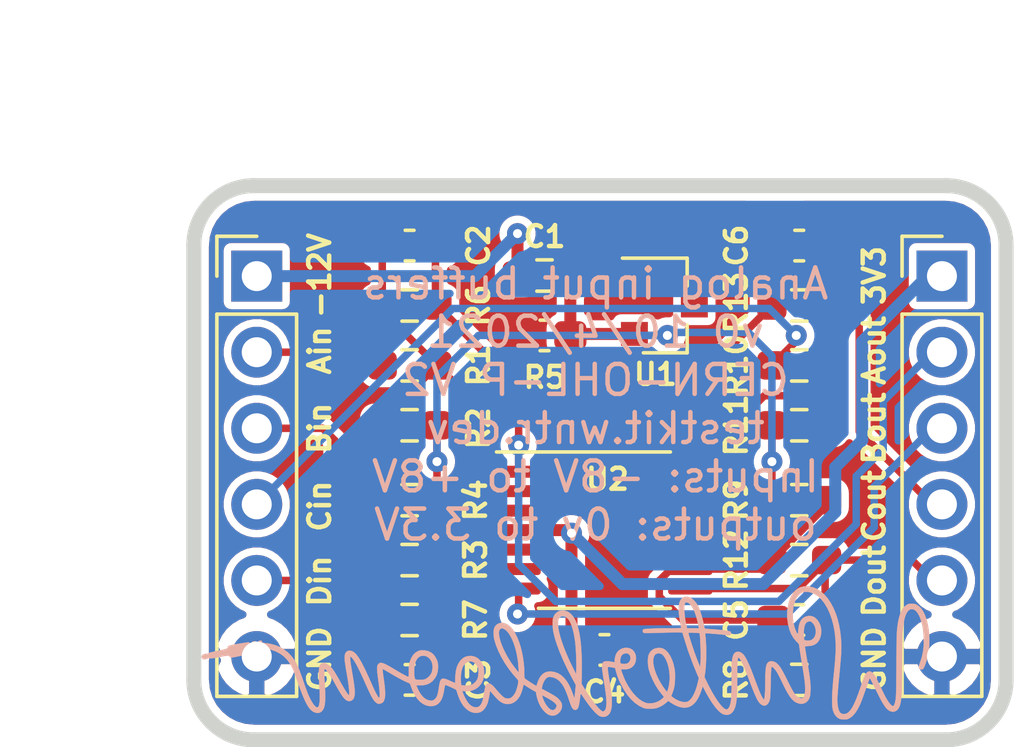
<source format=kicad_pcb>
(kicad_pcb (version 20171130) (host pcbnew "(5.1.10-1-10_14)")

  (general
    (thickness 1.6)
    (drawings 24)
    (tracks 148)
    (zones 0)
    (modules 24)
    (nets 17)
  )

  (page USLetter)
  (title_block
    (title "Project name")
    (date 2021-09-17)
    (rev v0)
    (company Winterbloom)
    (comment 1 "CERN OHL-P V2")
    (comment 2 project.wntr.dev)
  )

  (layers
    (0 F.Cu signal)
    (31 B.Cu signal)
    (34 B.Paste user)
    (35 F.Paste user)
    (36 B.SilkS user)
    (37 F.SilkS user)
    (38 B.Mask user)
    (39 F.Mask user)
    (40 Dwgs.User user)
    (41 Cmts.User user)
    (42 Eco1.User user)
    (43 Eco2.User user)
    (44 Edge.Cuts user)
    (45 Margin user)
    (46 B.CrtYd user)
    (47 F.CrtYd user)
    (48 B.Fab user)
    (49 F.Fab user hide)
  )

  (setup
    (last_trace_width 0.16)
    (user_trace_width 0.17)
    (user_trace_width 0.2)
    (user_trace_width 0.25)
    (user_trace_width 0.4)
    (user_trace_width 0.5)
    (trace_clearance 0.17)
    (zone_clearance 0.254)
    (zone_45_only no)
    (trace_min 0.15)
    (via_size 0.7)
    (via_drill 0.3)
    (via_min_size 0.5)
    (via_min_drill 0.3)
    (uvia_size 0.7)
    (uvia_drill 0.3)
    (uvias_allowed no)
    (uvia_min_size 0.5)
    (uvia_min_drill 0.3)
    (edge_width 0.5)
    (segment_width 0.2)
    (pcb_text_width 0.2)
    (pcb_text_size 1 1)
    (mod_edge_width 0.12)
    (mod_text_size 0.7 0.7)
    (mod_text_width 0.15)
    (pad_size 1.524 1.524)
    (pad_drill 0.762)
    (pad_to_mask_clearance 0.0508)
    (aux_axis_origin 0 0)
    (grid_origin 129.5 89.5)
    (visible_elements FFFFFF7F)
    (pcbplotparams
      (layerselection 0x010fc_ffffffff)
      (usegerberextensions false)
      (usegerberattributes false)
      (usegerberadvancedattributes true)
      (creategerberjobfile true)
      (excludeedgelayer true)
      (linewidth 0.100000)
      (plotframeref false)
      (viasonmask false)
      (mode 1)
      (useauxorigin false)
      (hpglpennumber 1)
      (hpglpenspeed 20)
      (hpglpendiameter 15.000000)
      (psnegative false)
      (psa4output false)
      (plotreference true)
      (plotvalue true)
      (plotinvisibletext false)
      (padsonsilk false)
      (subtractmaskfromsilk false)
      (outputformat 1)
      (mirror false)
      (drillshape 0)
      (scaleselection 1)
      (outputdirectory "gerbers"))
  )

  (net 0 "")
  (net 1 GND)
  (net 2 /OUT_A)
  (net 3 "Net-(C2-Pad1)")
  (net 4 /OUT_B)
  (net 5 "Net-(C3-Pad1)")
  (net 6 +3V3)
  (net 7 /OUT_C)
  (net 8 "Net-(C5-Pad1)")
  (net 9 /OUT_D)
  (net 10 "Net-(C6-Pad1)")
  (net 11 /IN_D)
  (net 12 /IN_C)
  (net 13 /IN_B)
  (net 14 /IN_A)
  (net 15 -12V)
  (net 16 -10V)

  (net_class Default "This is the default net class."
    (clearance 0.17)
    (trace_width 0.16)
    (via_dia 0.7)
    (via_drill 0.3)
    (uvia_dia 0.7)
    (uvia_drill 0.3)
    (diff_pair_width 0.17)
    (diff_pair_gap 0.17)
    (add_net +3V3)
    (add_net -10V)
    (add_net -12V)
    (add_net /IN_A)
    (add_net /IN_B)
    (add_net /IN_C)
    (add_net /IN_D)
    (add_net /OUT_A)
    (add_net /OUT_B)
    (add_net /OUT_C)
    (add_net /OUT_D)
    (add_net GND)
    (add_net "Net-(C2-Pad1)")
    (add_net "Net-(C3-Pad1)")
    (add_net "Net-(C5-Pad1)")
    (add_net "Net-(C6-Pad1)")
  )

  (net_class 12V ""
    (clearance 0.3)
    (trace_width 0.4)
    (via_dia 0.8)
    (via_drill 0.5)
    (uvia_dia 0.7)
    (uvia_drill 0.3)
    (diff_pair_width 0.17)
    (diff_pair_gap 0.17)
  )

  (net_class 3.3V ""
    (clearance 0.2)
    (trace_width 0.25)
    (via_dia 0.7)
    (via_drill 0.3)
    (uvia_dia 0.7)
    (uvia_drill 0.3)
    (diff_pair_width 0.17)
    (diff_pair_gap 0.17)
  )

  (net_class "Absolute minimum" ""
    (clearance 0.15)
    (trace_width 0.15)
    (via_dia 0.7)
    (via_drill 0.3)
    (uvia_dia 0.7)
    (uvia_drill 0.3)
    (diff_pair_width 0.15)
    (diff_pair_gap 0.15)
  )

  (net_class Analog ""
    (clearance 0.2)
    (trace_width 0.2)
    (via_dia 0.7)
    (via_drill 0.3)
    (uvia_dia 0.7)
    (uvia_drill 0.3)
    (diff_pair_width 0.17)
    (diff_pair_gap 0.17)
  )

  (module winterbloom:Extra_Long_Wiggly_Boi_25mm locked (layer B.Cu) (tedit 0) (tstamp 615C69A7)
    (at 142.7 105.1 180)
    (fp_text reference G*** (at 0 0 180) (layer B.SilkS) hide
      (effects (font (size 0.7 0.7) (thickness 0.15)) (justify mirror))
    )
    (fp_text value LOGO (at 0.75 0 180) (layer B.SilkS) hide
      (effects (font (size 0.7 0.7) (thickness 0.15)) (justify mirror))
    )
    (fp_poly (pts (xy -7.927854 2.216362) (xy -7.832123 2.191044) (xy -7.744873 2.145662) (xy -7.670504 2.087371)
      (xy -7.59899 2.007461) (xy -7.536692 1.907021) (xy -7.484567 1.789543) (xy -7.443573 1.658517)
      (xy -7.414668 1.517435) (xy -7.398811 1.369788) (xy -7.396959 1.219067) (xy -7.404156 1.116916)
      (xy -7.431961 0.933971) (xy -7.474853 0.770827) (xy -7.533212 0.626574) (xy -7.607419 0.500304)
      (xy -7.697853 0.391108) (xy -7.714693 0.374346) (xy -7.752809 0.336771) (xy -7.776631 0.309275)
      (xy -7.790175 0.284331) (xy -7.797455 0.254412) (xy -7.802487 0.211992) (xy -7.802768 0.209246)
      (xy -7.807015 0.175887) (xy -7.814994 0.121067) (xy -7.826143 0.048358) (xy -7.839896 -0.038669)
      (xy -7.855693 -0.13644) (xy -7.872968 -0.241383) (xy -7.887828 -0.3302) (xy -7.906658 -0.443856)
      (xy -7.924984 -0.558105) (xy -7.942123 -0.668414) (xy -7.957389 -0.77025) (xy -7.970099 -0.85908)
      (xy -7.979569 -0.930371) (xy -7.983667 -0.9652) (xy -7.99406 -1.091135) (xy -7.997041 -1.204336)
      (xy -7.992851 -1.302647) (xy -7.981731 -1.383914) (xy -7.963922 -1.445983) (xy -7.939662 -1.486698)
      (xy -7.924108 -1.49897) (xy -7.877796 -1.51091) (xy -7.822798 -1.50576) (xy -7.768184 -1.484594)
      (xy -7.759568 -1.479466) (xy -7.726533 -1.455578) (xy -7.694229 -1.425154) (xy -7.66115 -1.385852)
      (xy -7.625788 -1.33533) (xy -7.586636 -1.271243) (xy -7.54219 -1.191249) (xy -7.49094 -1.093005)
      (xy -7.431381 -0.974168) (xy -7.420691 -0.9525) (xy -7.353332 -0.817206) (xy -7.294643 -0.703051)
      (xy -7.243157 -0.607885) (xy -7.197406 -0.529557) (xy -7.155923 -0.465916) (xy -7.117241 -0.414814)
      (xy -7.079891 -0.374098) (xy -7.042407 -0.341619) (xy -7.003321 -0.315226) (xy -6.975199 -0.299721)
      (xy -6.92567 -0.283379) (xy -6.86922 -0.27792) (xy -6.81719 -0.28379) (xy -6.793422 -0.292605)
      (xy -6.761253 -0.314735) (xy -6.734715 -0.345184) (xy -6.71334 -0.386213) (xy -6.696662 -0.440085)
      (xy -6.684213 -0.50906) (xy -6.675528 -0.595401) (xy -6.670138 -0.701368) (xy -6.667579 -0.829223)
      (xy -6.667212 -0.904132) (xy -6.666263 -1.027574) (xy -6.663772 -1.144755) (xy -6.659911 -1.252618)
      (xy -6.654848 -1.348103) (xy -6.648753 -1.428153) (xy -6.641798 -1.489708) (xy -6.63415 -1.52971)
      (xy -6.632101 -1.536119) (xy -6.621102 -1.565852) (xy -6.595095 -1.529051) (xy -6.574929 -1.498548)
      (xy -6.554155 -1.462697) (xy -6.531911 -1.419436) (xy -6.507333 -1.366704) (xy -6.479557 -1.302441)
      (xy -6.44772 -1.224587) (xy -6.410958 -1.131079) (xy -6.368408 -1.019859) (xy -6.319206 -0.888864)
      (xy -6.262488 -0.736035) (xy -6.260351 -0.73025) (xy -6.205616 -0.586977) (xy -6.151642 -0.455099)
      (xy -6.099531 -0.336952) (xy -6.050385 -0.234871) (xy -6.005307 -0.151192) (xy -5.9654 -0.08825)
      (xy -5.944887 -0.06197) (xy -5.885465 -0.007038) (xy -5.822699 0.027502) (xy -5.759978 0.040752)
      (xy -5.700689 0.031813) (xy -5.66391 0.012494) (xy -5.634432 -0.012958) (xy -5.611686 -0.044912)
      (xy -5.593013 -0.088816) (xy -5.57576 -0.150118) (xy -5.567797 -0.18462) (xy -5.5624 -0.211785)
      (xy -5.557898 -0.241815) (xy -5.554198 -0.277252) (xy -5.551208 -0.320636) (xy -5.548839 -0.374507)
      (xy -5.546999 -0.441406) (xy -5.545596 -0.523873) (xy -5.544538 -0.624447) (xy -5.543736 -0.745671)
      (xy -5.543174 -0.86995) (xy -5.542309 -1.028769) (xy -5.540949 -1.164666) (xy -5.538947 -1.280115)
      (xy -5.536155 -1.377589) (xy -5.532428 -1.459565) (xy -5.527617 -1.528516) (xy -5.521576 -1.586918)
      (xy -5.514159 -1.637244) (xy -5.505218 -1.68197) (xy -5.494606 -1.72357) (xy -5.491951 -1.732828)
      (xy -5.469239 -1.793149) (xy -5.4408 -1.842733) (xy -5.410172 -1.876255) (xy -5.389343 -1.887306)
      (xy -5.350175 -1.884714) (xy -5.302641 -1.859841) (xy -5.247731 -1.814019) (xy -5.186435 -1.748582)
      (xy -5.119744 -1.664861) (xy -5.048648 -1.564191) (xy -4.974136 -1.447903) (xy -4.8972 -1.317331)
      (xy -4.818828 -1.173808) (xy -4.740011 -1.018665) (xy -4.73224 -1.002763) (xy -4.636646 -0.80645)
      (xy -4.654496 -0.692642) (xy -4.670314 -0.568523) (xy -4.682421 -0.424926) (xy -4.690731 -0.267512)
      (xy -4.695155 -0.101944) (xy -4.695291 -0.050909) (xy -4.509527 -0.050909) (xy -4.509452 -0.149002)
      (xy -4.50816 -0.238476) (xy -4.505555 -0.315929) (xy -4.501542 -0.377959) (xy -4.500838 -0.385466)
      (xy -4.492186 -0.473279) (xy -4.436564 -0.335064) (xy -4.41249 -0.273758) (xy -4.383049 -0.196504)
      (xy -4.351252 -0.111333) (xy -4.320111 -0.026275) (xy -4.305671 0.013861) (xy -4.27755 0.094066)
      (xy -4.248139 0.180563) (xy -4.218585 0.269706) (xy -4.190036 0.357852) (xy -4.163638 0.441357)
      (xy -4.14054 0.516575) (xy -4.121888 0.579862) (xy -4.108829 0.627575) (xy -4.102511 0.656069)
      (xy -4.1021 0.66051) (xy -4.104518 0.668614) (xy -4.114285 0.67402) (xy -4.135173 0.677041)
      (xy -4.170955 0.677989) (xy -4.225402 0.677177) (xy -4.283075 0.67553) (xy -4.348335 0.672745)
      (xy -4.404183 0.668957) (xy -4.445873 0.664595) (xy -4.468655 0.66009) (xy -4.471333 0.658487)
      (xy -4.477878 0.635904) (xy -4.484073 0.591323) (xy -4.48982 0.528147) (xy -4.495024 0.449778)
      (xy -4.499588 0.359617) (xy -4.503417 0.261066) (xy -4.506414 0.157527) (xy -4.508482 0.052401)
      (xy -4.509527 -0.050909) (xy -4.695291 -0.050909) (xy -4.695606 0.066117) (xy -4.691996 0.23101)
      (xy -4.684238 0.387071) (xy -4.673254 0.519018) (xy -4.668148 0.573987) (xy -4.665057 0.618869)
      (xy -4.664297 0.648124) (xy -4.665409 0.656443) (xy -4.679729 0.657564) (xy -4.715346 0.656453)
      (xy -4.768286 0.653438) (xy -4.834575 0.648847) (xy -4.91024 0.643007) (xy -4.991306 0.636246)
      (xy -5.0738 0.628892) (xy -5.153748 0.621274) (xy -5.227176 0.613718) (xy -5.29011 0.606553)
      (xy -5.32569 0.601961) (xy -5.387418 0.593804) (xy -5.429513 0.58969) (xy -5.457419 0.589648)
      (xy -5.476584 0.593708) (xy -5.492455 0.6019) (xy -5.493965 0.602878) (xy -5.518755 0.631776)
      (xy -5.524831 0.667662) (xy -5.512034 0.701348) (xy -5.495925 0.71624) (xy -5.473771 0.723615)
      (xy -5.43018 0.732419) (xy -5.369045 0.742176) (xy -5.294258 0.752412) (xy -5.209712 0.76265)
      (xy -5.119298 0.772415) (xy -5.026908 0.781231) (xy -4.936436 0.788624) (xy -4.8641 0.793424)
      (xy -4.78375 0.798039) (xy -4.725045 0.802269) (xy -4.684307 0.80773) (xy -4.657863 0.816044)
      (xy -4.642034 0.828828) (xy -4.635068 0.84362) (xy -4.44435 0.84362) (xy -4.440967 0.822283)
      (xy -4.4309 0.816326) (xy -4.424912 0.817792) (xy -4.405304 0.82062) (xy -4.365613 0.822982)
      (xy -4.311155 0.824667) (xy -4.247246 0.825464) (xy -4.230243 0.8255) (xy -4.055663 0.8255)
      (xy -4.040008 0.892175) (xy -4.000939 1.082137) (xy -3.976493 1.258658) (xy -3.966489 1.40335)
      (xy -3.964643 1.499871) (xy -3.967351 1.57364) (xy -3.975083 1.626978) (xy -3.988309 1.662201)
      (xy -4.007499 1.68163) (xy -4.023942 1.686967) (xy -4.075754 1.681776) (xy -4.128028 1.652569)
      (xy -4.17997 1.600699) (xy -4.23079 1.52752) (xy -4.279693 1.434384) (xy -4.325889 1.322644)
      (xy -4.368585 1.193655) (xy -4.406988 1.048768) (xy -4.413102 1.02235) (xy -4.430547 0.941409)
      (xy -4.44092 0.88258) (xy -4.44435 0.84362) (xy -4.635068 0.84362) (xy -4.633145 0.847702)
      (xy -4.627521 0.874285) (xy -4.62337 0.899449) (xy -4.6012 1.013291) (xy -4.573001 1.132371)
      (xy -4.540498 1.250898) (xy -4.505417 1.363084) (xy -4.469482 1.463136) (xy -4.434419 1.545266)
      (xy -4.425667 1.562953) (xy -4.383407 1.63418) (xy -4.332273 1.703388) (xy -4.278147 1.763372)
      (xy -4.226914 1.806925) (xy -4.225904 1.807617) (xy -4.143912 1.852505) (xy -4.064998 1.874648)
      (xy -3.991393 1.874349) (xy -3.925329 1.851913) (xy -3.869036 1.807645) (xy -3.830889 1.753725)
      (xy -3.799868 1.67512) (xy -3.781586 1.576434) (xy -3.77604 1.457275) (xy -3.783231 1.317254)
      (xy -3.803158 1.155977) (xy -3.829834 1.0033) (xy -3.841501 0.942606) (xy -3.851156 0.891065)
      (xy -3.85787 0.85373) (xy -3.860714 0.835658) (xy -3.860751 0.835025) (xy -3.848608 0.83251)
      (xy -3.814321 0.830207) (xy -3.761147 0.828212) (xy -3.692343 0.826618) (xy -3.611165 0.825521)
      (xy -3.52087 0.825015) (xy -3.514725 0.825004) (xy -3.372993 0.824279) (xy -3.236069 0.822578)
      (xy -3.106303 0.819998) (xy -2.986042 0.816639) (xy -2.877635 0.812596) (xy -2.78343 0.807966)
      (xy -2.705775 0.802849) (xy -2.647019 0.79734) (xy -2.609509 0.791537) (xy -2.596594 0.786939)
      (xy -2.580662 0.759743) (xy -2.578163 0.723711) (xy -2.588235 0.690074) (xy -2.605418 0.672075)
      (xy -2.619429 0.668294) (xy -2.646405 0.665687) (xy -2.688229 0.664255) (xy -2.746787 0.664001)
      (xy -2.823963 0.664927) (xy -2.921641 0.667038) (xy -3.041706 0.670334) (xy -3.122943 0.672809)
      (xy -3.239154 0.676212) (xy -3.353423 0.679116) (xy -3.46183 0.681454) (xy -3.560455 0.683158)
      (xy -3.645377 0.68416) (xy -3.712678 0.684392) (xy -3.757766 0.683807) (xy -3.902381 0.67945)
      (xy -3.939238 0.55245) (xy -4.088752 0.079099) (xy -4.260518 -0.386394) (xy -4.356478 -0.620578)
      (xy -4.449594 -0.840484) (xy -4.420859 -0.967902) (xy -4.380789 -1.123076) (xy -4.334762 -1.260932)
      (xy -4.283551 -1.379965) (xy -4.227926 -1.47867) (xy -4.168661 -1.55554) (xy -4.106527 -1.609071)
      (xy -4.085911 -1.621157) (xy -4.025307 -1.639485) (xy -3.951249 -1.640722) (xy -3.867893 -1.626086)
      (xy -3.779392 -1.596792) (xy -3.689902 -1.554058) (xy -3.603578 -1.499099) (xy -3.564046 -1.468369)
      (xy -3.527642 -1.438137) (xy -3.561596 -1.353265) (xy -3.59444 -1.264834) (xy -3.618585 -1.182893)
      (xy -3.635448 -1.100023) (xy -3.646445 -1.008804) (xy -3.652992 -0.901817) (xy -3.654219 -0.868047)
      (xy -3.656323 -0.771871) (xy -3.656177 -0.758179) (xy -3.475582 -0.758179) (xy -3.474645 -0.905033)
      (xy -3.460015 -1.04748) (xy -3.431242 -1.180969) (xy -3.403627 -1.26365) (xy -3.388713 -1.30175)
      (xy -3.350265 -1.2573) (xy -3.326754 -1.227621) (xy -3.29445 -1.183551) (xy -3.258357 -1.132027)
      (xy -3.23572 -1.09855) (xy -3.153924 -0.965893) (xy -3.082929 -0.830915) (xy -3.023801 -0.6968)
      (xy -2.977608 -0.566736) (xy -2.945419 -0.443909) (xy -2.928301 -0.331504) (xy -2.927322 -0.232708)
      (xy -2.932435 -0.193516) (xy -2.95255 -0.117839) (xy -2.982139 -0.064294) (xy -3.023423 -0.03067)
      (xy -3.078623 -0.014757) (xy -3.114045 -0.012747) (xy -3.178119 -0.023867) (xy -3.236041 -0.057904)
      (xy -3.289826 -0.116047) (xy -3.290571 -0.117054) (xy -3.351371 -0.217692) (xy -3.40072 -0.336674)
      (xy -3.438171 -0.469449) (xy -3.463274 -0.611468) (xy -3.475582 -0.758179) (xy -3.656177 -0.758179)
      (xy -3.655484 -0.693654) (xy -3.651376 -0.626089) (xy -3.643675 -0.561869) (xy -3.639402 -0.534796)
      (xy -3.604388 -0.374149) (xy -3.556073 -0.229067) (xy -3.495447 -0.101863) (xy -3.423497 0.005152)
      (xy -3.393946 0.039446) (xy -3.328118 0.101456) (xy -3.263141 0.141862) (xy -3.192972 0.163504)
      (xy -3.11785 0.169285) (xy -3.018987 0.157806) (xy -2.932879 0.124878) (xy -2.860981 0.071495)
      (xy -2.804748 -0.00135) (xy -2.77493 -0.064879) (xy -2.759519 -0.126783) (xy -2.75093 -0.206227)
      (xy -2.749104 -0.296298) (xy -2.753983 -0.390084) (xy -2.765509 -0.480675) (xy -2.778976 -0.544287)
      (xy -2.83459 -0.719645) (xy -2.91016 -0.898339) (xy -3.002252 -1.073807) (xy -3.107432 -1.239484)
      (xy -3.218435 -1.3843) (xy -3.28835 -1.46685) (xy -3.23485 -1.52147) (xy -3.160958 -1.581139)
      (xy -3.070144 -1.62968) (xy -2.969322 -1.664739) (xy -2.865405 -1.683963) (xy -2.765308 -1.684998)
      (xy -2.756975 -1.684147) (xy -2.66341 -1.6618) (xy -2.566345 -1.616427) (xy -2.4676 -1.54984)
      (xy -2.368995 -1.463852) (xy -2.27235 -1.360273) (xy -2.179485 -1.240914) (xy -2.092219 -1.107588)
      (xy -2.012373 -0.962106) (xy -1.99418 -0.924878) (xy -1.97229 -0.87635) (xy -1.947819 -0.817844)
      (xy -1.922716 -0.754566) (xy -1.898932 -0.691723) (xy -1.878419 -0.634519) (xy -1.863126 -0.588163)
      (xy -1.855004 -0.557858) (xy -1.8542 -0.551304) (xy -1.865951 -0.549002) (xy -1.897407 -0.547222)
      (xy -1.942874 -0.546224) (xy -1.967448 -0.5461) (xy -2.054869 -0.541454) (xy -2.125412 -0.525975)
      (xy -2.18613 -0.497347) (xy -2.240431 -0.456479) (xy -2.294807 -0.393078) (xy -2.331617 -0.317106)
      (xy -2.351023 -0.2334) (xy -2.352175 -0.187225) (xy -2.170239 -0.187225) (xy -2.156774 -0.246612)
      (xy -2.126449 -0.300248) (xy -2.084097 -0.339471) (xy -2.029732 -0.362083) (xy -1.957991 -0.368428)
      (xy -1.877626 -0.360343) (xy -1.847232 -0.350799) (xy -1.829232 -0.331672) (xy -1.822328 -0.298852)
      (xy -1.825223 -0.248231) (xy -1.830539 -0.211208) (xy -1.846834 -0.139004) (xy -1.870425 -0.086842)
      (xy -1.903886 -0.049806) (xy -1.921492 -0.037585) (xy -1.967395 -0.019707) (xy -2.021051 -0.013244)
      (xy -2.071958 -0.018487) (xy -2.105447 -0.03252) (xy -2.144979 -0.074383) (xy -2.166442 -0.127883)
      (xy -2.170239 -0.187225) (xy -2.352175 -0.187225) (xy -2.353184 -0.146799) (xy -2.338264 -0.062141)
      (xy -2.306423 0.015735) (xy -2.257822 0.081991) (xy -2.221417 0.113626) (xy -2.146074 0.153424)
      (xy -2.063478 0.171878) (xy -1.978169 0.170138) (xy -1.894683 0.149357) (xy -1.817559 0.110688)
      (xy -1.751336 0.055282) (xy -1.700552 -0.015709) (xy -1.698807 -0.01905) (xy -1.672104 -0.084782)
      (xy -1.651348 -0.161998) (xy -1.639935 -0.236969) (xy -1.638753 -0.261974) (xy -1.6383 -0.314398)
      (xy -1.557144 -0.297386) (xy -1.472317 -0.283175) (xy -1.396171 -0.277295) (xy -1.333311 -0.279774)
      (xy -1.288342 -0.290634) (xy -1.278513 -0.295865) (xy -1.257378 -0.313593) (xy -1.241153 -0.337298)
      (xy -1.229869 -0.369107) (xy -1.223559 -0.411147) (xy -1.222252 -0.465546) (xy -1.225982 -0.534433)
      (xy -1.23478 -0.619934) (xy -1.248677 -0.724177) (xy -1.267704 -0.849291) (xy -1.288644 -0.9779)
      (xy -1.316157 -1.149561) (xy -1.337725 -1.298692) (xy -1.353489 -1.427421) (xy -1.363588 -1.537877)
      (xy -1.368161 -1.632191) (xy -1.367349 -1.712491) (xy -1.361291 -1.780907) (xy -1.350126 -1.839568)
      (xy -1.346139 -1.854414) (xy -1.327529 -1.896204) (xy -1.300395 -1.931202) (xy -1.270889 -1.952468)
      (xy -1.256227 -1.9558) (xy -1.223165 -1.94498) (xy -1.179086 -1.913622) (xy -1.125336 -1.863375)
      (xy -1.063258 -1.795891) (xy -0.994199 -1.712821) (xy -0.919502 -1.615813) (xy -0.840512 -1.50652)
      (xy -0.758574 -1.386592) (xy -0.675032 -1.257679) (xy -0.634443 -1.192583) (xy -0.535954 -1.032617)
      (xy -0.542813 -0.614733) (xy -0.543408 -0.443883) (xy -0.365821 -0.443883) (xy -0.365048 -0.522851)
      (xy -0.362521 -0.57785) (xy -0.352682 -0.70485) (xy -0.258308 -0.516525) (xy -0.217644 -0.433969)
      (xy -0.172862 -0.340743) (xy -0.128869 -0.247195) (xy -0.090574 -0.163675) (xy -0.083647 -0.148225)
      (xy -0.013929 0.014423) (xy 0.051013 0.178358) (xy 0.108619 0.336747) (xy 0.15633 0.482754)
      (xy 0.170218 0.529669) (xy 0.210846 0.686242) (xy 0.23756 0.823791) (xy 0.250397 0.941987)
      (xy 0.249396 1.040499) (xy 0.234595 1.118997) (xy 0.20603 1.177149) (xy 0.16374 1.214627)
      (xy 0.107762 1.231098) (xy 0.090043 1.2319) (xy 0.021656 1.219472) (xy -0.041737 1.18232)
      (xy -0.100041 1.120643) (xy -0.153161 1.034641) (xy -0.201001 0.924514) (xy -0.243466 0.79046)
      (xy -0.28046 0.632679) (xy -0.311888 0.451371) (xy -0.323399 0.3683) (xy -0.331591 0.293621)
      (xy -0.339351 0.201761) (xy -0.346482 0.097476) (xy -0.352788 -0.014479) (xy -0.358071 -0.129348)
      (xy -0.362135 -0.242376) (xy -0.364784 -0.348806) (xy -0.365821 -0.443883) (xy -0.543408 -0.443883)
      (xy -0.543854 -0.316267) (xy -0.536771 -0.041797) (xy -0.521546 0.208756) (xy -0.498161 0.435467)
      (xy -0.466597 0.638414) (xy -0.426836 0.817674) (xy -0.37886 0.973324) (xy -0.32265 1.105441)
      (xy -0.258188 1.214102) (xy -0.185456 1.299383) (xy -0.104435 1.361362) (xy -0.06788 1.380486)
      (xy 0.019047 1.408533) (xy 0.106408 1.415281) (xy 0.189979 1.401798) (xy 0.265533 1.369154)
      (xy 0.328845 1.318418) (xy 0.364576 1.271118) (xy 0.395549 1.21022) (xy 0.416091 1.145699)
      (xy 0.427213 1.071838) (xy 0.429927 0.982919) (xy 0.427665 0.9144) (xy 0.417297 0.798204)
      (xy 0.39726 0.675806) (xy 0.366765 0.544234) (xy 0.325021 0.400515) (xy 0.27124 0.241676)
      (xy 0.204631 0.064744) (xy 0.196646 0.04445) (xy 0.067944 -0.260013) (xy -0.079842 -0.570869)
      (xy -0.211794 -0.823564) (xy -0.345325 -1.069278) (xy -0.323607 -1.287114) (xy -0.316314 -1.358502)
      (xy -0.309642 -1.420535) (xy -0.304069 -1.469037) (xy -0.300069 -1.499831) (xy -0.298306 -1.50893)
      (xy -0.293041 -1.49961) (xy -0.281993 -1.471311) (xy -0.267137 -1.42924) (xy -0.259778 -1.40733)
      (xy -0.192212 -1.225743) (xy -0.117627 -1.068383) (xy -0.035774 -0.934998) (xy 0.053595 -0.825333)
      (xy 0.150728 -0.739136) (xy 0.255874 -0.676153) (xy 0.369283 -0.636131) (xy 0.491201 -0.618817)
      (xy 0.51442 -0.618087) (xy 0.611257 -0.628263) (xy 0.698266 -0.661731) (xy 0.775195 -0.718259)
      (xy 0.841796 -0.797614) (xy 0.897815 -0.899563) (xy 0.939755 -1.012984) (xy 0.967576 -1.104578)
      (xy 1.026713 -1.071012) (xy 1.060715 -1.050631) (xy 1.108185 -1.020779) (xy 1.1634 -0.985212)
      (xy 1.220639 -0.947685) (xy 1.274179 -0.911953) (xy 1.318298 -0.881771) (xy 1.347275 -0.860895)
      (xy 1.349375 -0.859263) (xy 1.35944 -0.847603) (xy 1.366006 -0.828368) (xy 1.36977 -0.796696)
      (xy 1.371428 -0.747722) (xy 1.371708 -0.703449) (xy 1.373201 -0.65405) (xy 1.559646 -0.65405)
      (xy 1.592833 -0.61595) (xy 1.613867 -0.590558) (xy 1.645686 -0.550654) (xy 1.683752 -0.501984)
      (xy 1.718639 -0.456693) (xy 1.812332 -0.326002) (xy 1.901041 -0.186561) (xy 1.982755 -0.042494)
      (xy 2.05546 0.102077) (xy 2.117145 0.243025) (xy 2.165798 0.376228) (xy 2.199406 0.497561)
      (xy 2.209394 0.549073) (xy 2.220206 0.636556) (xy 2.22023 0.703863) (xy 2.20885 0.75409)
      (xy 2.185451 0.790336) (xy 2.157248 0.811581) (xy 2.133943 0.821961) (xy 2.11122 0.822474)
      (xy 2.078676 0.812744) (xy 2.066866 0.808316) (xy 2.001519 0.7709) (xy 1.937513 0.71038)
      (xy 1.875725 0.629047) (xy 1.817036 0.529195) (xy 1.762324 0.413114) (xy 1.712469 0.283095)
      (xy 1.668349 0.141432) (xy 1.630843 -0.009584) (xy 1.600831 -0.167662) (xy 1.579192 -0.330509)
      (xy 1.566829 -0.4953) (xy 1.559646 -0.65405) (xy 1.373201 -0.65405) (xy 1.377503 -0.511822)
      (xy 1.394073 -0.321594) (xy 1.420649 -0.135187) (xy 1.456461 0.044976) (xy 1.500738 0.216472)
      (xy 1.55271 0.376879) (xy 1.611609 0.523774) (xy 1.676664 0.654735) (xy 1.747104 0.767339)
      (xy 1.82216 0.859163) (xy 1.886858 0.917442) (xy 1.96926 0.96785) (xy 2.052742 0.99667)
      (xy 2.13422 1.004291) (xy 2.210604 0.9911) (xy 2.278809 0.957485) (xy 2.335746 0.903835)
      (xy 2.365857 0.85725) (xy 2.385883 0.799794) (xy 2.397124 0.724784) (xy 2.399441 0.638553)
      (xy 2.392693 0.54743) (xy 2.376742 0.457746) (xy 2.374842 0.449929) (xy 2.318187 0.262788)
      (xy 2.240582 0.069039) (xy 2.144211 -0.127443) (xy 2.031261 -0.322781) (xy 1.903917 -0.513099)
      (xy 1.764363 -0.694523) (xy 1.664705 -0.809626) (xy 1.623067 -0.855997) (xy 1.595918 -0.888842)
      (xy 1.580377 -0.913163) (xy 1.57356 -0.933965) (xy 1.572584 -0.956252) (xy 1.573296 -0.968277)
      (xy 1.581893 -1.029848) (xy 1.598496 -1.105181) (xy 1.620499 -1.184959) (xy 1.645295 -1.259867)
      (xy 1.670276 -1.32059) (xy 1.674001 -1.32814) (xy 1.713086 -1.391856) (xy 1.759902 -1.447926)
      (xy 1.808882 -1.490429) (xy 1.845501 -1.510543) (xy 1.910249 -1.523119) (xy 1.979097 -1.517314)
      (xy 2.02933 -1.499592) (xy 2.074739 -1.468579) (xy 2.133212 -1.415822) (xy 2.204726 -1.341346)
      (xy 2.289256 -1.245173) (xy 2.327022 -1.200257) (xy 2.39136 -1.1268) (xy 2.445864 -1.073849)
      (xy 2.493042 -1.039711) (xy 2.535404 -1.022693) (xy 2.575457 -1.021102) (xy 2.588619 -1.02368)
      (xy 2.616166 -1.033767) (xy 2.638358 -1.050823) (xy 2.656554 -1.078097) (xy 2.672114 -1.118836)
      (xy 2.686395 -1.176289) (xy 2.700758 -1.253705) (xy 2.710644 -1.315387) (xy 2.730241 -1.43259)
      (xy 2.74971 -1.527677) (xy 2.769971 -1.60391) (xy 2.791942 -1.664552) (xy 2.81654 -1.712863)
      (xy 2.82708 -1.729119) (xy 2.871347 -1.778962) (xy 2.922566 -1.806809) (xy 2.987205 -1.81606)
      (xy 2.992559 -1.8161) (xy 3.069791 -1.803518) (xy 3.144079 -1.765981) (xy 3.215077 -1.703799)
      (xy 3.282439 -1.617283) (xy 3.345818 -1.506746) (xy 3.352961 -1.49225) (xy 3.379701 -1.435128)
      (xy 3.403232 -1.381186) (xy 3.420521 -1.337587) (xy 3.4274 -1.316611) (xy 3.440212 -1.267972)
      (xy 3.348881 -1.276352) (xy 3.227974 -1.275895) (xy 3.113062 -1.252741) (xy 3.007441 -1.208015)
      (xy 2.914413 -1.142844) (xy 2.889557 -1.119578) (xy 2.816493 -1.032641) (xy 2.764062 -0.937255)
      (xy 2.731037 -0.830188) (xy 2.716187 -0.708206) (xy 2.715055 -0.6604) (xy 2.715495 -0.638005)
      (xy 2.902382 -0.638005) (xy 2.902398 -0.65405) (xy 2.907766 -0.752699) (xy 2.924406 -0.833314)
      (xy 2.954274 -0.901491) (xy 2.99933 -0.962827) (xy 3.01706 -0.981706) (xy 3.071512 -1.029486)
      (xy 3.128159 -1.06189) (xy 3.192938 -1.080892) (xy 3.271787 -1.088466) (xy 3.336959 -1.08808)
      (xy 3.392275 -1.085361) (xy 3.4379 -1.081538) (xy 3.467996 -1.077193) (xy 3.476659 -1.074191)
      (xy 3.480417 -1.058655) (xy 3.484112 -1.022659) (xy 3.487375 -0.971143) (xy 3.489837 -0.909046)
      (xy 3.490317 -0.891134) (xy 3.487641 -0.741008) (xy 3.471797 -0.612329) (xy 3.442653 -0.504747)
      (xy 3.400079 -0.41791) (xy 3.343941 -0.351466) (xy 3.27411 -0.305064) (xy 3.27025 -0.303261)
      (xy 3.196591 -0.281756) (xy 3.12544 -0.284623) (xy 3.058966 -0.310839) (xy 2.999337 -0.359376)
      (xy 2.948721 -0.429212) (xy 2.931175 -0.46355) (xy 2.916922 -0.498903) (xy 2.908154 -0.534585)
      (xy 2.903699 -0.578363) (xy 2.902382 -0.638005) (xy 2.715495 -0.638005) (xy 2.71651 -0.586463)
      (xy 2.721882 -0.528827) (xy 2.732318 -0.478547) (xy 2.74272 -0.4445) (xy 2.790143 -0.335457)
      (xy 2.851662 -0.24595) (xy 2.926111 -0.17692) (xy 3.012324 -0.129306) (xy 3.109136 -0.104048)
      (xy 3.170118 -0.100012) (xy 3.274151 -0.10975) (xy 3.364284 -0.139911) (xy 3.443314 -0.191917)
      (xy 3.514041 -0.267186) (xy 3.52312 -0.279227) (xy 3.582677 -0.37535) (xy 3.626761 -0.48222)
      (xy 3.656236 -0.603004) (xy 3.671968 -0.74087) (xy 3.675194 -0.835637) (xy 3.67616 -0.904698)
      (xy 3.677963 -0.951973) (xy 3.681056 -0.981074) (xy 3.685895 -0.995612) (xy 3.692933 -0.999198)
      (xy 3.6957 -0.99863) (xy 3.714218 -0.991293) (xy 3.750583 -0.975665) (xy 3.799552 -0.954036)
      (xy 3.855879 -0.928696) (xy 3.856216 -0.928543) (xy 3.945943 -0.88977) (xy 4.01779 -0.864774)
      (xy 4.074256 -0.855083) (xy 4.117841 -0.86223) (xy 4.151044 -0.887743) (xy 4.176366 -0.933155)
      (xy 4.196306 -0.999994) (xy 4.213364 -1.089792) (xy 4.222931 -1.153059) (xy 4.239912 -1.260815)
      (xy 4.257449 -1.34678) (xy 4.276915 -1.414551) (xy 4.299686 -1.467723) (xy 4.32714 -1.509893)
      (xy 4.36065 -1.544655) (xy 4.378219 -1.558952) (xy 4.410504 -1.579841) (xy 4.443051 -1.589731)
      (xy 4.48742 -1.591847) (xy 4.495582 -1.591699) (xy 4.581894 -1.577216) (xy 4.665039 -1.538555)
      (xy 4.743783 -1.476865) (xy 4.816891 -1.393295) (xy 4.883127 -1.288993) (xy 4.933122 -1.184846)
      (xy 4.976556 -1.08186) (xy 4.847303 -1.08229) (xy 4.724723 -1.074694) (xy 4.618952 -1.050196)
      (xy 4.526793 -1.007546) (xy 4.445051 -0.945498) (xy 4.412001 -0.912207) (xy 4.343104 -0.824735)
      (xy 4.294496 -0.732218) (xy 4.264506 -0.630017) (xy 4.251467 -0.513493) (xy 4.250941 -0.482638)
      (xy 4.433346 -0.482638) (xy 4.442102 -0.57403) (xy 4.464399 -0.656817) (xy 4.469882 -0.67018)
      (xy 4.50593 -0.730791) (xy 4.557495 -0.789708) (xy 4.617388 -0.8402) (xy 4.678418 -0.875539)
      (xy 4.69671 -0.882451) (xy 4.736443 -0.890417) (xy 4.791285 -0.895316) (xy 4.853335 -0.897133)
      (xy 4.914692 -0.895854) (xy 4.967454 -0.891465) (xy 5.003722 -0.883952) (xy 5.006193 -0.883006)
      (xy 5.022577 -0.86299) (xy 5.034873 -0.818473) (xy 5.042998 -0.750039) (xy 5.046871 -0.658268)
      (xy 5.047107 -0.59055) (xy 5.039255 -0.460206) (xy 5.018284 -0.347951) (xy 4.984657 -0.254779)
      (xy 4.938839 -0.181681) (xy 4.881292 -0.129652) (xy 4.818699 -0.101333) (xy 4.738486 -0.091151)
      (xy 4.661195 -0.104529) (xy 4.589959 -0.139628) (xy 4.527908 -0.19461) (xy 4.478175 -0.267635)
      (xy 4.457783 -0.313284) (xy 4.438462 -0.392452) (xy 4.433346 -0.482638) (xy 4.250941 -0.482638)
      (xy 4.250614 -0.46355) (xy 4.252199 -0.396659) (xy 4.257188 -0.34553) (xy 4.267109 -0.300594)
      (xy 4.283492 -0.252284) (xy 4.285009 -0.248298) (xy 4.337795 -0.139266) (xy 4.404615 -0.05138)
      (xy 4.485376 0.015293) (xy 4.579982 0.060688) (xy 4.68834 0.084738) (xy 4.762776 0.0889)
      (xy 4.819535 0.087222) (xy 4.862705 0.080457) (xy 4.903978 0.066013) (xy 4.937665 0.050112)
      (xy 5.019338 -0.003753) (xy 5.088438 -0.077822) (xy 5.145576 -0.172973) (xy 5.191367 -0.290085)
      (xy 5.203138 -0.3302) (xy 5.213257 -0.375506) (xy 5.220106 -0.42816) (xy 5.224137 -0.493622)
      (xy 5.225798 -0.577348) (xy 5.225901 -0.6064) (xy 5.226812 -0.691759) (xy 5.229415 -0.752203)
      (xy 5.233742 -0.788165) (xy 5.239824 -0.800075) (xy 5.239828 -0.800075) (xy 5.260564 -0.793754)
      (xy 5.299712 -0.775926) (xy 5.354025 -0.748354) (xy 5.420254 -0.712798) (xy 5.495153 -0.671018)
      (xy 5.575472 -0.624776) (xy 5.657965 -0.575833) (xy 5.69595 -0.552773) (xy 5.810512 -0.48381)
      (xy 5.906521 -0.42877) (xy 5.986109 -0.386834) (xy 6.051406 -0.357184) (xy 6.104543 -0.339002)
      (xy 6.147653 -0.331468) (xy 6.182866 -0.333764) (xy 6.212314 -0.345071) (xy 6.221515 -0.350909)
      (xy 6.244519 -0.370559) (xy 6.262188 -0.395154) (xy 6.274611 -0.42717) (xy 6.281877 -0.469081)
      (xy 6.284072 -0.523361) (xy 6.281287 -0.592485) (xy 6.273608 -0.678928) (xy 6.261124 -0.785163)
      (xy 6.243923 -0.913665) (xy 6.24205 -0.927099) (xy 6.223393 -1.070315) (xy 6.209886 -1.195715)
      (xy 6.201611 -1.301912) (xy 6.198647 -1.387516) (xy 6.201076 -1.451141) (xy 6.208978 -1.491398)
      (xy 6.209201 -1.491976) (xy 6.216535 -1.50485) (xy 6.225895 -1.501936) (xy 6.241614 -1.480564)
      (xy 6.25045 -1.466576) (xy 6.278092 -1.421045) (xy 6.304393 -1.374991) (xy 6.331038 -1.324975)
      (xy 6.359715 -1.267559) (xy 6.392108 -1.199305) (xy 6.429905 -1.116773) (xy 6.47479 -1.016525)
      (xy 6.508758 -0.9398) (xy 6.592319 -0.753103) (xy 6.668376 -0.589134) (xy 6.737796 -0.44664)
      (xy 6.801448 -0.324368) (xy 6.860198 -0.221066) (xy 6.914915 -0.13548) (xy 6.966466 -0.066358)
      (xy 7.015718 -0.012446) (xy 7.063538 0.027508) (xy 7.110795 0.054758) (xy 7.158355 0.070555)
      (xy 7.207087 0.076153) (xy 7.212217 0.0762) (xy 7.26717 0.064339) (xy 7.313766 0.031857)
      (xy 7.346156 -0.016589) (xy 7.352857 -0.035741) (xy 7.360774 -0.069135) (xy 7.365992 -0.104844)
      (xy 7.368267 -0.145383) (xy 7.367358 -0.193264) (xy 7.363021 -0.251002) (xy 7.355015 -0.32111)
      (xy 7.343097 -0.406103) (xy 7.327025 -0.508495) (xy 7.306556 -0.630798) (xy 7.281593 -0.7747)
      (xy 7.2622 -0.891065) (xy 7.245664 -1.001962) (xy 7.232222 -1.104787) (xy 7.222108 -1.196936)
      (xy 7.215559 -1.275806) (xy 7.212812 -1.338794) (xy 7.2141 -1.383298) (xy 7.219662 -1.406713)
      (xy 7.224051 -1.4097) (xy 7.242234 -1.39848) (xy 7.270789 -1.364754) (xy 7.309781 -1.308418)
      (xy 7.35928 -1.229367) (xy 7.419352 -1.127499) (xy 7.490064 -1.00271) (xy 7.494668 -0.994454)
      (xy 7.558819 -0.879973) (xy 7.612862 -0.785228) (xy 7.658537 -0.707492) (xy 7.697586 -0.644033)
      (xy 7.731749 -0.592122) (xy 7.762767 -0.54903) (xy 7.792381 -0.512028) (xy 7.822332 -0.478385)
      (xy 7.826942 -0.47348) (xy 7.898732 -0.407629) (xy 7.968716 -0.36294) (xy 8.035051 -0.340069)
      (xy 8.095895 -0.339675) (xy 8.14563 -0.359852) (xy 8.170124 -0.381098) (xy 8.190042 -0.410967)
      (xy 8.205554 -0.451413) (xy 8.216832 -0.504387) (xy 8.224047 -0.571843) (xy 8.227369 -0.655734)
      (xy 8.226969 -0.758012) (xy 8.223019 -0.880631) (xy 8.215688 -1.025543) (xy 8.210893 -1.105621)
      (xy 8.201984 -1.272911) (xy 8.197678 -1.416101) (xy 8.198027 -1.536078) (xy 8.203087 -1.633731)
      (xy 8.212911 -1.709949) (xy 8.227554 -1.765619) (xy 8.247068 -1.801631) (xy 8.253541 -1.80843)
      (xy 8.282489 -1.819528) (xy 8.317791 -1.807803) (xy 8.35837 -1.774722) (xy 8.403151 -1.721751)
      (xy 8.451057 -1.650357) (xy 8.501013 -1.562006) (xy 8.551943 -1.458165) (xy 8.602771 -1.340299)
      (xy 8.609751 -1.322931) (xy 8.628328 -1.274453) (xy 8.653084 -1.207138) (xy 8.682142 -1.126237)
      (xy 8.713625 -1.037003) (xy 8.745657 -0.944686) (xy 8.763026 -0.893922) (xy 8.815298 -0.743747)
      (xy 8.862976 -0.614938) (xy 8.907657 -0.504224) (xy 8.950942 -0.408337) (xy 8.994427 -0.324008)
      (xy 9.039712 -0.247969) (xy 9.088396 -0.17695) (xy 9.142077 -0.107684) (xy 9.15548 -0.091439)
      (xy 9.265721 0.021568) (xy 9.394188 0.119549) (xy 9.53742 0.200702) (xy 9.69196 0.263228)
      (xy 9.854347 0.305326) (xy 9.9441 0.318934) (xy 10.014247 0.3271) (xy 10.063016 0.333595)
      (xy 10.094285 0.339465) (xy 10.11193 0.34576) (xy 10.119828 0.353526) (xy 10.121856 0.363811)
      (xy 10.1219 0.366987) (xy 10.131936 0.398428) (xy 10.159306 0.413987) (xy 10.199896 0.411393)
      (xy 10.201527 0.41094) (xy 10.231199 0.397888) (xy 10.243935 0.375493) (xy 10.246529 0.358375)
      (xy 10.254621 0.327052) (xy 10.269491 0.319787) (xy 10.289688 0.336604) (xy 10.303245 0.357356)
      (xy 10.318735 0.381236) (xy 10.335163 0.391519) (xy 10.361909 0.391812) (xy 10.385282 0.388904)
      (xy 10.43182 0.379574) (xy 10.458149 0.364612) (xy 10.469434 0.339556) (xy 10.47115 0.314749)
      (xy 10.475663 0.28189) (xy 10.487554 0.272804) (xy 10.504351 0.28785) (xy 10.5156 0.308276)
      (xy 10.538396 0.340747) (xy 10.570009 0.35331) (xy 10.570055 0.353315) (xy 10.592175 0.352352)
      (xy 10.635386 0.347475) (xy 10.695775 0.339236) (xy 10.76943 0.328192) (xy 10.852438 0.314897)
      (xy 10.912955 0.304728) (xy 11.017147 0.286509) (xy 11.098852 0.271111) (xy 11.160712 0.257676)
      (xy 11.205373 0.245348) (xy 11.235478 0.233267) (xy 11.253671 0.220575) (xy 11.262596 0.206415)
      (xy 11.264899 0.190501) (xy 11.267786 0.173436) (xy 11.278228 0.15854) (xy 11.2989 0.144847)
      (xy 11.332477 0.131391) (xy 11.381634 0.117207) (xy 11.449044 0.101328) (xy 11.537384 0.082789)
      (xy 11.595179 0.071243) (xy 11.702526 0.049282) (xy 11.786602 0.030421) (xy 11.846902 0.014788)
      (xy 11.88292 0.00251) (xy 11.893501 -0.004135) (xy 11.915981 -0.017147) (xy 11.960981 -0.027555)
      (xy 11.999307 -0.032405) (xy 12.048816 -0.038371) (xy 12.080105 -0.046055) (xy 12.100336 -0.05817)
      (xy 12.116126 -0.076658) (xy 12.137711 -0.118922) (xy 12.135588 -0.15424) (xy 12.109373 -0.185733)
      (xy 12.101909 -0.191347) (xy 12.062618 -0.219325) (xy 11.971479 -0.194216) (xy 11.909569 -0.179956)
      (xy 11.868669 -0.177241) (xy 11.854695 -0.180551) (xy 11.834482 -0.182689) (xy 11.794464 -0.179421)
      (xy 11.733424 -0.170572) (xy 11.650142 -0.155966) (xy 11.545718 -0.135884) (xy 11.449913 -0.117236)
      (xy 11.375865 -0.103676) (xy 11.320531 -0.094797) (xy 11.28087 -0.090191) (xy 11.25384 -0.08945)
      (xy 11.236399 -0.092167) (xy 11.231993 -0.093862) (xy 11.209192 -0.109648) (xy 11.201499 -0.123378)
      (xy 11.191424 -0.141069) (xy 11.176519 -0.152122) (xy 11.162574 -0.155118) (xy 11.137123 -0.154193)
      (xy 11.097714 -0.148936) (xy 11.041899 -0.138934) (xy 10.967227 -0.123776) (xy 10.871249 -0.103052)
      (xy 10.830444 -0.094023) (xy 10.742614 -0.07424) (xy 10.662216 -0.055645) (xy 10.592822 -0.039104)
      (xy 10.538008 -0.025483) (xy 10.501345 -0.015647) (xy 10.487025 -0.010857) (xy 10.470283 0.009673)
      (xy 10.464804 0.049671) (xy 10.4648 0.051247) (xy 10.459855 0.08589) (xy 10.448003 0.101842)
      (xy 10.433719 0.097138) (xy 10.421576 0.070217) (xy 10.403201 0.036216) (xy 10.36933 0.021419)
      (xy 10.318898 0.025368) (xy 10.31826 0.025511) (xy 10.270998 0.043954) (xy 10.245937 0.072343)
      (xy 10.244082 0.109529) (xy 10.2442 0.110004) (xy 10.243637 0.13329) (xy 10.230941 0.140408)
      (xy 10.2133 0.131679) (xy 10.1981 0.10795) (xy 10.177573 0.083244) (xy 10.146465 0.073961)
      (xy 10.112957 0.07866) (xy 10.085229 0.0959) (xy 10.071463 0.124241) (xy 10.0711 0.130319)
      (xy 10.068155 0.144219) (xy 10.055099 0.149455) (xy 10.025596 0.147641) (xy 10.010775 0.145717)
      (xy 9.833735 0.110762) (xy 9.673121 0.056464) (xy 9.52881 -0.01725) (xy 9.400679 -0.110454)
      (xy 9.288606 -0.223222) (xy 9.203504 -0.338176) (xy 9.161814 -0.405675) (xy 9.124692 -0.472782)
      (xy 9.090023 -0.544236) (xy 9.055692 -0.624776) (xy 9.019581 -0.719139) (xy 8.979577 -0.832065)
      (xy 8.968234 -0.865177) (xy 8.901231 -1.058518) (xy 8.839647 -1.228741) (xy 8.782696 -1.377358)
      (xy 8.729592 -1.505881) (xy 8.679548 -1.615823) (xy 8.631779 -1.708696) (xy 8.585499 -1.786012)
      (xy 8.539921 -1.849283) (xy 8.494259 -1.900022) (xy 8.447727 -1.93974) (xy 8.399539 -1.969951)
      (xy 8.391924 -1.973854) (xy 8.314558 -2.001125) (xy 8.242779 -2.003933) (xy 8.178042 -1.982874)
      (xy 8.121807 -1.938549) (xy 8.07553 -1.871554) (xy 8.059686 -1.837462) (xy 8.041095 -1.777515)
      (xy 8.027519 -1.699237) (xy 8.018923 -1.601532) (xy 8.015276 -1.483301) (xy 8.016543 -1.343446)
      (xy 8.022691 -1.180868) (xy 8.033687 -0.99447) (xy 8.033939 -0.990741) (xy 8.042316 -0.854446)
      (xy 8.047272 -0.742912) (xy 8.048809 -0.655729) (xy 8.046927 -0.59249) (xy 8.041628 -0.552787)
      (xy 8.034943 -0.53771) (xy 8.018447 -0.537761) (xy 7.991765 -0.558598) (xy 7.956229 -0.598366)
      (xy 7.913169 -0.655214) (xy 7.863916 -0.727286) (xy 7.809803 -0.812731) (xy 7.75216 -0.909694)
      (xy 7.695966 -1.00965) (xy 7.623353 -1.140719) (xy 7.560346 -1.250827) (xy 7.505567 -1.341918)
      (xy 7.45764 -1.415935) (xy 7.415188 -1.474819) (xy 7.376835 -1.520514) (xy 7.341205 -1.554964)
      (xy 7.306921 -1.58011) (xy 7.2823 -1.593544) (xy 7.222179 -1.609244) (xy 7.163142 -1.601491)
      (xy 7.110394 -1.571896) (xy 7.073162 -1.528825) (xy 7.052297 -1.485012) (xy 7.038284 -1.43013)
      (xy 7.031162 -1.362133) (xy 7.030968 -1.278977) (xy 7.037738 -1.178619) (xy 7.051511 -1.059013)
      (xy 7.072324 -0.918115) (xy 7.085793 -0.83662) (xy 7.100408 -0.750747) (xy 7.11579 -0.66039)
      (xy 7.130505 -0.573974) (xy 7.14312 -0.499922) (xy 7.148236 -0.4699) (xy 7.159625 -0.398025)
      (xy 7.170239 -0.322141) (xy 7.178603 -0.253225) (xy 7.182093 -0.217863) (xy 7.186238 -0.166365)
      (xy 7.187353 -0.135829) (xy 7.184558 -0.121906) (xy 7.176971 -0.12025) (xy 7.16371 -0.126512)
      (xy 7.163581 -0.126581) (xy 7.128077 -0.155547) (xy 7.085114 -0.208194) (xy 7.034978 -0.284015)
      (xy 6.977954 -0.382501) (xy 6.914327 -0.503143) (xy 6.844383 -0.645433) (xy 6.768407 -0.80886)
      (xy 6.718322 -0.92075) (xy 6.654104 -1.065179) (xy 6.598461 -1.188112) (xy 6.550356 -1.291565)
      (xy 6.508751 -1.377552) (xy 6.472607 -1.448087) (xy 6.440887 -1.505185) (xy 6.412552 -1.550861)
      (xy 6.386565 -1.58713) (xy 6.361886 -1.616007) (xy 6.358017 -1.620048) (xy 6.305413 -1.66728)
      (xy 6.257937 -1.69282) (xy 6.210222 -1.698105) (xy 6.156898 -1.684574) (xy 6.141279 -1.678075)
      (xy 6.104854 -1.658942) (xy 6.079965 -1.635573) (xy 6.05857 -1.599466) (xy 6.050219 -1.581812)
      (xy 6.031148 -1.523454) (xy 6.01984 -1.447754) (xy 6.016308 -1.353385) (xy 6.020564 -1.239018)
      (xy 6.032617 -1.103328) (xy 6.05248 -0.944987) (xy 6.055912 -0.92075) (xy 6.071768 -0.809066)
      (xy 6.083989 -0.720146) (xy 6.092818 -0.651652) (xy 6.098498 -0.601247) (xy 6.101273 -0.566592)
      (xy 6.101386 -0.545349) (xy 6.099081 -0.535181) (xy 6.09625 -0.5334) (xy 6.083117 -0.539652)
      (xy 6.051452 -0.557175) (xy 6.004471 -0.584114) (xy 5.945388 -0.618616) (xy 5.877419 -0.658826)
      (xy 5.840635 -0.680775) (xy 5.720106 -0.75155) (xy 5.603598 -0.817382) (xy 5.494521 -0.876469)
      (xy 5.396286 -0.927008) (xy 5.312303 -0.967199) (xy 5.245983 -0.995238) (xy 5.244141 -0.995933)
      (xy 5.214088 -1.008321) (xy 5.194464 -1.022035) (xy 5.180322 -1.043498) (xy 5.166716 -1.079131)
      (xy 5.157078 -1.108953) (xy 5.099805 -1.262761) (xy 5.031811 -1.398644) (xy 4.954162 -1.515476)
      (xy 4.867919 -1.612131) (xy 4.774147 -1.687481) (xy 4.673908 -1.740399) (xy 4.568266 -1.769758)
      (xy 4.52927 -1.774332) (xy 4.42576 -1.772543) (xy 4.336205 -1.749854) (xy 4.259032 -1.705466)
      (xy 4.19267 -1.638581) (xy 4.155762 -1.584629) (xy 4.12503 -1.525494) (xy 4.098935 -1.456645)
      (xy 4.076162 -1.373634) (xy 4.055394 -1.272009) (xy 4.044845 -1.209675) (xy 4.03411 -1.149872)
      (xy 4.023474 -1.103535) (xy 4.014023 -1.074862) (xy 4.008066 -1.067461) (xy 3.987773 -1.072987)
      (xy 3.950702 -1.08707) (xy 3.901875 -1.107425) (xy 3.846312 -1.13177) (xy 3.789034 -1.157819)
      (xy 3.735062 -1.183289) (xy 3.689417 -1.205896) (xy 3.657119 -1.223357) (xy 3.64319 -1.233386)
      (xy 3.643151 -1.23346) (xy 3.635873 -1.252435) (xy 3.623309 -1.289737) (xy 3.60744 -1.339353)
      (xy 3.595501 -1.37795) (xy 3.541493 -1.5271) (xy 3.476471 -1.658172) (xy 3.401488 -1.770019)
      (xy 3.317597 -1.861494) (xy 3.225848 -1.931449) (xy 3.127294 -1.978738) (xy 3.022988 -2.002213)
      (xy 3.022904 -2.002222) (xy 2.927485 -2.000527) (xy 2.840214 -1.97522) (xy 2.762088 -1.92706)
      (xy 2.694101 -1.856807) (xy 2.637248 -1.765221) (xy 2.601727 -1.68076) (xy 2.587691 -1.63454)
      (xy 2.572416 -1.574185) (xy 2.557354 -1.506769) (xy 2.543959 -1.439371) (xy 2.533685 -1.379064)
      (xy 2.527985 -1.332926) (xy 2.5273 -1.318399) (xy 2.523804 -1.290811) (xy 2.516805 -1.277713)
      (xy 2.505262 -1.284474) (xy 2.481195 -1.307589) (xy 2.447948 -1.343579) (xy 2.408866 -1.388962)
      (xy 2.402443 -1.396684) (xy 2.315085 -1.496487) (xy 2.235287 -1.574737) (xy 2.160404 -1.633138)
      (xy 2.087787 -1.673396) (xy 2.014789 -1.697216) (xy 1.938764 -1.706304) (xy 1.921504 -1.706496)
      (xy 1.821286 -1.693738) (xy 1.729019 -1.657049) (xy 1.645258 -1.596797) (xy 1.570554 -1.513349)
      (xy 1.524637 -1.442541) (xy 1.495102 -1.382136) (xy 1.465572 -1.306977) (xy 1.439619 -1.227458)
      (xy 1.420817 -1.153974) (xy 1.415574 -1.125204) (xy 1.408565 -1.089251) (xy 1.400894 -1.065418)
      (xy 1.397698 -1.060881) (xy 1.383739 -1.064915) (xy 1.354467 -1.080545) (xy 1.315341 -1.104755)
      (xy 1.300738 -1.114422) (xy 1.24853 -1.148238) (xy 1.184981 -1.187486) (xy 1.121054 -1.225444)
      (xy 1.09885 -1.238185) (xy 0.984851 -1.3028) (xy 0.969331 -1.395489) (xy 0.938002 -1.532033)
      (xy 0.891922 -1.661339) (xy 0.8331 -1.78012) (xy 0.763546 -1.885092) (xy 0.685267 -1.972969)
      (xy 0.600273 -2.040465) (xy 0.561292 -2.062847) (xy 0.522274 -2.077493) (xy 0.47411 -2.088965)
      (xy 0.456604 -2.091587) (xy 0.379678 -2.088899) (xy 0.307371 -2.06477) (xy 0.242521 -2.022919)
      (xy 0.187966 -1.967068) (xy 0.146543 -1.900935) (xy 0.12109 -1.828241) (xy 0.116438 -1.775349)
      (xy 0.296156 -1.775349) (xy 0.29734 -1.781979) (xy 0.320204 -1.842472) (xy 0.360424 -1.88539)
      (xy 0.385133 -1.899064) (xy 0.421129 -1.909939) (xy 0.455013 -1.90724) (xy 0.494417 -1.889344)
      (xy 0.526227 -1.86905) (xy 0.572555 -1.827858) (xy 0.621205 -1.768107) (xy 0.668564 -1.695934)
      (xy 0.711022 -1.617478) (xy 0.744966 -1.538877) (xy 0.766784 -1.466269) (xy 0.768637 -1.457085)
      (xy 0.777345 -1.410664) (xy 0.648261 -1.479858) (xy 0.550335 -1.534033) (xy 0.472582 -1.581079)
      (xy 0.411593 -1.623307) (xy 0.363959 -1.663024) (xy 0.33616 -1.691203) (xy 0.308588 -1.724658)
      (xy 0.296466 -1.74987) (xy 0.296156 -1.775349) (xy 0.116438 -1.775349) (xy 0.114446 -1.752707)
      (xy 0.129448 -1.678051) (xy 0.133415 -1.667933) (xy 0.162293 -1.617824) (xy 0.207435 -1.561965)
      (xy 0.262991 -1.507102) (xy 0.297908 -1.478221) (xy 0.331816 -1.454775) (xy 0.382941 -1.422625)
      (xy 0.44599 -1.384834) (xy 0.515667 -1.344464) (xy 0.58668 -1.304578) (xy 0.653736 -1.268238)
      (xy 0.711539 -1.238507) (xy 0.716486 -1.236074) (xy 0.789912 -1.20015) (xy 0.782815 -1.148119)
      (xy 0.764562 -1.064555) (xy 0.734517 -0.983945) (xy 0.695762 -0.912195) (xy 0.651376 -0.855211)
      (xy 0.61385 -0.824202) (xy 0.58409 -0.808823) (xy 0.55338 -0.801857) (xy 0.511891 -0.801687)
      (xy 0.487261 -0.803384) (xy 0.385016 -0.824087) (xy 0.289802 -0.868503) (xy 0.204055 -0.935361)
      (xy 0.17471 -0.966105) (xy 0.127299 -1.023865) (xy 0.084277 -1.085823) (xy 0.044011 -1.155362)
      (xy 0.004868 -1.235863) (xy -0.034785 -1.330709) (xy -0.07658 -1.443281) (xy -0.12215 -1.576962)
      (xy -0.126367 -1.589765) (xy -0.157891 -1.68251) (xy -0.18489 -1.753895) (xy -0.209048 -1.807187)
      (xy -0.232051 -1.845652) (xy -0.255585 -1.872561) (xy -0.281333 -1.891179) (xy -0.281997 -1.891554)
      (xy -0.325088 -1.902568) (xy -0.368306 -1.890345) (xy -0.406339 -1.856458) (xy -0.408027 -1.8542)
      (xy -0.425665 -1.81806) (xy -0.443066 -1.759445) (xy -0.459576 -1.681273) (xy -0.474539 -1.586466)
      (xy -0.482619 -1.521782) (xy -0.490127 -1.45435) (xy -0.496607 -1.40721) (xy -0.504454 -1.380404)
      (xy -0.516065 -1.373971) (xy -0.533834 -1.387952) (xy -0.560159 -1.422387) (xy -0.597436 -1.477318)
      (xy -0.628823 -1.524256) (xy -0.726545 -1.66484) (xy -0.819911 -1.78927) (xy -0.907759 -1.896225)
      (xy -0.988929 -1.98439) (xy -1.06226 -2.052446) (xy -1.12659 -2.099075) (xy -1.143486 -2.108447)
      (xy -1.208408 -2.129115) (xy -1.280623 -2.132299) (xy -1.349214 -2.117986) (xy -1.370509 -2.108756)
      (xy -1.43088 -2.067064) (xy -1.477804 -2.009509) (xy -1.512084 -1.934278) (xy -1.534526 -1.839556)
      (xy -1.545934 -1.723528) (xy -1.546439 -1.712168) (xy -1.548051 -1.641618) (xy -1.546916 -1.569109)
      (xy -1.542696 -1.491327) (xy -1.535052 -1.404956) (xy -1.523647 -1.306682) (xy -1.508142 -1.193189)
      (xy -1.488199 -1.061164) (xy -1.465736 -0.921058) (xy -1.450779 -0.827388) (xy -1.437327 -0.738866)
      (xy -1.425937 -0.659507) (xy -1.417165 -0.593324) (xy -1.411569 -0.544329) (xy -1.4097 -0.517258)
      (xy -1.4097 -0.456049) (xy -1.457325 -0.464492) (xy -1.497187 -0.471802) (xy -1.54801 -0.481434)
      (xy -1.579992 -0.487631) (xy -1.655033 -0.502325) (xy -1.683743 -0.609937) (xy -1.725007 -0.748953)
      (xy -1.773005 -0.878351) (xy -1.832476 -1.010555) (xy -1.850429 -1.046975) (xy -1.955185 -1.236588)
      (xy -2.0679 -1.403064) (xy -2.188316 -1.546122) (xy -2.316171 -1.665486) (xy -2.451204 -1.760876)
      (xy -2.58091 -1.826953) (xy -2.617458 -1.841338) (xy -2.650445 -1.850941) (xy -2.686579 -1.856707)
      (xy -2.732568 -1.859582) (xy -2.795121 -1.860509) (xy -2.8194 -1.86055) (xy -2.893299 -1.859727)
      (xy -2.949444 -1.856647) (xy -2.995444 -1.850386) (xy -3.038911 -1.840024) (xy -3.071211 -1.830065)
      (xy -3.181824 -1.782914) (xy -3.289873 -1.71635) (xy -3.370735 -1.650672) (xy -3.426882 -1.598918)
      (xy -3.513666 -1.658622) (xy -3.636131 -1.733105) (xy -3.755477 -1.786434) (xy -3.869993 -1.818219)
      (xy -3.977967 -1.828072) (xy -4.077691 -1.815605) (xy -4.129766 -1.798535) (xy -4.216796 -1.752105)
      (xy -4.295442 -1.687211) (xy -4.366699 -1.602486) (xy -4.431563 -1.496559) (xy -4.491029 -1.368063)
      (xy -4.540089 -1.234005) (xy -4.579969 -1.113417) (xy -4.641364 -1.232983) (xy -4.730117 -1.398435)
      (xy -4.81839 -1.548598) (xy -4.905135 -1.682077) (xy -4.989302 -1.797478) (xy -5.069841 -1.893406)
      (xy -5.145702 -1.968467) (xy -5.215838 -2.021266) (xy -5.247471 -2.038437) (xy -5.330278 -2.064842)
      (xy -5.40971 -2.066756) (xy -5.483275 -2.045074) (xy -5.54848 -2.000689) (xy -5.602832 -1.934496)
      (xy -5.619518 -1.905) (xy -5.642598 -1.85531) (xy -5.662317 -1.802119) (xy -5.678915 -1.743145)
      (xy -5.692632 -1.676105) (xy -5.703707 -1.598717) (xy -5.71238 -1.508698) (xy -5.71889 -1.403767)
      (xy -5.723477 -1.281642) (xy -5.726379 -1.140039) (xy -5.727837 -0.976677) (xy -5.728116 -0.870027)
      (xy -5.72859 -0.710728) (xy -5.729793 -0.57524) (xy -5.731804 -0.46198) (xy -5.734702 -0.369367)
      (xy -5.738569 -0.29582) (xy -5.743483 -0.239757) (xy -5.749525 -0.199597) (xy -5.756775 -0.173758)
      (xy -5.763908 -0.161912) (xy -5.782197 -0.15912) (xy -5.80718 -0.180649) (xy -5.838869 -0.22652)
      (xy -5.877272 -0.296754) (xy -5.9224 -0.391372) (xy -5.974263 -0.510394) (xy -6.032872 -0.653843)
      (xy -6.098237 -0.821739) (xy -6.140415 -0.93345) (xy -6.198918 -1.088283) (xy -6.250478 -1.220875)
      (xy -6.295985 -1.333147) (xy -6.336326 -1.427022) (xy -6.37239 -1.504421) (xy -6.405066 -1.567266)
      (xy -6.435241 -1.617478) (xy -6.463804 -1.656979) (xy -6.486912 -1.682996) (xy -6.54768 -1.731957)
      (xy -6.607347 -1.756146) (xy -6.664008 -1.756176) (xy -6.715758 -1.732663) (xy -6.760692 -1.686222)
      (xy -6.796905 -1.617467) (xy -6.810043 -1.578742) (xy -6.816748 -1.553454) (xy -6.822339 -1.525835)
      (xy -6.826998 -1.493032) (xy -6.830905 -1.452191) (xy -6.834242 -1.40046) (xy -6.837189 -1.334986)
      (xy -6.839929 -1.252914) (xy -6.842641 -1.151392) (xy -6.845507 -1.027567) (xy -6.845762 -1.016)
      (xy -6.848832 -0.88285) (xy -6.851754 -0.77288) (xy -6.854683 -0.683867) (xy -6.857774 -0.613591)
      (xy -6.861183 -0.559834) (xy -6.865064 -0.520374) (xy -6.869573 -0.492991) (xy -6.874865 -0.475466)
      (xy -6.881094 -0.465578) (xy -6.884403 -0.46293) (xy -6.901369 -0.466311) (xy -6.928746 -0.48679)
      (xy -6.962734 -0.520408) (xy -6.999537 -0.563209) (xy -7.035356 -0.611235) (xy -7.05404 -0.639691)
      (xy -7.07737 -0.68017) (xy -7.108448 -0.738324) (xy -7.14449 -0.808717) (xy -7.182713 -0.885911)
      (xy -7.220332 -0.964468) (xy -7.220676 -0.9652) (xy -7.295057 -1.119161) (xy -7.363168 -1.250526)
      (xy -7.426179 -1.360981) (xy -7.485263 -1.452215) (xy -7.541591 -1.525915) (xy -7.596332 -1.58377)
      (xy -7.65066 -1.627467) (xy -7.699968 -1.65599) (xy -7.79022 -1.68834) (xy -7.876376 -1.6979)
      (xy -7.955978 -1.68499) (xy -8.026564 -1.649933) (xy -8.074035 -1.607132) (xy -8.109906 -1.560108)
      (xy -8.136471 -1.508901) (xy -8.155129 -1.448605) (xy -8.167278 -1.374313) (xy -8.174317 -1.28112)
      (xy -8.175563 -1.25095) (xy -8.176893 -1.187341) (xy -8.176131 -1.122347) (xy -8.172973 -1.053296)
      (xy -8.167118 -0.977518) (xy -8.158263 -0.892345) (xy -8.146104 -0.795106) (xy -8.130339 -0.683131)
      (xy -8.110667 -0.55375) (xy -8.086783 -0.404294) (xy -8.063678 -0.263889) (xy -8.046358 -0.159167)
      (xy -8.03044 -0.062) (xy -8.016394 0.024679) (xy -8.004688 0.097935) (xy -7.995791 0.154833)
      (xy -7.990173 0.192438) (xy -7.9883 0.207672) (xy -7.994417 0.21677) (xy -8.015249 0.223229)
      (xy -8.054518 0.227777) (xy -8.106487 0.23074) (xy -8.209751 0.242758) (xy -8.295477 0.270007)
      (xy -8.367598 0.314148) (xy -8.417741 0.362284) (xy -8.468735 0.437732) (xy -8.505866 0.529709)
      (xy -8.527934 0.632729) (xy -8.533741 0.741304) (xy -8.53264 0.751998) (xy -8.351291 0.751998)
      (xy -8.349043 0.658295) (xy -8.344378 0.630949) (xy -8.31719 0.549107) (xy -8.27404 0.484405)
      (xy -8.216668 0.4389) (xy -8.164541 0.418398) (xy -8.124891 0.41271) (xy -8.077128 0.411845)
      (xy -8.029731 0.415223) (xy -7.99118 0.422262) (xy -7.970616 0.431669) (xy -7.964406 0.450106)
      (xy -7.958951 0.489809) (xy -7.954684 0.546644) (xy -7.95228 0.606678) (xy -7.953121 0.73483)
      (xy -7.963323 0.84009) (xy -7.983265 0.923325) (xy -8.013328 0.9854) (xy -8.053891 1.027183)
      (xy -8.105337 1.049542) (xy -8.148597 1.0541) (xy -8.179571 1.050728) (xy -8.20659 1.037541)
      (xy -8.237962 1.009933) (xy -8.249379 0.99824) (xy -8.299766 0.928517) (xy -8.334301 0.844254)
      (xy -8.351291 0.751998) (xy -8.53264 0.751998) (xy -8.523111 0.84455) (xy -8.495941 0.940605)
      (xy -8.452843 1.030327) (xy -8.397191 1.108865) (xy -8.332361 1.171367) (xy -8.269018 1.209871)
      (xy -8.188939 1.232793) (xy -8.105074 1.234584) (xy -8.022982 1.216752) (xy -7.94822 1.180804)
      (xy -7.886348 1.128247) (xy -7.864594 1.100182) (xy -7.833983 1.048046) (xy -7.8103 0.991068)
      (xy -7.792039 0.923905) (xy -7.777695 0.84121) (xy -7.767552 0.75565) (xy -7.752011 0.60325)
      (xy -7.710026 0.684996) (xy -7.649998 0.828486) (xy -7.609009 0.987367) (xy -7.587391 1.159854)
      (xy -7.585471 1.344157) (xy -7.586029 1.356355) (xy -7.600603 1.504338) (xy -7.628622 1.638114)
      (xy -7.669262 1.75595) (xy -7.721695 1.856118) (xy -7.785096 1.936884) (xy -7.858637 1.996519)
      (xy -7.902525 2.019434) (xy -7.98244 2.040647) (xy -8.072131 2.041709) (xy -8.167845 2.023966)
      (xy -8.265831 1.988765) (xy -8.362337 1.937453) (xy -8.453611 1.871376) (xy -8.53562 1.792196)
      (xy -8.641778 1.655925) (xy -8.736013 1.498931) (xy -8.817715 1.323232) (xy -8.88627 1.130846)
      (xy -8.941067 0.923794) (xy -8.981494 0.704094) (xy -9.006937 0.473765) (xy -9.016785 0.234826)
      (xy -9.016889 0.20503) (xy -9.016353 0.131662) (xy -9.014694 0.05817) (xy -9.011699 -0.018403)
      (xy -9.007156 -0.101014) (xy -9.000852 -0.19262) (xy -8.992575 -0.296179) (xy -8.982113 -0.414646)
      (xy -8.969254 -0.55098) (xy -8.953785 -0.708137) (xy -8.945177 -0.79375) (xy -8.925292 -1.006266)
      (xy -8.9104 -1.200505) (xy -8.900525 -1.37546) (xy -8.89569 -1.530128) (xy -8.895917 -1.663502)
      (xy -8.90123 -1.774578) (xy -8.911652 -1.862352) (xy -8.919776 -1.901143) (xy -8.95544 -2.002635)
      (xy -9.005311 -2.087279) (xy -9.067675 -2.152886) (xy -9.140815 -2.19727) (xy -9.15714 -2.203604)
      (xy -9.207147 -2.214914) (xy -9.269875 -2.220409) (xy -9.3349 -2.219961) (xy -9.3918 -2.213442)
      (xy -9.41705 -2.2068) (xy -9.503092 -2.162916) (xy -9.586541 -2.094328) (xy -9.666877 -2.001647)
      (xy -9.743582 -1.885484) (xy -9.816135 -1.746451) (xy -9.825387 -1.726394) (xy -9.845161 -1.679821)
      (xy -9.871301 -1.613595) (xy -9.902151 -1.532167) (xy -9.936058 -1.439985) (xy -9.971367 -1.341498)
      (xy -10.006423 -1.241156) (xy -10.013312 -1.221097) (xy -10.045134 -1.129027) (xy -10.074708 -1.045104)
      (xy -10.100961 -0.972244) (xy -10.12282 -0.913363) (xy -10.139214 -0.871375) (xy -10.14907 -0.849196)
      (xy -10.151119 -0.846447) (xy -10.15621 -0.848683) (xy -10.164142 -0.858108) (xy -10.175879 -0.876563)
      (xy -10.192383 -0.905889) (xy -10.214618 -0.947928) (xy -10.243547 -1.00452) (xy -10.280134 -1.077506)
      (xy -10.325343 -1.168729) (xy -10.380135 -1.280028) (xy -10.412612 -1.3462) (xy -10.482029 -1.484726)
      (xy -10.54397 -1.601315) (xy -10.599837 -1.697827) (xy -10.65103 -1.776121) (xy -10.698951 -1.838057)
      (xy -10.745001 -1.885497) (xy -10.79058 -1.920301) (xy -10.837091 -1.944328) (xy -10.871923 -1.955994)
      (xy -10.941395 -1.962538) (xy -11.00702 -1.945543) (xy -11.065532 -1.906861) (xy -11.113664 -1.848348)
      (xy -11.13536 -1.806468) (xy -11.15114 -1.76618) (xy -11.165066 -1.72204) (xy -11.177247 -1.672343)
      (xy -11.18779 -1.615384) (xy -11.196803 -1.549459) (xy -11.204392 -1.472862) (xy -11.210666 -1.383889)
      (xy -11.215731 -1.280834) (xy -11.219696 -1.161992) (xy -11.222667 -1.025659) (xy -11.224753 -0.87013)
      (xy -11.22606 -0.693699) (xy -11.226696 -0.494662) (xy -11.226801 -0.3556) (xy -11.227005 -0.202294)
      (xy -11.227597 -0.053135) (xy -11.228542 0.08927) (xy -11.229806 0.222316) (xy -11.231354 0.343396)
      (xy -11.233153 0.449903) (xy -11.235169 0.539232) (xy -11.237367 0.608775) (xy -11.239714 0.655927)
      (xy -11.240087 0.661037) (xy -11.257284 0.840208) (xy -11.279225 0.995189) (xy -11.306131 1.126786)
      (xy -11.338223 1.235803) (xy -11.375723 1.323045) (xy -11.418851 1.389316) (xy -11.448677 1.420369)
      (xy -11.485377 1.44775) (xy -11.52123 1.460405) (xy -11.567402 1.461692) (xy -11.5824 1.460585)
      (xy -11.63828 1.443374) (xy -11.692647 1.402699) (xy -11.74451 1.340489) (xy -11.792882 1.258674)
      (xy -11.836774 1.159186) (xy -11.875195 1.043953) (xy -11.907156 0.914907) (xy -11.930668 0.78105)
      (xy -11.954495 0.540885) (xy -11.956136 0.309383) (xy -11.935691 0.087651) (xy -11.893261 -0.123204)
      (xy -11.831393 -0.315777) (xy -11.805669 -0.386359) (xy -11.79109 -0.438472) (xy -11.787435 -0.476364)
      (xy -11.79448 -0.504279) (xy -11.812002 -0.526463) (xy -11.819976 -0.533196) (xy -11.861936 -0.552511)
      (xy -11.904025 -0.547455) (xy -11.940088 -0.520094) (xy -11.957725 -0.491275) (xy -11.979819 -0.443091)
      (xy -12.004418 -0.380754) (xy -12.029567 -0.309476) (xy -12.053314 -0.23447) (xy -12.071532 -0.169392)
      (xy -12.105698 -0.01073) (xy -12.128177 0.154612) (xy -12.139403 0.323779) (xy -12.139805 0.493911)
      (xy -12.129815 0.662152) (xy -12.109864 0.825645) (xy -12.080383 0.981531) (xy -12.041803 1.126953)
      (xy -11.994556 1.259053) (xy -11.939072 1.374975) (xy -11.875783 1.47186) (xy -11.813727 1.539325)
      (xy -11.749127 1.590864) (xy -11.688319 1.623305) (xy -11.623163 1.639974) (xy -11.557 1.644233)
      (xy -11.498701 1.642485) (xy -11.454837 1.635214) (xy -11.414671 1.620287) (xy -11.399788 1.613007)
      (xy -11.324636 1.560496) (xy -11.258531 1.484334) (xy -11.201462 1.384499) (xy -11.153418 1.260967)
      (xy -11.114388 1.113718) (xy -11.094569 1.00965) (xy -11.085608 0.953726) (xy -11.077762 0.899466)
      (xy -11.070953 0.844791) (xy -11.065103 0.78762) (xy -11.060133 0.725873) (xy -11.055964 0.657469)
      (xy -11.052518 0.580328) (xy -11.049716 0.492369) (xy -11.04748 0.391512) (xy -11.04573 0.275677)
      (xy -11.044389 0.142783) (xy -11.043378 -0.00925) (xy -11.042617 -0.182503) (xy -11.04203 -0.379056)
      (xy -11.042025 -0.381) (xy -11.041395 -0.584181) (xy -11.040526 -0.763715) (xy -11.039321 -0.921354)
      (xy -11.037683 -1.058852) (xy -11.035514 -1.17796) (xy -11.032717 -1.280431) (xy -11.029194 -1.368017)
      (xy -11.024849 -1.442472) (xy -11.019582 -1.505547) (xy -11.013298 -1.558995) (xy -11.005899 -1.604569)
      (xy -10.997287 -1.644021) (xy -10.987365 -1.679103) (xy -10.976035 -1.711569) (xy -10.966785 -1.734707)
      (xy -10.948752 -1.765339) (xy -10.926778 -1.775859) (xy -10.898246 -1.76579) (xy -10.86054 -1.734661)
      (xy -10.837686 -1.711325) (xy -10.806137 -1.6752) (xy -10.774544 -1.633307) (xy -10.741458 -1.583089)
      (xy -10.705429 -1.521988) (xy -10.665008 -1.447446) (xy -10.618746 -1.356905) (xy -10.565194 -1.247808)
      (xy -10.511352 -1.135404) (xy -10.470713 -1.050498) (xy -10.43176 -0.970296) (xy -10.39636 -0.898552)
      (xy -10.366383 -0.839022) (xy -10.343695 -0.795462) (xy -10.331325 -0.773454) (xy -10.276834 -0.697707)
      (xy -10.222809 -0.646449) (xy -10.169965 -0.619771) (xy -10.119014 -0.617763) (xy -10.070671 -0.640516)
      (xy -10.025648 -0.688121) (xy -9.999203 -0.731116) (xy -9.984816 -0.762544) (xy -9.963922 -0.814277)
      (xy -9.937941 -0.88249) (xy -9.908296 -0.963358) (xy -9.876407 -1.053055) (xy -9.843697 -1.147756)
      (xy -9.836695 -1.1684) (xy -9.775318 -1.344505) (xy -9.718008 -1.497116) (xy -9.663997 -1.627671)
      (xy -9.612517 -1.737611) (xy -9.562798 -1.828376) (xy -9.514071 -1.901405) (xy -9.465568 -1.958138)
      (xy -9.41652 -2.000017) (xy -9.381318 -2.021331) (xy -9.319768 -2.040124) (xy -9.254642 -2.038989)
      (xy -9.195379 -2.01831) (xy -9.187439 -2.013454) (xy -9.150301 -1.975132) (xy -9.119668 -1.914397)
      (xy -9.096003 -1.833509) (xy -9.079768 -1.734726) (xy -9.071424 -1.620307) (xy -9.071434 -1.492511)
      (xy -9.073021 -1.45415) (xy -9.076157 -1.404034) (xy -9.081518 -1.332561) (xy -9.088767 -1.243646)
      (xy -9.097565 -1.1412) (xy -9.107576 -1.029138) (xy -9.118464 -0.911373) (xy -9.129889 -0.791819)
      (xy -9.131558 -0.7747) (xy -9.143316 -0.652445) (xy -9.154838 -0.529046) (xy -9.165742 -0.408861)
      (xy -9.175645 -0.29625) (xy -9.184163 -0.195574) (xy -9.190914 -0.111192) (xy -9.195515 -0.047465)
      (xy -9.19571 -0.04445) (xy -9.203058 0.205963) (xy -9.193434 0.456201) (xy -9.167422 0.701928)
      (xy -9.125603 0.938803) (xy -9.06856 1.162487) (xy -9.010907 1.332828) (xy -8.931581 1.51736)
      (xy -8.842327 1.682062) (xy -8.743883 1.826261) (xy -8.636985 1.949284) (xy -8.522368 2.050456)
      (xy -8.400769 2.129103) (xy -8.272924 2.184551) (xy -8.13957 2.216127) (xy -8.037754 2.223727)
      (xy -7.927854 2.216362)) (layer B.SilkS) (width 0.01))
  )

  (module Package_SO:TSSOP-14_4.4x5mm_P0.65mm (layer F.Cu) (tedit 5E476F32) (tstamp 615C1502)
    (at 144 101)
    (descr "TSSOP, 14 Pin (JEDEC MO-153 Var AB-1 https://www.jedec.org/document_search?search_api_views_fulltext=MO-153), generated with kicad-footprint-generator ipc_gullwing_generator.py")
    (tags "TSSOP SO")
    (path /615BBBCA)
    (attr smd)
    (fp_text reference U2 (at 0.1 -1.7) (layer F.SilkS)
      (effects (font (size 0.7 0.7) (thickness 0.15)))
    )
    (fp_text value MCP6004 (at 0 3.45) (layer F.Fab)
      (effects (font (size 1 1) (thickness 0.15)))
    )
    (fp_line (start 0 2.61) (end 2.2 2.61) (layer F.SilkS) (width 0.12))
    (fp_line (start 0 2.61) (end -2.2 2.61) (layer F.SilkS) (width 0.12))
    (fp_line (start 0 -2.61) (end 2.2 -2.61) (layer F.SilkS) (width 0.12))
    (fp_line (start 0 -2.61) (end -3.6 -2.61) (layer F.SilkS) (width 0.12))
    (fp_line (start -1.2 -2.5) (end 2.2 -2.5) (layer F.Fab) (width 0.1))
    (fp_line (start 2.2 -2.5) (end 2.2 2.5) (layer F.Fab) (width 0.1))
    (fp_line (start 2.2 2.5) (end -2.2 2.5) (layer F.Fab) (width 0.1))
    (fp_line (start -2.2 2.5) (end -2.2 -1.5) (layer F.Fab) (width 0.1))
    (fp_line (start -2.2 -1.5) (end -1.2 -2.5) (layer F.Fab) (width 0.1))
    (fp_line (start -3.85 -2.75) (end -3.85 2.75) (layer F.CrtYd) (width 0.05))
    (fp_line (start -3.85 2.75) (end 3.85 2.75) (layer F.CrtYd) (width 0.05))
    (fp_line (start 3.85 2.75) (end 3.85 -2.75) (layer F.CrtYd) (width 0.05))
    (fp_line (start 3.85 -2.75) (end -3.85 -2.75) (layer F.CrtYd) (width 0.05))
    (fp_text user %R (at 0 0) (layer F.Fab)
      (effects (font (size 1 1) (thickness 0.15)))
    )
    (pad 14 smd roundrect (at 2.8625 -1.95) (size 1.475 0.4) (layers F.Cu F.Paste F.Mask) (roundrect_rratio 0.25)
      (net 7 /OUT_C))
    (pad 13 smd roundrect (at 2.8625 -1.3) (size 1.475 0.4) (layers F.Cu F.Paste F.Mask) (roundrect_rratio 0.25)
      (net 10 "Net-(C6-Pad1)"))
    (pad 12 smd roundrect (at 2.8625 -0.65) (size 1.475 0.4) (layers F.Cu F.Paste F.Mask) (roundrect_rratio 0.25)
      (net 1 GND))
    (pad 11 smd roundrect (at 2.8625 0) (size 1.475 0.4) (layers F.Cu F.Paste F.Mask) (roundrect_rratio 0.25)
      (net 1 GND))
    (pad 10 smd roundrect (at 2.8625 0.65) (size 1.475 0.4) (layers F.Cu F.Paste F.Mask) (roundrect_rratio 0.25)
      (net 1 GND))
    (pad 9 smd roundrect (at 2.8625 1.3) (size 1.475 0.4) (layers F.Cu F.Paste F.Mask) (roundrect_rratio 0.25)
      (net 8 "Net-(C5-Pad1)"))
    (pad 8 smd roundrect (at 2.8625 1.95) (size 1.475 0.4) (layers F.Cu F.Paste F.Mask) (roundrect_rratio 0.25)
      (net 9 /OUT_D))
    (pad 7 smd roundrect (at -2.8625 1.95) (size 1.475 0.4) (layers F.Cu F.Paste F.Mask) (roundrect_rratio 0.25)
      (net 4 /OUT_B))
    (pad 6 smd roundrect (at -2.8625 1.3) (size 1.475 0.4) (layers F.Cu F.Paste F.Mask) (roundrect_rratio 0.25)
      (net 5 "Net-(C3-Pad1)"))
    (pad 5 smd roundrect (at -2.8625 0.65) (size 1.475 0.4) (layers F.Cu F.Paste F.Mask) (roundrect_rratio 0.25)
      (net 1 GND))
    (pad 4 smd roundrect (at -2.8625 0) (size 1.475 0.4) (layers F.Cu F.Paste F.Mask) (roundrect_rratio 0.25)
      (net 6 +3V3))
    (pad 3 smd roundrect (at -2.8625 -0.65) (size 1.475 0.4) (layers F.Cu F.Paste F.Mask) (roundrect_rratio 0.25)
      (net 1 GND))
    (pad 2 smd roundrect (at -2.8625 -1.3) (size 1.475 0.4) (layers F.Cu F.Paste F.Mask) (roundrect_rratio 0.25)
      (net 3 "Net-(C2-Pad1)"))
    (pad 1 smd roundrect (at -2.8625 -1.95) (size 1.475 0.4) (layers F.Cu F.Paste F.Mask) (roundrect_rratio 0.25)
      (net 2 /OUT_A))
    (model ${KISYS3DMOD}/Package_SO.3dshapes/TSSOP-14_4.4x5mm_P0.65mm.wrl
      (at (xyz 0 0 0))
      (scale (xyz 1 1 1))
      (rotate (xyz 0 0 0))
    )
  )

  (module Package_TO_SOT_SMD:SOT-23 (layer F.Cu) (tedit 5A02FF57) (tstamp 615C14E2)
    (at 146 93.5)
    (descr "SOT-23, Standard")
    (tags SOT-23)
    (path /615EF7B9)
    (attr smd)
    (fp_text reference U1 (at -0.3 2.3) (layer F.SilkS)
      (effects (font (size 0.7 0.7) (thickness 0.15)))
    )
    (fp_text value LM4040-10 (at 0 2.5) (layer F.Fab)
      (effects (font (size 1 1) (thickness 0.15)))
    )
    (fp_line (start -0.7 -0.95) (end -0.7 1.5) (layer F.Fab) (width 0.1))
    (fp_line (start -0.15 -1.52) (end 0.7 -1.52) (layer F.Fab) (width 0.1))
    (fp_line (start -0.7 -0.95) (end -0.15 -1.52) (layer F.Fab) (width 0.1))
    (fp_line (start 0.7 -1.52) (end 0.7 1.52) (layer F.Fab) (width 0.1))
    (fp_line (start -0.7 1.52) (end 0.7 1.52) (layer F.Fab) (width 0.1))
    (fp_line (start 0.76 1.58) (end 0.76 0.65) (layer F.SilkS) (width 0.12))
    (fp_line (start 0.76 -1.58) (end 0.76 -0.65) (layer F.SilkS) (width 0.12))
    (fp_line (start -1.7 -1.75) (end 1.7 -1.75) (layer F.CrtYd) (width 0.05))
    (fp_line (start 1.7 -1.75) (end 1.7 1.75) (layer F.CrtYd) (width 0.05))
    (fp_line (start 1.7 1.75) (end -1.7 1.75) (layer F.CrtYd) (width 0.05))
    (fp_line (start -1.7 1.75) (end -1.7 -1.75) (layer F.CrtYd) (width 0.05))
    (fp_line (start 0.76 -1.58) (end -1.4 -1.58) (layer F.SilkS) (width 0.12))
    (fp_line (start 0.76 1.58) (end -0.7 1.58) (layer F.SilkS) (width 0.12))
    (fp_text user %R (at 0 0 90) (layer F.Fab)
      (effects (font (size 1 1) (thickness 0.15)))
    )
    (pad 3 smd rect (at 1 0) (size 0.9 0.8) (layers F.Cu F.Paste F.Mask))
    (pad 2 smd rect (at -1 0.95) (size 0.9 0.8) (layers F.Cu F.Paste F.Mask)
      (net 16 -10V))
    (pad 1 smd rect (at -1 -0.95) (size 0.9 0.8) (layers F.Cu F.Paste F.Mask)
      (net 1 GND))
    (model ${KISYS3DMOD}/Package_TO_SOT_SMD.3dshapes/SOT-23.wrl
      (at (xyz 0 0 0))
      (scale (xyz 1 1 1))
      (rotate (xyz 0 0 0))
    )
  )

  (module Resistor_SMD:R_0603_1608Metric_Pad0.98x0.95mm_HandSolder (layer F.Cu) (tedit 5F68FEEE) (tstamp 615C2DC5)
    (at 150.5 93.5)
    (descr "Resistor SMD 0603 (1608 Metric), square (rectangular) end terminal, IPC_7351 nominal with elongated pad for handsoldering. (Body size source: IPC-SM-782 page 72, https://www.pcb-3d.com/wordpress/wp-content/uploads/ipc-sm-782a_amendment_1_and_2.pdf), generated with kicad-footprint-generator")
    (tags "resistor handsolder")
    (path /615C8AF6)
    (attr smd)
    (fp_text reference R13 (at -2.1 -0.1 90) (layer F.SilkS)
      (effects (font (size 0.7 0.7) (thickness 0.15)))
    )
    (fp_text value 18.7k (at 0 1.43) (layer F.Fab)
      (effects (font (size 1 1) (thickness 0.15)))
    )
    (fp_line (start -0.8 0.4125) (end -0.8 -0.4125) (layer F.Fab) (width 0.1))
    (fp_line (start -0.8 -0.4125) (end 0.8 -0.4125) (layer F.Fab) (width 0.1))
    (fp_line (start 0.8 -0.4125) (end 0.8 0.4125) (layer F.Fab) (width 0.1))
    (fp_line (start 0.8 0.4125) (end -0.8 0.4125) (layer F.Fab) (width 0.1))
    (fp_line (start -0.254724 -0.5225) (end 0.254724 -0.5225) (layer F.SilkS) (width 0.12))
    (fp_line (start -0.254724 0.5225) (end 0.254724 0.5225) (layer F.SilkS) (width 0.12))
    (fp_line (start -1.65 0.73) (end -1.65 -0.73) (layer F.CrtYd) (width 0.05))
    (fp_line (start -1.65 -0.73) (end 1.65 -0.73) (layer F.CrtYd) (width 0.05))
    (fp_line (start 1.65 -0.73) (end 1.65 0.73) (layer F.CrtYd) (width 0.05))
    (fp_line (start 1.65 0.73) (end -1.65 0.73) (layer F.CrtYd) (width 0.05))
    (fp_text user %R (at 0 0) (layer F.Fab)
      (effects (font (size 1 1) (thickness 0.15)))
    )
    (pad 2 smd roundrect (at 0.9125 0) (size 0.975 0.95) (layers F.Cu F.Paste F.Mask) (roundrect_rratio 0.25)
      (net 10 "Net-(C6-Pad1)"))
    (pad 1 smd roundrect (at -0.9125 0) (size 0.975 0.95) (layers F.Cu F.Paste F.Mask) (roundrect_rratio 0.25)
      (net 7 /OUT_C))
    (model ${KISYS3DMOD}/Resistor_SMD.3dshapes/R_0603_1608Metric.wrl
      (at (xyz 0 0 0))
      (scale (xyz 1 1 1))
      (rotate (xyz 0 0 0))
    )
  )

  (module Resistor_SMD:R_0603_1608Metric_Pad0.98x0.95mm_HandSolder (layer F.Cu) (tedit 5F68FEEE) (tstamp 615C255F)
    (at 150.5 102 180)
    (descr "Resistor SMD 0603 (1608 Metric), square (rectangular) end terminal, IPC_7351 nominal with elongated pad for handsoldering. (Body size source: IPC-SM-782 page 72, https://www.pcb-3d.com/wordpress/wp-content/uploads/ipc-sm-782a_amendment_1_and_2.pdf), generated with kicad-footprint-generator")
    (tags "resistor handsolder")
    (path /615C8A9A)
    (attr smd)
    (fp_text reference R12 (at 2.1 0 90) (layer F.SilkS)
      (effects (font (size 0.7 0.7) (thickness 0.15)))
    )
    (fp_text value 18.7k (at 0 1.43) (layer F.Fab)
      (effects (font (size 1 1) (thickness 0.15)))
    )
    (fp_line (start -0.8 0.4125) (end -0.8 -0.4125) (layer F.Fab) (width 0.1))
    (fp_line (start -0.8 -0.4125) (end 0.8 -0.4125) (layer F.Fab) (width 0.1))
    (fp_line (start 0.8 -0.4125) (end 0.8 0.4125) (layer F.Fab) (width 0.1))
    (fp_line (start 0.8 0.4125) (end -0.8 0.4125) (layer F.Fab) (width 0.1))
    (fp_line (start -0.254724 -0.5225) (end 0.254724 -0.5225) (layer F.SilkS) (width 0.12))
    (fp_line (start -0.254724 0.5225) (end 0.254724 0.5225) (layer F.SilkS) (width 0.12))
    (fp_line (start -1.65 0.73) (end -1.65 -0.73) (layer F.CrtYd) (width 0.05))
    (fp_line (start -1.65 -0.73) (end 1.65 -0.73) (layer F.CrtYd) (width 0.05))
    (fp_line (start 1.65 -0.73) (end 1.65 0.73) (layer F.CrtYd) (width 0.05))
    (fp_line (start 1.65 0.73) (end -1.65 0.73) (layer F.CrtYd) (width 0.05))
    (fp_text user %R (at 0 0) (layer F.Fab)
      (effects (font (size 1 1) (thickness 0.15)))
    )
    (pad 2 smd roundrect (at 0.9125 0 180) (size 0.975 0.95) (layers F.Cu F.Paste F.Mask) (roundrect_rratio 0.25)
      (net 8 "Net-(C5-Pad1)"))
    (pad 1 smd roundrect (at -0.9125 0 180) (size 0.975 0.95) (layers F.Cu F.Paste F.Mask) (roundrect_rratio 0.25)
      (net 9 /OUT_D))
    (model ${KISYS3DMOD}/Resistor_SMD.3dshapes/R_0603_1608Metric.wrl
      (at (xyz 0 0 0))
      (scale (xyz 1 1 1))
      (rotate (xyz 0 0 0))
    )
  )

  (module Resistor_SMD:R_0603_1608Metric_Pad0.98x0.95mm_HandSolder (layer F.Cu) (tedit 5F68FEEE) (tstamp 615C14AB)
    (at 150.5 97.5 180)
    (descr "Resistor SMD 0603 (1608 Metric), square (rectangular) end terminal, IPC_7351 nominal with elongated pad for handsoldering. (Body size source: IPC-SM-782 page 72, https://www.pcb-3d.com/wordpress/wp-content/uploads/ipc-sm-782a_amendment_1_and_2.pdf), generated with kicad-footprint-generator")
    (tags "resistor handsolder")
    (path /615C8AEC)
    (attr smd)
    (fp_text reference R11 (at 2.1 0 90) (layer F.SilkS)
      (effects (font (size 0.7 0.7) (thickness 0.15)))
    )
    (fp_text value 121k (at 0 1.43) (layer F.Fab)
      (effects (font (size 1 1) (thickness 0.15)))
    )
    (fp_line (start -0.8 0.4125) (end -0.8 -0.4125) (layer F.Fab) (width 0.1))
    (fp_line (start -0.8 -0.4125) (end 0.8 -0.4125) (layer F.Fab) (width 0.1))
    (fp_line (start 0.8 -0.4125) (end 0.8 0.4125) (layer F.Fab) (width 0.1))
    (fp_line (start 0.8 0.4125) (end -0.8 0.4125) (layer F.Fab) (width 0.1))
    (fp_line (start -0.254724 -0.5225) (end 0.254724 -0.5225) (layer F.SilkS) (width 0.12))
    (fp_line (start -0.254724 0.5225) (end 0.254724 0.5225) (layer F.SilkS) (width 0.12))
    (fp_line (start -1.65 0.73) (end -1.65 -0.73) (layer F.CrtYd) (width 0.05))
    (fp_line (start -1.65 -0.73) (end 1.65 -0.73) (layer F.CrtYd) (width 0.05))
    (fp_line (start 1.65 -0.73) (end 1.65 0.73) (layer F.CrtYd) (width 0.05))
    (fp_line (start 1.65 0.73) (end -1.65 0.73) (layer F.CrtYd) (width 0.05))
    (fp_text user %R (at 0 0) (layer F.Fab)
      (effects (font (size 1 1) (thickness 0.15)))
    )
    (pad 2 smd roundrect (at 0.9125 0 180) (size 0.975 0.95) (layers F.Cu F.Paste F.Mask) (roundrect_rratio 0.25)
      (net 16 -10V))
    (pad 1 smd roundrect (at -0.9125 0 180) (size 0.975 0.95) (layers F.Cu F.Paste F.Mask) (roundrect_rratio 0.25)
      (net 10 "Net-(C6-Pad1)"))
    (model ${KISYS3DMOD}/Resistor_SMD.3dshapes/R_0603_1608Metric.wrl
      (at (xyz 0 0 0))
      (scale (xyz 1 1 1))
      (rotate (xyz 0 0 0))
    )
  )

  (module Resistor_SMD:R_0603_1608Metric_Pad0.98x0.95mm_HandSolder (layer F.Cu) (tedit 5F68FEEE) (tstamp 615C149A)
    (at 150.5 95.5 180)
    (descr "Resistor SMD 0603 (1608 Metric), square (rectangular) end terminal, IPC_7351 nominal with elongated pad for handsoldering. (Body size source: IPC-SM-782 page 72, https://www.pcb-3d.com/wordpress/wp-content/uploads/ipc-sm-782a_amendment_1_and_2.pdf), generated with kicad-footprint-generator")
    (tags "resistor handsolder")
    (path /615C8AE2)
    (attr smd)
    (fp_text reference R10 (at 2.1 0 90) (layer F.SilkS)
      (effects (font (size 0.7 0.7) (thickness 0.15)))
    )
    (fp_text value 100k (at 0 1.43) (layer F.Fab)
      (effects (font (size 1 1) (thickness 0.15)))
    )
    (fp_line (start -0.8 0.4125) (end -0.8 -0.4125) (layer F.Fab) (width 0.1))
    (fp_line (start -0.8 -0.4125) (end 0.8 -0.4125) (layer F.Fab) (width 0.1))
    (fp_line (start 0.8 -0.4125) (end 0.8 0.4125) (layer F.Fab) (width 0.1))
    (fp_line (start 0.8 0.4125) (end -0.8 0.4125) (layer F.Fab) (width 0.1))
    (fp_line (start -0.254724 -0.5225) (end 0.254724 -0.5225) (layer F.SilkS) (width 0.12))
    (fp_line (start -0.254724 0.5225) (end 0.254724 0.5225) (layer F.SilkS) (width 0.12))
    (fp_line (start -1.65 0.73) (end -1.65 -0.73) (layer F.CrtYd) (width 0.05))
    (fp_line (start -1.65 -0.73) (end 1.65 -0.73) (layer F.CrtYd) (width 0.05))
    (fp_line (start 1.65 -0.73) (end 1.65 0.73) (layer F.CrtYd) (width 0.05))
    (fp_line (start 1.65 0.73) (end -1.65 0.73) (layer F.CrtYd) (width 0.05))
    (fp_text user %R (at 0 0) (layer F.Fab)
      (effects (font (size 1 1) (thickness 0.15)))
    )
    (pad 2 smd roundrect (at 0.9125 0 180) (size 0.975 0.95) (layers F.Cu F.Paste F.Mask) (roundrect_rratio 0.25)
      (net 12 /IN_C))
    (pad 1 smd roundrect (at -0.9125 0 180) (size 0.975 0.95) (layers F.Cu F.Paste F.Mask) (roundrect_rratio 0.25)
      (net 10 "Net-(C6-Pad1)"))
    (model ${KISYS3DMOD}/Resistor_SMD.3dshapes/R_0603_1608Metric.wrl
      (at (xyz 0 0 0))
      (scale (xyz 1 1 1))
      (rotate (xyz 0 0 0))
    )
  )

  (module Resistor_SMD:R_0603_1608Metric_Pad0.98x0.95mm_HandSolder (layer F.Cu) (tedit 5F68FEEE) (tstamp 615C258F)
    (at 150.5 100 180)
    (descr "Resistor SMD 0603 (1608 Metric), square (rectangular) end terminal, IPC_7351 nominal with elongated pad for handsoldering. (Body size source: IPC-SM-782 page 72, https://www.pcb-3d.com/wordpress/wp-content/uploads/ipc-sm-782a_amendment_1_and_2.pdf), generated with kicad-footprint-generator")
    (tags "resistor handsolder")
    (path /615C8A90)
    (attr smd)
    (fp_text reference R9 (at 2.1 0 90) (layer F.SilkS)
      (effects (font (size 0.7 0.7) (thickness 0.15)))
    )
    (fp_text value 121k (at 0 1.43) (layer F.Fab)
      (effects (font (size 1 1) (thickness 0.15)))
    )
    (fp_line (start -0.8 0.4125) (end -0.8 -0.4125) (layer F.Fab) (width 0.1))
    (fp_line (start -0.8 -0.4125) (end 0.8 -0.4125) (layer F.Fab) (width 0.1))
    (fp_line (start 0.8 -0.4125) (end 0.8 0.4125) (layer F.Fab) (width 0.1))
    (fp_line (start 0.8 0.4125) (end -0.8 0.4125) (layer F.Fab) (width 0.1))
    (fp_line (start -0.254724 -0.5225) (end 0.254724 -0.5225) (layer F.SilkS) (width 0.12))
    (fp_line (start -0.254724 0.5225) (end 0.254724 0.5225) (layer F.SilkS) (width 0.12))
    (fp_line (start -1.65 0.73) (end -1.65 -0.73) (layer F.CrtYd) (width 0.05))
    (fp_line (start -1.65 -0.73) (end 1.65 -0.73) (layer F.CrtYd) (width 0.05))
    (fp_line (start 1.65 -0.73) (end 1.65 0.73) (layer F.CrtYd) (width 0.05))
    (fp_line (start 1.65 0.73) (end -1.65 0.73) (layer F.CrtYd) (width 0.05))
    (fp_text user %R (at 0 0) (layer F.Fab)
      (effects (font (size 1 1) (thickness 0.15)))
    )
    (pad 2 smd roundrect (at 0.9125 0 180) (size 0.975 0.95) (layers F.Cu F.Paste F.Mask) (roundrect_rratio 0.25)
      (net 16 -10V))
    (pad 1 smd roundrect (at -0.9125 0 180) (size 0.975 0.95) (layers F.Cu F.Paste F.Mask) (roundrect_rratio 0.25)
      (net 8 "Net-(C5-Pad1)"))
    (model ${KISYS3DMOD}/Resistor_SMD.3dshapes/R_0603_1608Metric.wrl
      (at (xyz 0 0 0))
      (scale (xyz 1 1 1))
      (rotate (xyz 0 0 0))
    )
  )

  (module Resistor_SMD:R_0603_1608Metric_Pad0.98x0.95mm_HandSolder (layer F.Cu) (tedit 5F68FEEE) (tstamp 615C1478)
    (at 150.5 106 180)
    (descr "Resistor SMD 0603 (1608 Metric), square (rectangular) end terminal, IPC_7351 nominal with elongated pad for handsoldering. (Body size source: IPC-SM-782 page 72, https://www.pcb-3d.com/wordpress/wp-content/uploads/ipc-sm-782a_amendment_1_and_2.pdf), generated with kicad-footprint-generator")
    (tags "resistor handsolder")
    (path /615C8A86)
    (attr smd)
    (fp_text reference R8 (at 2.1 0 90) (layer F.SilkS)
      (effects (font (size 0.7 0.7) (thickness 0.15)))
    )
    (fp_text value 100k (at 0 1.43) (layer F.Fab)
      (effects (font (size 1 1) (thickness 0.15)))
    )
    (fp_line (start -0.8 0.4125) (end -0.8 -0.4125) (layer F.Fab) (width 0.1))
    (fp_line (start -0.8 -0.4125) (end 0.8 -0.4125) (layer F.Fab) (width 0.1))
    (fp_line (start 0.8 -0.4125) (end 0.8 0.4125) (layer F.Fab) (width 0.1))
    (fp_line (start 0.8 0.4125) (end -0.8 0.4125) (layer F.Fab) (width 0.1))
    (fp_line (start -0.254724 -0.5225) (end 0.254724 -0.5225) (layer F.SilkS) (width 0.12))
    (fp_line (start -0.254724 0.5225) (end 0.254724 0.5225) (layer F.SilkS) (width 0.12))
    (fp_line (start -1.65 0.73) (end -1.65 -0.73) (layer F.CrtYd) (width 0.05))
    (fp_line (start -1.65 -0.73) (end 1.65 -0.73) (layer F.CrtYd) (width 0.05))
    (fp_line (start 1.65 -0.73) (end 1.65 0.73) (layer F.CrtYd) (width 0.05))
    (fp_line (start 1.65 0.73) (end -1.65 0.73) (layer F.CrtYd) (width 0.05))
    (fp_text user %R (at 0 0) (layer F.Fab)
      (effects (font (size 1 1) (thickness 0.15)))
    )
    (pad 2 smd roundrect (at 0.9125 0 180) (size 0.975 0.95) (layers F.Cu F.Paste F.Mask) (roundrect_rratio 0.25)
      (net 11 /IN_D))
    (pad 1 smd roundrect (at -0.9125 0 180) (size 0.975 0.95) (layers F.Cu F.Paste F.Mask) (roundrect_rratio 0.25)
      (net 8 "Net-(C5-Pad1)"))
    (model ${KISYS3DMOD}/Resistor_SMD.3dshapes/R_0603_1608Metric.wrl
      (at (xyz 0 0 0))
      (scale (xyz 1 1 1))
      (rotate (xyz 0 0 0))
    )
  )

  (module Resistor_SMD:R_0603_1608Metric_Pad0.98x0.95mm_HandSolder (layer F.Cu) (tedit 5F68FEEE) (tstamp 615C246C)
    (at 137.5 104 180)
    (descr "Resistor SMD 0603 (1608 Metric), square (rectangular) end terminal, IPC_7351 nominal with elongated pad for handsoldering. (Body size source: IPC-SM-782 page 72, https://www.pcb-3d.com/wordpress/wp-content/uploads/ipc-sm-782a_amendment_1_and_2.pdf), generated with kicad-footprint-generator")
    (tags "resistor handsolder")
    (path /615C330F)
    (attr smd)
    (fp_text reference R7 (at -2.2 0 90) (layer F.SilkS)
      (effects (font (size 0.7 0.7) (thickness 0.15)))
    )
    (fp_text value 18.7k (at 0 1.43) (layer F.Fab)
      (effects (font (size 1 1) (thickness 0.15)))
    )
    (fp_line (start -0.8 0.4125) (end -0.8 -0.4125) (layer F.Fab) (width 0.1))
    (fp_line (start -0.8 -0.4125) (end 0.8 -0.4125) (layer F.Fab) (width 0.1))
    (fp_line (start 0.8 -0.4125) (end 0.8 0.4125) (layer F.Fab) (width 0.1))
    (fp_line (start 0.8 0.4125) (end -0.8 0.4125) (layer F.Fab) (width 0.1))
    (fp_line (start -0.254724 -0.5225) (end 0.254724 -0.5225) (layer F.SilkS) (width 0.12))
    (fp_line (start -0.254724 0.5225) (end 0.254724 0.5225) (layer F.SilkS) (width 0.12))
    (fp_line (start -1.65 0.73) (end -1.65 -0.73) (layer F.CrtYd) (width 0.05))
    (fp_line (start -1.65 -0.73) (end 1.65 -0.73) (layer F.CrtYd) (width 0.05))
    (fp_line (start 1.65 -0.73) (end 1.65 0.73) (layer F.CrtYd) (width 0.05))
    (fp_line (start 1.65 0.73) (end -1.65 0.73) (layer F.CrtYd) (width 0.05))
    (fp_text user %R (at 0 0) (layer F.Fab)
      (effects (font (size 1 1) (thickness 0.15)))
    )
    (pad 2 smd roundrect (at 0.9125 0 180) (size 0.975 0.95) (layers F.Cu F.Paste F.Mask) (roundrect_rratio 0.25)
      (net 5 "Net-(C3-Pad1)"))
    (pad 1 smd roundrect (at -0.9125 0 180) (size 0.975 0.95) (layers F.Cu F.Paste F.Mask) (roundrect_rratio 0.25)
      (net 4 /OUT_B))
    (model ${KISYS3DMOD}/Resistor_SMD.3dshapes/R_0603_1608Metric.wrl
      (at (xyz 0 0 0))
      (scale (xyz 1 1 1))
      (rotate (xyz 0 0 0))
    )
  )

  (module Resistor_SMD:R_0603_1608Metric_Pad0.98x0.95mm_HandSolder (layer F.Cu) (tedit 5F68FEEE) (tstamp 615C1456)
    (at 137.5 93.5 180)
    (descr "Resistor SMD 0603 (1608 Metric), square (rectangular) end terminal, IPC_7351 nominal with elongated pad for handsoldering. (Body size source: IPC-SM-782 page 72, https://www.pcb-3d.com/wordpress/wp-content/uploads/ipc-sm-782a_amendment_1_and_2.pdf), generated with kicad-footprint-generator")
    (tags "resistor handsolder")
    (path /615BF2D5)
    (attr smd)
    (fp_text reference R6 (at -2.3 0 90) (layer F.SilkS)
      (effects (font (size 0.7 0.7) (thickness 0.15)))
    )
    (fp_text value 18.7k (at 0 1.43) (layer F.Fab)
      (effects (font (size 1 1) (thickness 0.15)))
    )
    (fp_line (start -0.8 0.4125) (end -0.8 -0.4125) (layer F.Fab) (width 0.1))
    (fp_line (start -0.8 -0.4125) (end 0.8 -0.4125) (layer F.Fab) (width 0.1))
    (fp_line (start 0.8 -0.4125) (end 0.8 0.4125) (layer F.Fab) (width 0.1))
    (fp_line (start 0.8 0.4125) (end -0.8 0.4125) (layer F.Fab) (width 0.1))
    (fp_line (start -0.254724 -0.5225) (end 0.254724 -0.5225) (layer F.SilkS) (width 0.12))
    (fp_line (start -0.254724 0.5225) (end 0.254724 0.5225) (layer F.SilkS) (width 0.12))
    (fp_line (start -1.65 0.73) (end -1.65 -0.73) (layer F.CrtYd) (width 0.05))
    (fp_line (start -1.65 -0.73) (end 1.65 -0.73) (layer F.CrtYd) (width 0.05))
    (fp_line (start 1.65 -0.73) (end 1.65 0.73) (layer F.CrtYd) (width 0.05))
    (fp_line (start 1.65 0.73) (end -1.65 0.73) (layer F.CrtYd) (width 0.05))
    (fp_text user %R (at 0 0) (layer F.Fab)
      (effects (font (size 1 1) (thickness 0.15)))
    )
    (pad 2 smd roundrect (at 0.9125 0 180) (size 0.975 0.95) (layers F.Cu F.Paste F.Mask) (roundrect_rratio 0.25)
      (net 3 "Net-(C2-Pad1)"))
    (pad 1 smd roundrect (at -0.9125 0 180) (size 0.975 0.95) (layers F.Cu F.Paste F.Mask) (roundrect_rratio 0.25)
      (net 2 /OUT_A))
    (model ${KISYS3DMOD}/Resistor_SMD.3dshapes/R_0603_1608Metric.wrl
      (at (xyz 0 0 0))
      (scale (xyz 1 1 1))
      (rotate (xyz 0 0 0))
    )
  )

  (module Resistor_SMD:R_0603_1608Metric_Pad0.98x0.95mm_HandSolder (layer F.Cu) (tedit 5F68FEEE) (tstamp 615C1445)
    (at 142 92.5 180)
    (descr "Resistor SMD 0603 (1608 Metric), square (rectangular) end terminal, IPC_7351 nominal with elongated pad for handsoldering. (Body size source: IPC-SM-782 page 72, https://www.pcb-3d.com/wordpress/wp-content/uploads/ipc-sm-782a_amendment_1_and_2.pdf), generated with kicad-footprint-generator")
    (tags "resistor handsolder")
    (path /615F279F)
    (attr smd)
    (fp_text reference R5 (at 0 -3.4) (layer F.SilkS)
      (effects (font (size 0.7 0.7) (thickness 0.15)))
    )
    (fp_text value 1k (at 0 1.43) (layer F.Fab)
      (effects (font (size 1 1) (thickness 0.15)))
    )
    (fp_line (start -0.8 0.4125) (end -0.8 -0.4125) (layer F.Fab) (width 0.1))
    (fp_line (start -0.8 -0.4125) (end 0.8 -0.4125) (layer F.Fab) (width 0.1))
    (fp_line (start 0.8 -0.4125) (end 0.8 0.4125) (layer F.Fab) (width 0.1))
    (fp_line (start 0.8 0.4125) (end -0.8 0.4125) (layer F.Fab) (width 0.1))
    (fp_line (start -0.254724 -0.5225) (end 0.254724 -0.5225) (layer F.SilkS) (width 0.12))
    (fp_line (start -0.254724 0.5225) (end 0.254724 0.5225) (layer F.SilkS) (width 0.12))
    (fp_line (start -1.65 0.73) (end -1.65 -0.73) (layer F.CrtYd) (width 0.05))
    (fp_line (start -1.65 -0.73) (end 1.65 -0.73) (layer F.CrtYd) (width 0.05))
    (fp_line (start 1.65 -0.73) (end 1.65 0.73) (layer F.CrtYd) (width 0.05))
    (fp_line (start 1.65 0.73) (end -1.65 0.73) (layer F.CrtYd) (width 0.05))
    (fp_text user %R (at 0 0) (layer F.Fab)
      (effects (font (size 1 1) (thickness 0.15)))
    )
    (pad 2 smd roundrect (at 0.9125 0 180) (size 0.975 0.95) (layers F.Cu F.Paste F.Mask) (roundrect_rratio 0.25)
      (net 15 -12V))
    (pad 1 smd roundrect (at -0.9125 0 180) (size 0.975 0.95) (layers F.Cu F.Paste F.Mask) (roundrect_rratio 0.25)
      (net 16 -10V))
    (model ${KISYS3DMOD}/Resistor_SMD.3dshapes/R_0603_1608Metric.wrl
      (at (xyz 0 0 0))
      (scale (xyz 1 1 1))
      (rotate (xyz 0 0 0))
    )
  )

  (module Resistor_SMD:R_0603_1608Metric_Pad0.98x0.95mm_HandSolder (layer F.Cu) (tedit 5F68FEEE) (tstamp 615C240C)
    (at 137.5 100)
    (descr "Resistor SMD 0603 (1608 Metric), square (rectangular) end terminal, IPC_7351 nominal with elongated pad for handsoldering. (Body size source: IPC-SM-782 page 72, https://www.pcb-3d.com/wordpress/wp-content/uploads/ipc-sm-782a_amendment_1_and_2.pdf), generated with kicad-footprint-generator")
    (tags "resistor handsolder")
    (path /615C3305)
    (attr smd)
    (fp_text reference R4 (at 2.2 0 90) (layer F.SilkS)
      (effects (font (size 0.7 0.7) (thickness 0.15)))
    )
    (fp_text value 121k (at 0 1.43) (layer F.Fab)
      (effects (font (size 1 1) (thickness 0.15)))
    )
    (fp_line (start -0.8 0.4125) (end -0.8 -0.4125) (layer F.Fab) (width 0.1))
    (fp_line (start -0.8 -0.4125) (end 0.8 -0.4125) (layer F.Fab) (width 0.1))
    (fp_line (start 0.8 -0.4125) (end 0.8 0.4125) (layer F.Fab) (width 0.1))
    (fp_line (start 0.8 0.4125) (end -0.8 0.4125) (layer F.Fab) (width 0.1))
    (fp_line (start -0.254724 -0.5225) (end 0.254724 -0.5225) (layer F.SilkS) (width 0.12))
    (fp_line (start -0.254724 0.5225) (end 0.254724 0.5225) (layer F.SilkS) (width 0.12))
    (fp_line (start -1.65 0.73) (end -1.65 -0.73) (layer F.CrtYd) (width 0.05))
    (fp_line (start -1.65 -0.73) (end 1.65 -0.73) (layer F.CrtYd) (width 0.05))
    (fp_line (start 1.65 -0.73) (end 1.65 0.73) (layer F.CrtYd) (width 0.05))
    (fp_line (start 1.65 0.73) (end -1.65 0.73) (layer F.CrtYd) (width 0.05))
    (fp_text user %R (at 0 0) (layer F.Fab)
      (effects (font (size 1 1) (thickness 0.15)))
    )
    (pad 2 smd roundrect (at 0.9125 0) (size 0.975 0.95) (layers F.Cu F.Paste F.Mask) (roundrect_rratio 0.25)
      (net 16 -10V))
    (pad 1 smd roundrect (at -0.9125 0) (size 0.975 0.95) (layers F.Cu F.Paste F.Mask) (roundrect_rratio 0.25)
      (net 5 "Net-(C3-Pad1)"))
    (model ${KISYS3DMOD}/Resistor_SMD.3dshapes/R_0603_1608Metric.wrl
      (at (xyz 0 0 0))
      (scale (xyz 1 1 1))
      (rotate (xyz 0 0 0))
    )
  )

  (module Resistor_SMD:R_0603_1608Metric_Pad0.98x0.95mm_HandSolder (layer F.Cu) (tedit 5F68FEEE) (tstamp 615C243C)
    (at 137.5 102 180)
    (descr "Resistor SMD 0603 (1608 Metric), square (rectangular) end terminal, IPC_7351 nominal with elongated pad for handsoldering. (Body size source: IPC-SM-782 page 72, https://www.pcb-3d.com/wordpress/wp-content/uploads/ipc-sm-782a_amendment_1_and_2.pdf), generated with kicad-footprint-generator")
    (tags "resistor handsolder")
    (path /615C32FB)
    (attr smd)
    (fp_text reference R3 (at -2.2 0 90) (layer F.SilkS)
      (effects (font (size 0.7 0.7) (thickness 0.15)))
    )
    (fp_text value 100k (at 0 1.43) (layer F.Fab)
      (effects (font (size 1 1) (thickness 0.15)))
    )
    (fp_line (start -0.8 0.4125) (end -0.8 -0.4125) (layer F.Fab) (width 0.1))
    (fp_line (start -0.8 -0.4125) (end 0.8 -0.4125) (layer F.Fab) (width 0.1))
    (fp_line (start 0.8 -0.4125) (end 0.8 0.4125) (layer F.Fab) (width 0.1))
    (fp_line (start 0.8 0.4125) (end -0.8 0.4125) (layer F.Fab) (width 0.1))
    (fp_line (start -0.254724 -0.5225) (end 0.254724 -0.5225) (layer F.SilkS) (width 0.12))
    (fp_line (start -0.254724 0.5225) (end 0.254724 0.5225) (layer F.SilkS) (width 0.12))
    (fp_line (start -1.65 0.73) (end -1.65 -0.73) (layer F.CrtYd) (width 0.05))
    (fp_line (start -1.65 -0.73) (end 1.65 -0.73) (layer F.CrtYd) (width 0.05))
    (fp_line (start 1.65 -0.73) (end 1.65 0.73) (layer F.CrtYd) (width 0.05))
    (fp_line (start 1.65 0.73) (end -1.65 0.73) (layer F.CrtYd) (width 0.05))
    (fp_text user %R (at 0 0) (layer F.Fab)
      (effects (font (size 1 1) (thickness 0.15)))
    )
    (pad 2 smd roundrect (at 0.9125 0 180) (size 0.975 0.95) (layers F.Cu F.Paste F.Mask) (roundrect_rratio 0.25)
      (net 13 /IN_B))
    (pad 1 smd roundrect (at -0.9125 0 180) (size 0.975 0.95) (layers F.Cu F.Paste F.Mask) (roundrect_rratio 0.25)
      (net 5 "Net-(C3-Pad1)"))
    (model ${KISYS3DMOD}/Resistor_SMD.3dshapes/R_0603_1608Metric.wrl
      (at (xyz 0 0 0))
      (scale (xyz 1 1 1))
      (rotate (xyz 0 0 0))
    )
  )

  (module Resistor_SMD:R_0603_1608Metric_Pad0.98x0.95mm_HandSolder (layer F.Cu) (tedit 5F68FEEE) (tstamp 615C1412)
    (at 137.5 97.5)
    (descr "Resistor SMD 0603 (1608 Metric), square (rectangular) end terminal, IPC_7351 nominal with elongated pad for handsoldering. (Body size source: IPC-SM-782 page 72, https://www.pcb-3d.com/wordpress/wp-content/uploads/ipc-sm-782a_amendment_1_and_2.pdf), generated with kicad-footprint-generator")
    (tags "resistor handsolder")
    (path /615BEE55)
    (attr smd)
    (fp_text reference R2 (at 2.3 0.1 90) (layer F.SilkS)
      (effects (font (size 0.7 0.7) (thickness 0.15)))
    )
    (fp_text value 121k (at 0 1.43) (layer F.Fab)
      (effects (font (size 1 1) (thickness 0.15)))
    )
    (fp_line (start -0.8 0.4125) (end -0.8 -0.4125) (layer F.Fab) (width 0.1))
    (fp_line (start -0.8 -0.4125) (end 0.8 -0.4125) (layer F.Fab) (width 0.1))
    (fp_line (start 0.8 -0.4125) (end 0.8 0.4125) (layer F.Fab) (width 0.1))
    (fp_line (start 0.8 0.4125) (end -0.8 0.4125) (layer F.Fab) (width 0.1))
    (fp_line (start -0.254724 -0.5225) (end 0.254724 -0.5225) (layer F.SilkS) (width 0.12))
    (fp_line (start -0.254724 0.5225) (end 0.254724 0.5225) (layer F.SilkS) (width 0.12))
    (fp_line (start -1.65 0.73) (end -1.65 -0.73) (layer F.CrtYd) (width 0.05))
    (fp_line (start -1.65 -0.73) (end 1.65 -0.73) (layer F.CrtYd) (width 0.05))
    (fp_line (start 1.65 -0.73) (end 1.65 0.73) (layer F.CrtYd) (width 0.05))
    (fp_line (start 1.65 0.73) (end -1.65 0.73) (layer F.CrtYd) (width 0.05))
    (fp_text user %R (at 0 0) (layer F.Fab)
      (effects (font (size 1 1) (thickness 0.15)))
    )
    (pad 2 smd roundrect (at 0.9125 0) (size 0.975 0.95) (layers F.Cu F.Paste F.Mask) (roundrect_rratio 0.25)
      (net 16 -10V))
    (pad 1 smd roundrect (at -0.9125 0) (size 0.975 0.95) (layers F.Cu F.Paste F.Mask) (roundrect_rratio 0.25)
      (net 3 "Net-(C2-Pad1)"))
    (model ${KISYS3DMOD}/Resistor_SMD.3dshapes/R_0603_1608Metric.wrl
      (at (xyz 0 0 0))
      (scale (xyz 1 1 1))
      (rotate (xyz 0 0 0))
    )
  )

  (module Resistor_SMD:R_0603_1608Metric_Pad0.98x0.95mm_HandSolder (layer F.Cu) (tedit 5F68FEEE) (tstamp 615C1401)
    (at 137.5 95.5 180)
    (descr "Resistor SMD 0603 (1608 Metric), square (rectangular) end terminal, IPC_7351 nominal with elongated pad for handsoldering. (Body size source: IPC-SM-782 page 72, https://www.pcb-3d.com/wordpress/wp-content/uploads/ipc-sm-782a_amendment_1_and_2.pdf), generated with kicad-footprint-generator")
    (tags "resistor handsolder")
    (path /615BE00A)
    (attr smd)
    (fp_text reference R1 (at -2.3 0 90) (layer F.SilkS)
      (effects (font (size 0.7 0.7) (thickness 0.15)))
    )
    (fp_text value 100k (at 0 1.43) (layer F.Fab)
      (effects (font (size 1 1) (thickness 0.15)))
    )
    (fp_line (start -0.8 0.4125) (end -0.8 -0.4125) (layer F.Fab) (width 0.1))
    (fp_line (start -0.8 -0.4125) (end 0.8 -0.4125) (layer F.Fab) (width 0.1))
    (fp_line (start 0.8 -0.4125) (end 0.8 0.4125) (layer F.Fab) (width 0.1))
    (fp_line (start 0.8 0.4125) (end -0.8 0.4125) (layer F.Fab) (width 0.1))
    (fp_line (start -0.254724 -0.5225) (end 0.254724 -0.5225) (layer F.SilkS) (width 0.12))
    (fp_line (start -0.254724 0.5225) (end 0.254724 0.5225) (layer F.SilkS) (width 0.12))
    (fp_line (start -1.65 0.73) (end -1.65 -0.73) (layer F.CrtYd) (width 0.05))
    (fp_line (start -1.65 -0.73) (end 1.65 -0.73) (layer F.CrtYd) (width 0.05))
    (fp_line (start 1.65 -0.73) (end 1.65 0.73) (layer F.CrtYd) (width 0.05))
    (fp_line (start 1.65 0.73) (end -1.65 0.73) (layer F.CrtYd) (width 0.05))
    (fp_text user %R (at 0 0) (layer F.Fab)
      (effects (font (size 1 1) (thickness 0.15)))
    )
    (pad 2 smd roundrect (at 0.9125 0 180) (size 0.975 0.95) (layers F.Cu F.Paste F.Mask) (roundrect_rratio 0.25)
      (net 14 /IN_A))
    (pad 1 smd roundrect (at -0.9125 0 180) (size 0.975 0.95) (layers F.Cu F.Paste F.Mask) (roundrect_rratio 0.25)
      (net 3 "Net-(C2-Pad1)"))
    (model ${KISYS3DMOD}/Resistor_SMD.3dshapes/R_0603_1608Metric.wrl
      (at (xyz 0 0 0))
      (scale (xyz 1 1 1))
      (rotate (xyz 0 0 0))
    )
  )

  (module Connector_PinHeader_2.54mm:PinHeader_1x06_P2.54mm_Vertical locked (layer F.Cu) (tedit 59FED5CC) (tstamp 615C13F0)
    (at 155.26 92.52)
    (descr "Through hole straight pin header, 1x06, 2.54mm pitch, single row")
    (tags "Through hole pin header THT 1x06 2.54mm single row")
    (path /615EA28E)
    (fp_text reference J2 (at 0 -2.33) (layer F.SilkS) hide
      (effects (font (size 0.7 0.7) (thickness 0.15)))
    )
    (fp_text value OUTPUT (at 0 15.03) (layer F.Fab)
      (effects (font (size 1 1) (thickness 0.15)))
    )
    (fp_line (start -0.635 -1.27) (end 1.27 -1.27) (layer F.Fab) (width 0.1))
    (fp_line (start 1.27 -1.27) (end 1.27 13.97) (layer F.Fab) (width 0.1))
    (fp_line (start 1.27 13.97) (end -1.27 13.97) (layer F.Fab) (width 0.1))
    (fp_line (start -1.27 13.97) (end -1.27 -0.635) (layer F.Fab) (width 0.1))
    (fp_line (start -1.27 -0.635) (end -0.635 -1.27) (layer F.Fab) (width 0.1))
    (fp_line (start -1.33 14.03) (end 1.33 14.03) (layer F.SilkS) (width 0.12))
    (fp_line (start -1.33 1.27) (end -1.33 14.03) (layer F.SilkS) (width 0.12))
    (fp_line (start 1.33 1.27) (end 1.33 14.03) (layer F.SilkS) (width 0.12))
    (fp_line (start -1.33 1.27) (end 1.33 1.27) (layer F.SilkS) (width 0.12))
    (fp_line (start -1.33 0) (end -1.33 -1.33) (layer F.SilkS) (width 0.12))
    (fp_line (start -1.33 -1.33) (end 0 -1.33) (layer F.SilkS) (width 0.12))
    (fp_line (start -1.8 -1.8) (end -1.8 14.5) (layer F.CrtYd) (width 0.05))
    (fp_line (start -1.8 14.5) (end 1.8 14.5) (layer F.CrtYd) (width 0.05))
    (fp_line (start 1.8 14.5) (end 1.8 -1.8) (layer F.CrtYd) (width 0.05))
    (fp_line (start 1.8 -1.8) (end -1.8 -1.8) (layer F.CrtYd) (width 0.05))
    (fp_text user %R (at 0 6.35 90) (layer F.Fab)
      (effects (font (size 1 1) (thickness 0.15)))
    )
    (pad 6 thru_hole oval (at 0 12.7) (size 1.7 1.7) (drill 1) (layers *.Cu *.Mask)
      (net 1 GND))
    (pad 5 thru_hole oval (at 0 10.16) (size 1.7 1.7) (drill 1) (layers *.Cu *.Mask)
      (net 9 /OUT_D))
    (pad 4 thru_hole oval (at 0 7.62) (size 1.7 1.7) (drill 1) (layers *.Cu *.Mask)
      (net 7 /OUT_C))
    (pad 3 thru_hole oval (at 0 5.08) (size 1.7 1.7) (drill 1) (layers *.Cu *.Mask)
      (net 4 /OUT_B))
    (pad 2 thru_hole oval (at 0 2.54) (size 1.7 1.7) (drill 1) (layers *.Cu *.Mask)
      (net 2 /OUT_A))
    (pad 1 thru_hole rect (at 0 0) (size 1.7 1.7) (drill 1) (layers *.Cu *.Mask)
      (net 6 +3V3))
    (model ${KISYS3DMOD}/Connector_PinHeader_2.54mm.3dshapes/PinHeader_1x06_P2.54mm_Vertical.wrl
      (at (xyz 0 0 0))
      (scale (xyz 1 1 1))
      (rotate (xyz 0 0 0))
    )
  )

  (module Connector_PinHeader_2.54mm:PinHeader_1x06_P2.54mm_Vertical locked (layer F.Cu) (tedit 59FED5CC) (tstamp 615C13D6)
    (at 132.4 92.52)
    (descr "Through hole straight pin header, 1x06, 2.54mm pitch, single row")
    (tags "Through hole pin header THT 1x06 2.54mm single row")
    (path /615E99F9)
    (fp_text reference J1 (at 0 -2.33) (layer F.SilkS) hide
      (effects (font (size 0.7 0.7) (thickness 0.15)))
    )
    (fp_text value INPUT (at 0 15.03) (layer F.Fab)
      (effects (font (size 1 1) (thickness 0.15)))
    )
    (fp_line (start -0.635 -1.27) (end 1.27 -1.27) (layer F.Fab) (width 0.1))
    (fp_line (start 1.27 -1.27) (end 1.27 13.97) (layer F.Fab) (width 0.1))
    (fp_line (start 1.27 13.97) (end -1.27 13.97) (layer F.Fab) (width 0.1))
    (fp_line (start -1.27 13.97) (end -1.27 -0.635) (layer F.Fab) (width 0.1))
    (fp_line (start -1.27 -0.635) (end -0.635 -1.27) (layer F.Fab) (width 0.1))
    (fp_line (start -1.33 14.03) (end 1.33 14.03) (layer F.SilkS) (width 0.12))
    (fp_line (start -1.33 1.27) (end -1.33 14.03) (layer F.SilkS) (width 0.12))
    (fp_line (start 1.33 1.27) (end 1.33 14.03) (layer F.SilkS) (width 0.12))
    (fp_line (start -1.33 1.27) (end 1.33 1.27) (layer F.SilkS) (width 0.12))
    (fp_line (start -1.33 0) (end -1.33 -1.33) (layer F.SilkS) (width 0.12))
    (fp_line (start -1.33 -1.33) (end 0 -1.33) (layer F.SilkS) (width 0.12))
    (fp_line (start -1.8 -1.8) (end -1.8 14.5) (layer F.CrtYd) (width 0.05))
    (fp_line (start -1.8 14.5) (end 1.8 14.5) (layer F.CrtYd) (width 0.05))
    (fp_line (start 1.8 14.5) (end 1.8 -1.8) (layer F.CrtYd) (width 0.05))
    (fp_line (start 1.8 -1.8) (end -1.8 -1.8) (layer F.CrtYd) (width 0.05))
    (fp_text user %R (at 0 6.35 90) (layer F.Fab)
      (effects (font (size 1 1) (thickness 0.15)))
    )
    (pad 6 thru_hole oval (at 0 12.7) (size 1.7 1.7) (drill 1) (layers *.Cu *.Mask)
      (net 1 GND))
    (pad 5 thru_hole oval (at 0 10.16) (size 1.7 1.7) (drill 1) (layers *.Cu *.Mask)
      (net 11 /IN_D))
    (pad 4 thru_hole oval (at 0 7.62) (size 1.7 1.7) (drill 1) (layers *.Cu *.Mask)
      (net 12 /IN_C))
    (pad 3 thru_hole oval (at 0 5.08) (size 1.7 1.7) (drill 1) (layers *.Cu *.Mask)
      (net 13 /IN_B))
    (pad 2 thru_hole oval (at 0 2.54) (size 1.7 1.7) (drill 1) (layers *.Cu *.Mask)
      (net 14 /IN_A))
    (pad 1 thru_hole rect (at 0 0) (size 1.7 1.7) (drill 1) (layers *.Cu *.Mask)
      (net 15 -12V))
    (model ${KISYS3DMOD}/Connector_PinHeader_2.54mm.3dshapes/PinHeader_1x06_P2.54mm_Vertical.wrl
      (at (xyz 0 0 0))
      (scale (xyz 1 1 1))
      (rotate (xyz 0 0 0))
    )
  )

  (module Capacitor_SMD:C_0603_1608Metric_Pad1.08x0.95mm_HandSolder (layer F.Cu) (tedit 5F68FEEF) (tstamp 615C13BC)
    (at 150.5 91.5)
    (descr "Capacitor SMD 0603 (1608 Metric), square (rectangular) end terminal, IPC_7351 nominal with elongated pad for handsoldering. (Body size source: IPC-SM-782 page 76, https://www.pcb-3d.com/wordpress/wp-content/uploads/ipc-sm-782a_amendment_1_and_2.pdf), generated with kicad-footprint-generator")
    (tags "capacitor handsolder")
    (path /615C8B00)
    (attr smd)
    (fp_text reference C6 (at -2.1 0 90) (layer F.SilkS)
      (effects (font (size 0.7 0.7) (thickness 0.15)))
    )
    (fp_text value 22pF (at 0 1.43) (layer F.Fab)
      (effects (font (size 1 1) (thickness 0.15)))
    )
    (fp_line (start -0.8 0.4) (end -0.8 -0.4) (layer F.Fab) (width 0.1))
    (fp_line (start -0.8 -0.4) (end 0.8 -0.4) (layer F.Fab) (width 0.1))
    (fp_line (start 0.8 -0.4) (end 0.8 0.4) (layer F.Fab) (width 0.1))
    (fp_line (start 0.8 0.4) (end -0.8 0.4) (layer F.Fab) (width 0.1))
    (fp_line (start -0.146267 -0.51) (end 0.146267 -0.51) (layer F.SilkS) (width 0.12))
    (fp_line (start -0.146267 0.51) (end 0.146267 0.51) (layer F.SilkS) (width 0.12))
    (fp_line (start -1.65 0.73) (end -1.65 -0.73) (layer F.CrtYd) (width 0.05))
    (fp_line (start -1.65 -0.73) (end 1.65 -0.73) (layer F.CrtYd) (width 0.05))
    (fp_line (start 1.65 -0.73) (end 1.65 0.73) (layer F.CrtYd) (width 0.05))
    (fp_line (start 1.65 0.73) (end -1.65 0.73) (layer F.CrtYd) (width 0.05))
    (fp_text user %R (at 0 0) (layer F.Fab)
      (effects (font (size 1 1) (thickness 0.15)))
    )
    (pad 2 smd roundrect (at 0.8625 0) (size 1.075 0.95) (layers F.Cu F.Paste F.Mask) (roundrect_rratio 0.25)
      (net 7 /OUT_C))
    (pad 1 smd roundrect (at -0.8625 0) (size 1.075 0.95) (layers F.Cu F.Paste F.Mask) (roundrect_rratio 0.25)
      (net 10 "Net-(C6-Pad1)"))
    (model ${KISYS3DMOD}/Capacitor_SMD.3dshapes/C_0603_1608Metric.wrl
      (at (xyz 0 0 0))
      (scale (xyz 1 1 1))
      (rotate (xyz 0 0 0))
    )
  )

  (module Capacitor_SMD:C_0603_1608Metric_Pad1.08x0.95mm_HandSolder (layer F.Cu) (tedit 5F68FEEF) (tstamp 615C25BF)
    (at 150.5 104)
    (descr "Capacitor SMD 0603 (1608 Metric), square (rectangular) end terminal, IPC_7351 nominal with elongated pad for handsoldering. (Body size source: IPC-SM-782 page 76, https://www.pcb-3d.com/wordpress/wp-content/uploads/ipc-sm-782a_amendment_1_and_2.pdf), generated with kicad-footprint-generator")
    (tags "capacitor handsolder")
    (path /615C8AA4)
    (attr smd)
    (fp_text reference C5 (at -2.1 0 90) (layer F.SilkS)
      (effects (font (size 0.7 0.7) (thickness 0.15)))
    )
    (fp_text value 22pF (at 0 1.43) (layer F.Fab)
      (effects (font (size 1 1) (thickness 0.15)))
    )
    (fp_line (start -0.8 0.4) (end -0.8 -0.4) (layer F.Fab) (width 0.1))
    (fp_line (start -0.8 -0.4) (end 0.8 -0.4) (layer F.Fab) (width 0.1))
    (fp_line (start 0.8 -0.4) (end 0.8 0.4) (layer F.Fab) (width 0.1))
    (fp_line (start 0.8 0.4) (end -0.8 0.4) (layer F.Fab) (width 0.1))
    (fp_line (start -0.146267 -0.51) (end 0.146267 -0.51) (layer F.SilkS) (width 0.12))
    (fp_line (start -0.146267 0.51) (end 0.146267 0.51) (layer F.SilkS) (width 0.12))
    (fp_line (start -1.65 0.73) (end -1.65 -0.73) (layer F.CrtYd) (width 0.05))
    (fp_line (start -1.65 -0.73) (end 1.65 -0.73) (layer F.CrtYd) (width 0.05))
    (fp_line (start 1.65 -0.73) (end 1.65 0.73) (layer F.CrtYd) (width 0.05))
    (fp_line (start 1.65 0.73) (end -1.65 0.73) (layer F.CrtYd) (width 0.05))
    (fp_text user %R (at 0 0) (layer F.Fab)
      (effects (font (size 1 1) (thickness 0.15)))
    )
    (pad 2 smd roundrect (at 0.8625 0) (size 1.075 0.95) (layers F.Cu F.Paste F.Mask) (roundrect_rratio 0.25)
      (net 9 /OUT_D))
    (pad 1 smd roundrect (at -0.8625 0) (size 1.075 0.95) (layers F.Cu F.Paste F.Mask) (roundrect_rratio 0.25)
      (net 8 "Net-(C5-Pad1)"))
    (model ${KISYS3DMOD}/Capacitor_SMD.3dshapes/C_0603_1608Metric.wrl
      (at (xyz 0 0 0))
      (scale (xyz 1 1 1))
      (rotate (xyz 0 0 0))
    )
  )

  (module Capacitor_SMD:C_0603_1608Metric_Pad1.08x0.95mm_HandSolder (layer F.Cu) (tedit 5F68FEEF) (tstamp 615C139A)
    (at 144 105)
    (descr "Capacitor SMD 0603 (1608 Metric), square (rectangular) end terminal, IPC_7351 nominal with elongated pad for handsoldering. (Body size source: IPC-SM-782 page 76, https://www.pcb-3d.com/wordpress/wp-content/uploads/ipc-sm-782a_amendment_1_and_2.pdf), generated with kicad-footprint-generator")
    (tags "capacitor handsolder")
    (path /615E6E8A)
    (attr smd)
    (fp_text reference C4 (at 0 1.4) (layer F.SilkS)
      (effects (font (size 0.7 0.7) (thickness 0.15)))
    )
    (fp_text value 0.1uF (at 0 1.43) (layer F.Fab)
      (effects (font (size 1 1) (thickness 0.15)))
    )
    (fp_line (start -0.8 0.4) (end -0.8 -0.4) (layer F.Fab) (width 0.1))
    (fp_line (start -0.8 -0.4) (end 0.8 -0.4) (layer F.Fab) (width 0.1))
    (fp_line (start 0.8 -0.4) (end 0.8 0.4) (layer F.Fab) (width 0.1))
    (fp_line (start 0.8 0.4) (end -0.8 0.4) (layer F.Fab) (width 0.1))
    (fp_line (start -0.146267 -0.51) (end 0.146267 -0.51) (layer F.SilkS) (width 0.12))
    (fp_line (start -0.146267 0.51) (end 0.146267 0.51) (layer F.SilkS) (width 0.12))
    (fp_line (start -1.65 0.73) (end -1.65 -0.73) (layer F.CrtYd) (width 0.05))
    (fp_line (start -1.65 -0.73) (end 1.65 -0.73) (layer F.CrtYd) (width 0.05))
    (fp_line (start 1.65 -0.73) (end 1.65 0.73) (layer F.CrtYd) (width 0.05))
    (fp_line (start 1.65 0.73) (end -1.65 0.73) (layer F.CrtYd) (width 0.05))
    (fp_text user %R (at 0 0) (layer F.Fab)
      (effects (font (size 1 1) (thickness 0.15)))
    )
    (pad 2 smd roundrect (at 0.8625 0) (size 1.075 0.95) (layers F.Cu F.Paste F.Mask) (roundrect_rratio 0.25)
      (net 1 GND))
    (pad 1 smd roundrect (at -0.8625 0) (size 1.075 0.95) (layers F.Cu F.Paste F.Mask) (roundrect_rratio 0.25)
      (net 6 +3V3))
    (model ${KISYS3DMOD}/Capacitor_SMD.3dshapes/C_0603_1608Metric.wrl
      (at (xyz 0 0 0))
      (scale (xyz 1 1 1))
      (rotate (xyz 0 0 0))
    )
  )

  (module Capacitor_SMD:C_0603_1608Metric_Pad1.08x0.95mm_HandSolder (layer F.Cu) (tedit 5F68FEEF) (tstamp 615C1389)
    (at 137.5 106)
    (descr "Capacitor SMD 0603 (1608 Metric), square (rectangular) end terminal, IPC_7351 nominal with elongated pad for handsoldering. (Body size source: IPC-SM-782 page 76, https://www.pcb-3d.com/wordpress/wp-content/uploads/ipc-sm-782a_amendment_1_and_2.pdf), generated with kicad-footprint-generator")
    (tags "capacitor handsolder")
    (path /615C3319)
    (attr smd)
    (fp_text reference C3 (at 2.3 0 90) (layer F.SilkS)
      (effects (font (size 0.7 0.7) (thickness 0.15)))
    )
    (fp_text value 22pF (at 0 1.43) (layer F.Fab)
      (effects (font (size 1 1) (thickness 0.15)))
    )
    (fp_line (start -0.8 0.4) (end -0.8 -0.4) (layer F.Fab) (width 0.1))
    (fp_line (start -0.8 -0.4) (end 0.8 -0.4) (layer F.Fab) (width 0.1))
    (fp_line (start 0.8 -0.4) (end 0.8 0.4) (layer F.Fab) (width 0.1))
    (fp_line (start 0.8 0.4) (end -0.8 0.4) (layer F.Fab) (width 0.1))
    (fp_line (start -0.146267 -0.51) (end 0.146267 -0.51) (layer F.SilkS) (width 0.12))
    (fp_line (start -0.146267 0.51) (end 0.146267 0.51) (layer F.SilkS) (width 0.12))
    (fp_line (start -1.65 0.73) (end -1.65 -0.73) (layer F.CrtYd) (width 0.05))
    (fp_line (start -1.65 -0.73) (end 1.65 -0.73) (layer F.CrtYd) (width 0.05))
    (fp_line (start 1.65 -0.73) (end 1.65 0.73) (layer F.CrtYd) (width 0.05))
    (fp_line (start 1.65 0.73) (end -1.65 0.73) (layer F.CrtYd) (width 0.05))
    (fp_text user %R (at 0 0) (layer F.Fab)
      (effects (font (size 1 1) (thickness 0.15)))
    )
    (pad 2 smd roundrect (at 0.8625 0) (size 1.075 0.95) (layers F.Cu F.Paste F.Mask) (roundrect_rratio 0.25)
      (net 4 /OUT_B))
    (pad 1 smd roundrect (at -0.8625 0) (size 1.075 0.95) (layers F.Cu F.Paste F.Mask) (roundrect_rratio 0.25)
      (net 5 "Net-(C3-Pad1)"))
    (model ${KISYS3DMOD}/Capacitor_SMD.3dshapes/C_0603_1608Metric.wrl
      (at (xyz 0 0 0))
      (scale (xyz 1 1 1))
      (rotate (xyz 0 0 0))
    )
  )

  (module Capacitor_SMD:C_0603_1608Metric_Pad1.08x0.95mm_HandSolder (layer F.Cu) (tedit 5F68FEEF) (tstamp 615C1C3D)
    (at 137.5 91.5)
    (descr "Capacitor SMD 0603 (1608 Metric), square (rectangular) end terminal, IPC_7351 nominal with elongated pad for handsoldering. (Body size source: IPC-SM-782 page 76, https://www.pcb-3d.com/wordpress/wp-content/uploads/ipc-sm-782a_amendment_1_and_2.pdf), generated with kicad-footprint-generator")
    (tags "capacitor handsolder")
    (path /615C02E3)
    (attr smd)
    (fp_text reference C2 (at 2.3 0 90) (layer F.SilkS)
      (effects (font (size 0.7 0.7) (thickness 0.15)))
    )
    (fp_text value 22pF (at 0 1.43) (layer F.Fab)
      (effects (font (size 1 1) (thickness 0.15)))
    )
    (fp_line (start -0.8 0.4) (end -0.8 -0.4) (layer F.Fab) (width 0.1))
    (fp_line (start -0.8 -0.4) (end 0.8 -0.4) (layer F.Fab) (width 0.1))
    (fp_line (start 0.8 -0.4) (end 0.8 0.4) (layer F.Fab) (width 0.1))
    (fp_line (start 0.8 0.4) (end -0.8 0.4) (layer F.Fab) (width 0.1))
    (fp_line (start -0.146267 -0.51) (end 0.146267 -0.51) (layer F.SilkS) (width 0.12))
    (fp_line (start -0.146267 0.51) (end 0.146267 0.51) (layer F.SilkS) (width 0.12))
    (fp_line (start -1.65 0.73) (end -1.65 -0.73) (layer F.CrtYd) (width 0.05))
    (fp_line (start -1.65 -0.73) (end 1.65 -0.73) (layer F.CrtYd) (width 0.05))
    (fp_line (start 1.65 -0.73) (end 1.65 0.73) (layer F.CrtYd) (width 0.05))
    (fp_line (start 1.65 0.73) (end -1.65 0.73) (layer F.CrtYd) (width 0.05))
    (fp_text user %R (at 0 0) (layer F.Fab)
      (effects (font (size 1 1) (thickness 0.15)))
    )
    (pad 2 smd roundrect (at 0.8625 0) (size 1.075 0.95) (layers F.Cu F.Paste F.Mask) (roundrect_rratio 0.25)
      (net 2 /OUT_A))
    (pad 1 smd roundrect (at -0.8625 0) (size 1.075 0.95) (layers F.Cu F.Paste F.Mask) (roundrect_rratio 0.25)
      (net 3 "Net-(C2-Pad1)"))
    (model ${KISYS3DMOD}/Capacitor_SMD.3dshapes/C_0603_1608Metric.wrl
      (at (xyz 0 0 0))
      (scale (xyz 1 1 1))
      (rotate (xyz 0 0 0))
    )
  )

  (module Capacitor_SMD:C_0603_1608Metric_Pad1.08x0.95mm_HandSolder (layer F.Cu) (tedit 5F68FEEF) (tstamp 615C1367)
    (at 142 94.5)
    (descr "Capacitor SMD 0603 (1608 Metric), square (rectangular) end terminal, IPC_7351 nominal with elongated pad for handsoldering. (Body size source: IPC-SM-782 page 76, https://www.pcb-3d.com/wordpress/wp-content/uploads/ipc-sm-782a_amendment_1_and_2.pdf), generated with kicad-footprint-generator")
    (tags "capacitor handsolder")
    (path /615F321B)
    (attr smd)
    (fp_text reference C1 (at 0 -3.3) (layer F.SilkS)
      (effects (font (size 0.7 0.7) (thickness 0.15)))
    )
    (fp_text value 0.1uF (at 0 1.43) (layer F.Fab)
      (effects (font (size 1 1) (thickness 0.15)))
    )
    (fp_line (start -0.8 0.4) (end -0.8 -0.4) (layer F.Fab) (width 0.1))
    (fp_line (start -0.8 -0.4) (end 0.8 -0.4) (layer F.Fab) (width 0.1))
    (fp_line (start 0.8 -0.4) (end 0.8 0.4) (layer F.Fab) (width 0.1))
    (fp_line (start 0.8 0.4) (end -0.8 0.4) (layer F.Fab) (width 0.1))
    (fp_line (start -0.146267 -0.51) (end 0.146267 -0.51) (layer F.SilkS) (width 0.12))
    (fp_line (start -0.146267 0.51) (end 0.146267 0.51) (layer F.SilkS) (width 0.12))
    (fp_line (start -1.65 0.73) (end -1.65 -0.73) (layer F.CrtYd) (width 0.05))
    (fp_line (start -1.65 -0.73) (end 1.65 -0.73) (layer F.CrtYd) (width 0.05))
    (fp_line (start 1.65 -0.73) (end 1.65 0.73) (layer F.CrtYd) (width 0.05))
    (fp_line (start 1.65 0.73) (end -1.65 0.73) (layer F.CrtYd) (width 0.05))
    (fp_text user %R (at 0 0) (layer F.Fab)
      (effects (font (size 1 1) (thickness 0.15)))
    )
    (pad 2 smd roundrect (at 0.8625 0) (size 1.075 0.95) (layers F.Cu F.Paste F.Mask) (roundrect_rratio 0.25)
      (net 16 -10V))
    (pad 1 smd roundrect (at -0.8625 0) (size 1.075 0.95) (layers F.Cu F.Paste F.Mask) (roundrect_rratio 0.25)
      (net 1 GND))
    (model ${KISYS3DMOD}/Capacitor_SMD.3dshapes/C_0603_1608Metric.wrl
      (at (xyz 0 0 0))
      (scale (xyz 1 1 1))
      (rotate (xyz 0 0 0))
    )
  )

  (dimension 22.86 (width 0.15) (layer Dwgs.User)
    (gr_text "0.9 in" (at 143.83 84) (layer Dwgs.User)
      (effects (font (size 1 1) (thickness 0.15)))
    )
    (feature1 (pts (xy 155.26 92.52) (xy 155.26 84.713579)))
    (feature2 (pts (xy 132.4 92.52) (xy 132.4 84.713579)))
    (crossbar (pts (xy 132.4 85.3) (xy 155.26 85.3)))
    (arrow1a (pts (xy 155.26 85.3) (xy 154.133496 85.886421)))
    (arrow1b (pts (xy 155.26 85.3) (xy 154.133496 84.713579)))
    (arrow2a (pts (xy 132.4 85.3) (xy 133.526504 85.886421)))
    (arrow2b (pts (xy 132.4 85.3) (xy 133.526504 84.713579)))
  )
  (dimension 27.1 (width 0.15) (layer Dwgs.User)
    (gr_text "27.100 mm" (at 143.85 87) (layer Dwgs.User)
      (effects (font (size 1 1) (thickness 0.15)))
    )
    (feature1 (pts (xy 157.4 91.5) (xy 157.4 87.713579)))
    (feature2 (pts (xy 130.3 91.5) (xy 130.3 87.713579)))
    (crossbar (pts (xy 130.3 88.3) (xy 157.4 88.3)))
    (arrow1a (pts (xy 157.4 88.3) (xy 156.273496 88.886421)))
    (arrow1b (pts (xy 157.4 88.3) (xy 156.273496 87.713579)))
    (arrow2a (pts (xy 130.3 88.3) (xy 131.426504 88.886421)))
    (arrow2b (pts (xy 130.3 88.3) (xy 131.426504 87.713579)))
  )
  (dimension 18.5 (width 0.15) (layer Dwgs.User)
    (gr_text "18.500 mm" (at 127.5 98.75 270) (layer Dwgs.User)
      (effects (font (size 1 1) (thickness 0.15)))
    )
    (feature1 (pts (xy 132.3 108) (xy 128.213579 108)))
    (feature2 (pts (xy 132.3 89.5) (xy 128.213579 89.5)))
    (crossbar (pts (xy 128.8 89.5) (xy 128.8 108)))
    (arrow1a (pts (xy 128.8 108) (xy 128.213579 106.873496)))
    (arrow1b (pts (xy 128.8 108) (xy 129.386421 106.873496)))
    (arrow2a (pts (xy 128.8 89.5) (xy 128.213579 90.626504)))
    (arrow2b (pts (xy 128.8 89.5) (xy 129.386421 90.626504)))
  )
  (gr_text "Analog input buffers\nv0 10/4/2021\nCERN-OHL-P V2\ntestkit.wntr.dev\nInputs: -8V to +8V\noutputs: 0v to 3.3V" (at 143.7 96.8) (layer B.SilkS)
    (effects (font (size 1 1) (thickness 0.15)) (justify mirror))
  )
  (gr_text Cout (at 153 100.2 90) (layer F.SilkS) (tstamp 615C6529)
    (effects (font (size 0.7 0.7) (thickness 0.15)))
  )
  (gr_text Aout (at 153 95 90) (layer F.SilkS) (tstamp 615C6528)
    (effects (font (size 0.7 0.7) (thickness 0.15)))
  )
  (gr_text Bout (at 153 97.6 90) (layer F.SilkS) (tstamp 615C6527)
    (effects (font (size 0.7 0.7) (thickness 0.15)))
  )
  (gr_text 3V3 (at 153 92.5 90) (layer F.SilkS) (tstamp 615C6526)
    (effects (font (size 0.7 0.7) (thickness 0.15)))
  )
  (gr_text GND (at 153 105.3 90) (layer F.SilkS) (tstamp 615C6525)
    (effects (font (size 0.7 0.7) (thickness 0.15)))
  )
  (gr_text Dout (at 153 102.7 90) (layer F.SilkS) (tstamp 615C6524)
    (effects (font (size 0.7 0.7) (thickness 0.15)))
  )
  (gr_text -12V (at 134.5 92.5 90) (layer F.SilkS) (tstamp 615C651B)
    (effects (font (size 0.7 0.7) (thickness 0.15)))
  )
  (gr_text Ain (at 134.5 95 90) (layer F.SilkS) (tstamp 615C6518)
    (effects (font (size 0.7 0.7) (thickness 0.15)))
  )
  (gr_text Bin (at 134.5 97.6 90) (layer F.SilkS) (tstamp 615C6515)
    (effects (font (size 0.7 0.7) (thickness 0.15)))
  )
  (gr_text Cin (at 134.5 100.2 90) (layer F.SilkS) (tstamp 615C6512)
    (effects (font (size 0.7 0.7) (thickness 0.15)))
  )
  (gr_text Din (at 134.5 102.7 90) (layer F.SilkS)
    (effects (font (size 0.7 0.7) (thickness 0.15)))
  )
  (gr_text GND (at 134.5 105.3 90) (layer F.SilkS)
    (effects (font (size 0.7 0.7) (thickness 0.15)))
  )
  (gr_arc (start 132.3 106) (end 130.3 106) (angle -90) (layer Edge.Cuts) (width 0.5))
  (gr_arc (start 155.4 106) (end 155.4 108) (angle -90) (layer Edge.Cuts) (width 0.5))
  (gr_arc (start 155.4 91.5) (end 157.4 91.5) (angle -90) (layer Edge.Cuts) (width 0.5))
  (gr_arc (start 132.3 91.5) (end 132.3 89.5) (angle -90) (layer Edge.Cuts) (width 0.5))
  (gr_line (start 155.4 108) (end 132.3 108) (layer Edge.Cuts) (width 0.5) (tstamp 615C1D96))
  (gr_line (start 157.4 91.5) (end 157.4 106) (layer Edge.Cuts) (width 0.5))
  (gr_line (start 132.3 89.5) (end 155.4 89.5) (layer Edge.Cuts) (width 0.5))
  (gr_line (start 130.3 106) (end 130.3 91.5) (layer Edge.Cuts) (width 0.5))

  (segment (start 141.1375 97.1375) (end 139.9 95.9) (width 0.25) (layer F.Cu) (net 2))
  (segment (start 139.9 94.9875) (end 138.4125 93.5) (width 0.25) (layer F.Cu) (net 2))
  (segment (start 139.9 95.9) (end 139.9 94.9875) (width 0.25) (layer F.Cu) (net 2))
  (segment (start 138.3625 93.45) (end 138.4125 93.5) (width 0.25) (layer F.Cu) (net 2))
  (segment (start 138.3625 91.5) (end 138.3625 93.45) (width 0.25) (layer F.Cu) (net 2))
  (segment (start 141.1375 98.1625) (end 141.1375 97.1375) (width 0.25) (layer F.Cu) (net 2))
  (segment (start 141.1375 99.05) (end 141.1375 98.1625) (width 0.25) (layer F.Cu) (net 2))
  (segment (start 141.1375 102.1375) (end 141.1375 98.1625) (width 0.25) (layer B.Cu) (net 2))
  (segment (start 142.37999 103.37999) (end 141.1375 102.1375) (width 0.25) (layer B.Cu) (net 2))
  (segment (start 149.82001 103.37999) (end 142.37999 103.37999) (width 0.25) (layer B.Cu) (net 2))
  (segment (start 152.4 100.8) (end 149.82001 103.37999) (width 0.25) (layer B.Cu) (net 2))
  (segment (start 153.3 98.3) (end 152.4 99.2) (width 0.25) (layer B.Cu) (net 2))
  (segment (start 153.3 96.7) (end 153.3 98.3) (width 0.25) (layer B.Cu) (net 2))
  (segment (start 152.4 99.2) (end 152.4 100.8) (width 0.25) (layer B.Cu) (net 2))
  (segment (start 154.94 95.06) (end 153.3 96.7) (width 0.25) (layer B.Cu) (net 2))
  (via (at 141.1375 98.1625) (size 0.7) (drill 0.3) (layers F.Cu B.Cu) (net 2))
  (segment (start 136.5875 93.675) (end 138.4125 95.5) (width 0.25) (layer F.Cu) (net 3))
  (segment (start 136.5875 93.5) (end 136.5875 93.675) (width 0.25) (layer F.Cu) (net 3))
  (segment (start 140.10499 99.31362) (end 140.10499 97.59501) (width 0.25) (layer F.Cu) (net 3))
  (segment (start 140.49137 99.7) (end 140.10499 99.31362) (width 0.25) (layer F.Cu) (net 3))
  (segment (start 141.1375 99.7) (end 140.49137 99.7) (width 0.25) (layer F.Cu) (net 3))
  (segment (start 140.10499 97.59501) (end 140.1 97.59002) (width 0.25) (layer F.Cu) (net 3))
  (segment (start 140.1 97.1875) (end 138.4125 95.5) (width 0.25) (layer F.Cu) (net 3))
  (segment (start 140.1 97.59002) (end 140.1 97.1875) (width 0.25) (layer F.Cu) (net 3))
  (segment (start 136.5875 97.325) (end 138.4125 95.5) (width 0.25) (layer F.Cu) (net 3))
  (segment (start 136.5875 97.5) (end 136.5875 97.325) (width 0.25) (layer F.Cu) (net 3))
  (segment (start 136.5875 91.55) (end 136.6375 91.5) (width 0.25) (layer F.Cu) (net 3))
  (segment (start 136.5875 93.5) (end 136.5875 91.55) (width 0.25) (layer F.Cu) (net 3))
  (segment (start 138.3625 104.05) (end 138.4125 104) (width 0.25) (layer F.Cu) (net 4))
  (segment (start 138.3625 106) (end 138.3625 104.05) (width 0.25) (layer F.Cu) (net 4))
  (segment (start 138.4125 104) (end 138.4125 103.6875) (width 0.25) (layer F.Cu) (net 4))
  (segment (start 139.15 102.95) (end 141.1375 102.95) (width 0.25) (layer F.Cu) (net 4))
  (segment (start 138.4125 103.6875) (end 139.15 102.95) (width 0.25) (layer F.Cu) (net 4))
  (via (at 141.1 103.8) (size 0.7) (drill 0.3) (layers F.Cu B.Cu) (net 4))
  (segment (start 141.1375 103.7625) (end 141.1 103.8) (width 0.25) (layer F.Cu) (net 4))
  (segment (start 141.1375 102.95) (end 141.1375 103.7625) (width 0.25) (layer F.Cu) (net 4))
  (segment (start 141.1 103.8) (end 150.1 103.8) (width 0.25) (layer B.Cu) (net 4))
  (segment (start 150.1 103.8) (end 153 100.9) (width 0.25) (layer B.Cu) (net 4))
  (segment (start 153 99.54) (end 154.94 97.6) (width 0.25) (layer B.Cu) (net 4))
  (segment (start 153 100.9) (end 153 99.54) (width 0.25) (layer B.Cu) (net 4))
  (segment (start 138.4125 101.825) (end 136.5875 100) (width 0.25) (layer F.Cu) (net 5))
  (segment (start 138.4125 102) (end 138.4125 101.825) (width 0.25) (layer F.Cu) (net 5))
  (segment (start 136.5875 103.825) (end 138.4125 102) (width 0.25) (layer F.Cu) (net 5))
  (segment (start 136.5875 104) (end 136.5875 103.825) (width 0.25) (layer F.Cu) (net 5))
  (segment (start 136.6375 104.05) (end 136.5875 104) (width 0.25) (layer F.Cu) (net 5))
  (segment (start 136.6375 106) (end 136.6375 104.05) (width 0.25) (layer F.Cu) (net 5))
  (segment (start 138.7125 102.3) (end 138.4125 102) (width 0.25) (layer F.Cu) (net 5))
  (segment (start 141.1375 102.3) (end 138.7125 102.3) (width 0.25) (layer F.Cu) (net 5))
  (segment (start 142.8 101) (end 141.1375 101) (width 0.4) (layer F.Cu) (net 6))
  (segment (start 142.9 101.1) (end 142.8 101) (width 0.4) (layer F.Cu) (net 6))
  (segment (start 142.9 104.7625) (end 143.1375 105) (width 0.4) (layer F.Cu) (net 6))
  (segment (start 142.9 101.1) (end 142.9 104.7625) (width 0.4) (layer F.Cu) (net 6))
  (segment (start 154.94 92.52) (end 154.78 92.52) (width 0.4) (layer B.Cu) (net 6))
  (segment (start 154.78 92.52) (end 152.6 94.7) (width 0.4) (layer B.Cu) (net 6))
  (segment (start 152.6 94.7) (end 152.6 98) (width 0.4) (layer B.Cu) (net 6))
  (segment (start 152.6 98) (end 151.7 98.9) (width 0.4) (layer B.Cu) (net 6))
  (segment (start 151.7 98.9) (end 151.7 100.4) (width 0.4) (layer B.Cu) (net 6))
  (segment (start 151.7 100.4) (end 149.3 102.8) (width 0.4) (layer B.Cu) (net 6))
  (via (at 142.9 101.1) (size 0.7) (drill 0.3) (layers F.Cu B.Cu) (net 6))
  (segment (start 144.6 102.8) (end 142.9 101.1) (width 0.4) (layer B.Cu) (net 6))
  (segment (start 149.3 102.8) (end 144.6 102.8) (width 0.4) (layer B.Cu) (net 6))
  (segment (start 146.8625 99.05) (end 147.564648 99.05) (width 0.25) (layer F.Cu) (net 7))
  (segment (start 147.564648 99.05) (end 148.07999 98.534658) (width 0.25) (layer F.Cu) (net 7))
  (segment (start 148.07999 95.00751) (end 149.5875 93.5) (width 0.25) (layer F.Cu) (net 7))
  (segment (start 148.07999 98.534658) (end 148.07999 95.00751) (width 0.25) (layer F.Cu) (net 7))
  (segment (start 148.9 90.6) (end 150.4625 90.6) (width 0.25) (layer F.Cu) (net 7))
  (segment (start 149.5875 93.3875) (end 148.5 92.3) (width 0.25) (layer F.Cu) (net 7))
  (segment (start 148.5 92.3) (end 148.5 91) (width 0.25) (layer F.Cu) (net 7))
  (segment (start 150.4625 90.6) (end 151.3625 91.5) (width 0.25) (layer F.Cu) (net 7))
  (segment (start 148.5 91) (end 148.9 90.6) (width 0.25) (layer F.Cu) (net 7))
  (segment (start 149.5875 93.5) (end 149.5875 93.3875) (width 0.25) (layer F.Cu) (net 7))
  (segment (start 154.94 100.14) (end 152.5 97.7) (width 0.25) (layer F.Cu) (net 7))
  (segment (start 152.5 92.6375) (end 151.3625 91.5) (width 0.25) (layer F.Cu) (net 7))
  (segment (start 152.5 97.7) (end 152.5 92.6375) (width 0.25) (layer F.Cu) (net 7))
  (segment (start 149.2875 102.3) (end 149.5875 102) (width 0.25) (layer F.Cu) (net 8))
  (segment (start 146.8625 102.3) (end 149.2875 102.3) (width 0.25) (layer F.Cu) (net 8))
  (segment (start 151.4125 100.175) (end 151.4125 100) (width 0.25) (layer F.Cu) (net 8))
  (segment (start 149.5875 102) (end 151.4125 100.175) (width 0.25) (layer F.Cu) (net 8))
  (segment (start 151.4125 105.775) (end 149.6375 104) (width 0.25) (layer F.Cu) (net 8))
  (segment (start 151.4125 106) (end 151.4125 105.775) (width 0.25) (layer F.Cu) (net 8))
  (segment (start 145.82999 103.21362) (end 146.61637 104) (width 0.25) (layer F.Cu) (net 8))
  (segment (start 146.61637 104) (end 149.6375 104) (width 0.25) (layer F.Cu) (net 8))
  (segment (start 145.82999 102.68638) (end 145.82999 103.21362) (width 0.25) (layer F.Cu) (net 8))
  (segment (start 146.21637 102.3) (end 145.82999 102.68638) (width 0.25) (layer F.Cu) (net 8))
  (segment (start 146.8625 102.3) (end 146.21637 102.3) (width 0.25) (layer F.Cu) (net 8))
  (segment (start 151.4125 104) (end 151.4125 103.825) (width 0.25) (layer F.Cu) (net 9))
  (segment (start 150.4625 102.95) (end 151.4125 102) (width 0.25) (layer F.Cu) (net 9))
  (segment (start 146.8625 102.95) (end 150.4625 102.95) (width 0.25) (layer F.Cu) (net 9))
  (segment (start 154.26 102) (end 154.94 102.68) (width 0.25) (layer F.Cu) (net 9))
  (segment (start 151.4125 102) (end 154.26 102) (width 0.25) (layer F.Cu) (net 9))
  (segment (start 151.3625 102.05) (end 151.4125 102) (width 0.25) (layer F.Cu) (net 9))
  (segment (start 151.3625 104) (end 151.3625 102.05) (width 0.25) (layer F.Cu) (net 9))
  (segment (start 147.50863 99.7) (end 148.5 98.70863) (width 0.25) (layer F.Cu) (net 10))
  (segment (start 146.8625 99.7) (end 147.50863 99.7) (width 0.25) (layer F.Cu) (net 10))
  (segment (start 148.5 97.346914) (end 149.334414 96.5125) (width 0.25) (layer F.Cu) (net 10))
  (segment (start 148.5 98.70863) (end 148.5 97.346914) (width 0.25) (layer F.Cu) (net 10))
  (segment (start 151.4125 96.5125) (end 151.4125 97.5) (width 0.25) (layer F.Cu) (net 10))
  (segment (start 149.334414 96.5125) (end 151.4125 96.5125) (width 0.25) (layer F.Cu) (net 10))
  (segment (start 151.4125 95.5) (end 151.4125 96.5125) (width 0.25) (layer F.Cu) (net 10))
  (segment (start 151.4125 95.5) (end 151.4125 93.5) (width 0.25) (layer F.Cu) (net 10))
  (segment (start 151.4125 93.275) (end 149.6375 91.5) (width 0.25) (layer F.Cu) (net 10))
  (segment (start 151.4125 93.5) (end 151.4125 93.275) (width 0.25) (layer F.Cu) (net 10))
  (segment (start 149.6375 106) (end 149.6375 105.775) (width 0.25) (layer F.Cu) (net 11))
  (segment (start 148.81749 106.77001) (end 149.5875 106) (width 0.25) (layer F.Cu) (net 11))
  (segment (start 135.57001 106.77001) (end 148.81749 106.77001) (width 0.25) (layer F.Cu) (net 11))
  (segment (start 135.2 106.4) (end 135.57001 106.77001) (width 0.25) (layer F.Cu) (net 11))
  (segment (start 134.58 102.68) (end 135.2 103.3) (width 0.25) (layer F.Cu) (net 11))
  (segment (start 135.2 103.3) (end 135.2 106.4) (width 0.25) (layer F.Cu) (net 11))
  (segment (start 132.4 102.68) (end 134.58 102.68) (width 0.25) (layer F.Cu) (net 11))
  (segment (start 132.4 100.14) (end 138.94 93.6) (width 0.25) (layer B.Cu) (net 12))
  (via (at 150.4 94.5) (size 0.7) (drill 0.3) (layers F.Cu B.Cu) (net 12))
  (segment (start 149.5 93.6) (end 150.4 94.5) (width 0.25) (layer B.Cu) (net 12))
  (segment (start 138.94 93.6) (end 149.5 93.6) (width 0.25) (layer B.Cu) (net 12))
  (segment (start 150.4 94.6875) (end 149.5875 95.5) (width 0.25) (layer F.Cu) (net 12))
  (segment (start 150.4 94.5) (end 150.4 94.6875) (width 0.25) (layer F.Cu) (net 12))
  (segment (start 132.4 97.6) (end 134.6 97.6) (width 0.25) (layer F.Cu) (net 13))
  (segment (start 134.6 97.6) (end 135 98) (width 0.25) (layer F.Cu) (net 13))
  (segment (start 135 100.4125) (end 136.5875 102) (width 0.25) (layer F.Cu) (net 13))
  (segment (start 135 98) (end 135 100.4125) (width 0.25) (layer F.Cu) (net 13))
  (segment (start 136.1475 95.06) (end 136.5875 95.5) (width 0.25) (layer F.Cu) (net 14))
  (segment (start 132.4 95.06) (end 136.1475 95.06) (width 0.25) (layer F.Cu) (net 14))
  (segment (start 139.68 92.52) (end 141.1 91.1) (width 0.4) (layer B.Cu) (net 15))
  (via (at 141.1 91.1) (size 0.7) (drill 0.3) (layers F.Cu B.Cu) (net 15))
  (segment (start 132.4 92.52) (end 139.68 92.52) (width 0.4) (layer B.Cu) (net 15))
  (segment (start 141.1 92.4875) (end 141.0875 92.5) (width 0.4) (layer F.Cu) (net 15))
  (segment (start 141.1 91.1) (end 141.1 92.4875) (width 0.4) (layer F.Cu) (net 15))
  (segment (start 142.8625 92.55) (end 142.9125 92.5) (width 0.4) (layer F.Cu) (net 16))
  (segment (start 142.8625 94.5) (end 142.8625 92.55) (width 0.4) (layer F.Cu) (net 16))
  (segment (start 142.9125 94.45) (end 142.8625 94.5) (width 0.4) (layer F.Cu) (net 16))
  (segment (start 145 94.45) (end 142.9125 94.45) (width 0.4) (layer F.Cu) (net 16))
  (segment (start 138.4125 98.7125) (end 138.4125 98.7125) (width 0.25) (layer F.Cu) (net 16))
  (segment (start 138.4125 97.5) (end 138.4125 98.7125) (width 0.25) (layer F.Cu) (net 16))
  (segment (start 149.5875 98.8125) (end 149.5875 98.7125) (width 0.25) (layer F.Cu) (net 16))
  (segment (start 149.5875 100) (end 149.5875 98.8125) (width 0.25) (layer F.Cu) (net 16))
  (segment (start 149.5875 98.7125) (end 149.5875 97.5) (width 0.25) (layer F.Cu) (net 16) (tstamp 615C5BD8))
  (via (at 149.5875 98.7125) (size 0.7) (drill 0.3) (layers F.Cu B.Cu) (net 16))
  (segment (start 138.4125 98.7125) (end 138.4125 100) (width 0.25) (layer F.Cu) (net 16) (tstamp 615C5BDA))
  (via (at 138.4125 98.7125) (size 0.7) (drill 0.3) (layers F.Cu B.Cu) (net 16))
  (segment (start 149.5875 98.7125) (end 149.5875 95.1875) (width 0.25) (layer B.Cu) (net 16))
  (segment (start 149.5875 95.1875) (end 148.8 94.4) (width 0.25) (layer B.Cu) (net 16))
  (via (at 146.1 94.5) (size 0.7) (drill 0.3) (layers F.Cu B.Cu) (net 16))
  (segment (start 146.2 94.4) (end 146.1 94.5) (width 0.25) (layer B.Cu) (net 16))
  (segment (start 148.8 94.4) (end 146.2 94.4) (width 0.25) (layer B.Cu) (net 16))
  (segment (start 145.05 94.5) (end 145 94.45) (width 0.25) (layer F.Cu) (net 16))
  (segment (start 146.1 94.5) (end 145.05 94.5) (width 0.25) (layer F.Cu) (net 16))
  (segment (start 146.1 94.5) (end 139.8 94.5) (width 0.25) (layer B.Cu) (net 16))
  (segment (start 138.4125 95.8875) (end 138.4125 98.7125) (width 0.25) (layer B.Cu) (net 16))
  (segment (start 139.8 94.5) (end 138.4125 95.8875) (width 0.25) (layer B.Cu) (net 16))

  (zone (net 1) (net_name GND) (layer F.Cu) (tstamp 615F9044) (hatch edge 0.508)
    (connect_pads thru_hole_only (clearance 0.254))
    (min_thickness 0.254)
    (fill yes (arc_segments 32) (thermal_gap 0.508) (thermal_bridge_width 0.508))
    (polygon
      (pts
        (xy 158 108) (xy 129.5 108) (xy 129.5 89.5) (xy 158 89.5)
      )
    )
    (filled_polygon
      (pts
        (xy 155.665315 90.16004) (xy 155.920533 90.237095) (xy 156.155916 90.36225) (xy 156.362515 90.530748) (xy 156.532445 90.736158)
        (xy 156.659239 90.970661) (xy 156.738074 91.225335) (xy 156.769 91.51957) (xy 156.769001 105.969133) (xy 156.73996 106.265316)
        (xy 156.662905 106.520532) (xy 156.537747 106.75592) (xy 156.369254 106.962512) (xy 156.163845 107.132443) (xy 155.929341 107.259239)
        (xy 155.674664 107.338075) (xy 155.38043 107.369) (xy 132.330856 107.369) (xy 132.034684 107.33996) (xy 131.779468 107.262905)
        (xy 131.54408 107.137747) (xy 131.337488 106.969254) (xy 131.167557 106.763845) (xy 131.040761 106.529341) (xy 130.961925 106.274664)
        (xy 130.931 105.98043) (xy 130.931 105.347002) (xy 131.079844 105.347002) (xy 130.958524 105.57689) (xy 131.003175 105.724099)
        (xy 131.128359 105.98692) (xy 131.302412 106.220269) (xy 131.518645 106.415178) (xy 131.768748 106.564157) (xy 132.043109 106.661481)
        (xy 132.273 106.540814) (xy 132.273 105.347) (xy 132.527 105.347) (xy 132.527 106.540814) (xy 132.756891 106.661481)
        (xy 133.031252 106.564157) (xy 133.281355 106.415178) (xy 133.497588 106.220269) (xy 133.671641 105.98692) (xy 133.796825 105.724099)
        (xy 133.841476 105.57689) (xy 133.720155 105.347) (xy 132.527 105.347) (xy 132.273 105.347) (xy 132.253 105.347)
        (xy 132.253 105.093) (xy 132.273 105.093) (xy 132.273 105.073) (xy 132.527 105.073) (xy 132.527 105.093)
        (xy 133.720155 105.093) (xy 133.841476 104.86311) (xy 133.796825 104.715901) (xy 133.671641 104.45308) (xy 133.497588 104.219731)
        (xy 133.281355 104.024822) (xy 133.031252 103.875843) (xy 132.868832 103.818228) (xy 132.983097 103.770898) (xy 133.184717 103.63618)
        (xy 133.35618 103.464717) (xy 133.490898 103.263097) (xy 133.522832 103.186) (xy 134.370409 103.186) (xy 134.694 103.509592)
        (xy 134.694001 106.375144) (xy 134.691553 106.4) (xy 134.701322 106.499192) (xy 134.730255 106.594574) (xy 134.748868 106.629395)
        (xy 134.777242 106.682479) (xy 134.840474 106.759527) (xy 134.85978 106.775371) (xy 135.194638 107.11023) (xy 135.210483 107.129537)
        (xy 135.287531 107.192769) (xy 135.351363 107.226888) (xy 135.375435 107.239755) (xy 135.470816 107.268688) (xy 135.480704 107.269662)
        (xy 135.545156 107.27601) (xy 135.545163 107.27601) (xy 135.570009 107.278457) (xy 135.594855 107.27601) (xy 148.792644 107.27601)
        (xy 148.81749 107.278457) (xy 148.842336 107.27601) (xy 148.842344 107.27601) (xy 148.916683 107.268688) (xy 149.012065 107.239755)
        (xy 149.099969 107.192769) (xy 149.177017 107.129537) (xy 149.192866 107.110225) (xy 149.445248 106.857843) (xy 149.8375 106.857843)
        (xy 149.958523 106.845923) (xy 150.074895 106.810622) (xy 150.182144 106.753296) (xy 150.276149 106.676149) (xy 150.353296 106.582144)
        (xy 150.410622 106.474895) (xy 150.445923 106.358523) (xy 150.457843 106.2375) (xy 150.457843 105.7625) (xy 150.445923 105.641477)
        (xy 150.410622 105.525105) (xy 150.368834 105.446926) (xy 150.556243 105.634335) (xy 150.554077 105.641477) (xy 150.542157 105.7625)
        (xy 150.542157 106.2375) (xy 150.554077 106.358523) (xy 150.589378 106.474895) (xy 150.646704 106.582144) (xy 150.723851 106.676149)
        (xy 150.817856 106.753296) (xy 150.925105 106.810622) (xy 151.041477 106.845923) (xy 151.1625 106.857843) (xy 151.6625 106.857843)
        (xy 151.783523 106.845923) (xy 151.899895 106.810622) (xy 152.007144 106.753296) (xy 152.101149 106.676149) (xy 152.178296 106.582144)
        (xy 152.235622 106.474895) (xy 152.270923 106.358523) (xy 152.282843 106.2375) (xy 152.282843 105.7625) (xy 152.270923 105.641477)
        (xy 152.251331 105.57689) (xy 153.818524 105.57689) (xy 153.863175 105.724099) (xy 153.988359 105.98692) (xy 154.162412 106.220269)
        (xy 154.378645 106.415178) (xy 154.628748 106.564157) (xy 154.903109 106.661481) (xy 155.133 106.540814) (xy 155.133 105.347)
        (xy 155.387 105.347) (xy 155.387 106.540814) (xy 155.616891 106.661481) (xy 155.891252 106.564157) (xy 156.141355 106.415178)
        (xy 156.357588 106.220269) (xy 156.531641 105.98692) (xy 156.656825 105.724099) (xy 156.701476 105.57689) (xy 156.580155 105.347)
        (xy 155.387 105.347) (xy 155.133 105.347) (xy 153.939845 105.347) (xy 153.818524 105.57689) (xy 152.251331 105.57689)
        (xy 152.235622 105.525105) (xy 152.178296 105.417856) (xy 152.101149 105.323851) (xy 152.007144 105.246704) (xy 151.899895 105.189378)
        (xy 151.783523 105.154077) (xy 151.6625 105.142157) (xy 151.495249 105.142157) (xy 151.210935 104.857843) (xy 151.6625 104.857843)
        (xy 151.783523 104.845923) (xy 151.899895 104.810622) (xy 152.007144 104.753296) (xy 152.101149 104.676149) (xy 152.178296 104.582144)
        (xy 152.235622 104.474895) (xy 152.270923 104.358523) (xy 152.282843 104.2375) (xy 152.282843 103.7625) (xy 152.270923 103.641477)
        (xy 152.235622 103.525105) (xy 152.178296 103.417856) (xy 152.101149 103.323851) (xy 152.007144 103.246704) (xy 151.899895 103.189378)
        (xy 151.8685 103.179854) (xy 151.8685 102.820146) (xy 151.899895 102.810622) (xy 152.007144 102.753296) (xy 152.101149 102.676149)
        (xy 152.178296 102.582144) (xy 152.218996 102.506) (xy 154.039494 102.506) (xy 154.029 102.558757) (xy 154.029 102.801243)
        (xy 154.076307 103.039069) (xy 154.169102 103.263097) (xy 154.30382 103.464717) (xy 154.475283 103.63618) (xy 154.676903 103.770898)
        (xy 154.791168 103.818228) (xy 154.628748 103.875843) (xy 154.378645 104.024822) (xy 154.162412 104.219731) (xy 153.988359 104.45308)
        (xy 153.863175 104.715901) (xy 153.818524 104.86311) (xy 153.939845 105.093) (xy 155.133 105.093) (xy 155.133 105.073)
        (xy 155.387 105.073) (xy 155.387 105.093) (xy 156.580155 105.093) (xy 156.701476 104.86311) (xy 156.656825 104.715901)
        (xy 156.531641 104.45308) (xy 156.357588 104.219731) (xy 156.141355 104.024822) (xy 155.891252 103.875843) (xy 155.728832 103.818228)
        (xy 155.843097 103.770898) (xy 156.044717 103.63618) (xy 156.21618 103.464717) (xy 156.350898 103.263097) (xy 156.443693 103.039069)
        (xy 156.491 102.801243) (xy 156.491 102.558757) (xy 156.443693 102.320931) (xy 156.350898 102.096903) (xy 156.21618 101.895283)
        (xy 156.044717 101.72382) (xy 155.843097 101.589102) (xy 155.619069 101.496307) (xy 155.381243 101.449) (xy 155.138757 101.449)
        (xy 154.900931 101.496307) (xy 154.676903 101.589102) (xy 154.610773 101.633289) (xy 154.542479 101.577241) (xy 154.454575 101.530255)
        (xy 154.359193 101.501322) (xy 154.284854 101.494) (xy 154.284846 101.494) (xy 154.26 101.491553) (xy 154.235154 101.494)
        (xy 152.218996 101.494) (xy 152.178296 101.417856) (xy 152.101149 101.323851) (xy 152.007144 101.246704) (xy 151.899895 101.189378)
        (xy 151.783523 101.154077) (xy 151.6625 101.142157) (xy 151.1625 101.142157) (xy 151.160764 101.142328) (xy 151.445249 100.857843)
        (xy 151.6625 100.857843) (xy 151.783523 100.845923) (xy 151.899895 100.810622) (xy 152.007144 100.753296) (xy 152.101149 100.676149)
        (xy 152.178296 100.582144) (xy 152.235622 100.474895) (xy 152.270923 100.358523) (xy 152.282843 100.2375) (xy 152.282843 99.7625)
        (xy 152.270923 99.641477) (xy 152.235622 99.525105) (xy 152.178296 99.417856) (xy 152.101149 99.323851) (xy 152.007144 99.246704)
        (xy 151.899895 99.189378) (xy 151.783523 99.154077) (xy 151.6625 99.142157) (xy 151.1625 99.142157) (xy 151.041477 99.154077)
        (xy 150.925105 99.189378) (xy 150.817856 99.246704) (xy 150.723851 99.323851) (xy 150.646704 99.417856) (xy 150.589378 99.525105)
        (xy 150.554077 99.641477) (xy 150.542157 99.7625) (xy 150.542157 100.2375) (xy 150.550428 100.32148) (xy 150.416548 100.455361)
        (xy 150.445923 100.358523) (xy 150.457843 100.2375) (xy 150.457843 99.7625) (xy 150.445923 99.641477) (xy 150.410622 99.525105)
        (xy 150.353296 99.417856) (xy 150.276149 99.323851) (xy 150.182144 99.246704) (xy 150.120197 99.213593) (xy 150.155305 99.178485)
        (xy 150.235304 99.058758) (xy 150.290408 98.925725) (xy 150.3185 98.784497) (xy 150.3185 98.640503) (xy 150.290408 98.499275)
        (xy 150.235304 98.366242) (xy 150.165707 98.262082) (xy 150.182144 98.253296) (xy 150.276149 98.176149) (xy 150.353296 98.082144)
        (xy 150.410622 97.974895) (xy 150.445923 97.858523) (xy 150.457843 97.7375) (xy 150.457843 97.2625) (xy 150.445923 97.141477)
        (xy 150.410622 97.025105) (xy 150.407092 97.0185) (xy 150.592908 97.0185) (xy 150.589378 97.025105) (xy 150.554077 97.141477)
        (xy 150.542157 97.2625) (xy 150.542157 97.7375) (xy 150.554077 97.858523) (xy 150.589378 97.974895) (xy 150.646704 98.082144)
        (xy 150.723851 98.176149) (xy 150.817856 98.253296) (xy 150.925105 98.310622) (xy 151.041477 98.345923) (xy 151.1625 98.357843)
        (xy 151.6625 98.357843) (xy 151.783523 98.345923) (xy 151.899895 98.310622) (xy 152.007144 98.253296) (xy 152.101149 98.176149)
        (xy 152.173003 98.088594) (xy 154.041305 99.956897) (xy 154.029 100.018757) (xy 154.029 100.261243) (xy 154.076307 100.499069)
        (xy 154.169102 100.723097) (xy 154.30382 100.924717) (xy 154.475283 101.09618) (xy 154.676903 101.230898) (xy 154.900931 101.323693)
        (xy 155.138757 101.371) (xy 155.381243 101.371) (xy 155.619069 101.323693) (xy 155.843097 101.230898) (xy 156.044717 101.09618)
        (xy 156.21618 100.924717) (xy 156.350898 100.723097) (xy 156.443693 100.499069) (xy 156.491 100.261243) (xy 156.491 100.018757)
        (xy 156.443693 99.780931) (xy 156.350898 99.556903) (xy 156.21618 99.355283) (xy 156.044717 99.18382) (xy 155.843097 99.049102)
        (xy 155.619069 98.956307) (xy 155.381243 98.909) (xy 155.138757 98.909) (xy 154.900931 98.956307) (xy 154.676903 99.049102)
        (xy 154.609638 99.094047) (xy 153.006 97.490409) (xy 153.006 97.478757) (xy 154.029 97.478757) (xy 154.029 97.721243)
        (xy 154.076307 97.959069) (xy 154.169102 98.183097) (xy 154.30382 98.384717) (xy 154.475283 98.55618) (xy 154.676903 98.690898)
        (xy 154.900931 98.783693) (xy 155.138757 98.831) (xy 155.381243 98.831) (xy 155.619069 98.783693) (xy 155.843097 98.690898)
        (xy 156.044717 98.55618) (xy 156.21618 98.384717) (xy 156.350898 98.183097) (xy 156.443693 97.959069) (xy 156.491 97.721243)
        (xy 156.491 97.478757) (xy 156.443693 97.240931) (xy 156.350898 97.016903) (xy 156.21618 96.815283) (xy 156.044717 96.64382)
        (xy 155.843097 96.509102) (xy 155.619069 96.416307) (xy 155.381243 96.369) (xy 155.138757 96.369) (xy 154.900931 96.416307)
        (xy 154.676903 96.509102) (xy 154.475283 96.64382) (xy 154.30382 96.815283) (xy 154.169102 97.016903) (xy 154.076307 97.240931)
        (xy 154.029 97.478757) (xy 153.006 97.478757) (xy 153.006 94.938757) (xy 154.029 94.938757) (xy 154.029 95.181243)
        (xy 154.076307 95.419069) (xy 154.169102 95.643097) (xy 154.30382 95.844717) (xy 154.475283 96.01618) (xy 154.676903 96.150898)
        (xy 154.900931 96.243693) (xy 155.138757 96.291) (xy 155.381243 96.291) (xy 155.619069 96.243693) (xy 155.843097 96.150898)
        (xy 156.044717 96.01618) (xy 156.21618 95.844717) (xy 156.350898 95.643097) (xy 156.443693 95.419069) (xy 156.491 95.181243)
        (xy 156.491 94.938757) (xy 156.443693 94.700931) (xy 156.350898 94.476903) (xy 156.21618 94.275283) (xy 156.044717 94.10382)
        (xy 155.843097 93.969102) (xy 155.619069 93.876307) (xy 155.381243 93.829) (xy 155.138757 93.829) (xy 154.900931 93.876307)
        (xy 154.676903 93.969102) (xy 154.475283 94.10382) (xy 154.30382 94.275283) (xy 154.169102 94.476903) (xy 154.076307 94.700931)
        (xy 154.029 94.938757) (xy 153.006 94.938757) (xy 153.006 92.662354) (xy 153.008448 92.6375) (xy 152.998678 92.538307)
        (xy 152.969745 92.442925) (xy 152.966099 92.436104) (xy 152.922759 92.355021) (xy 152.859527 92.277973) (xy 152.84022 92.262128)
        (xy 152.282843 91.704752) (xy 152.282843 91.67) (xy 154.027157 91.67) (xy 154.027157 93.37) (xy 154.034513 93.444689)
        (xy 154.056299 93.516508) (xy 154.091678 93.582696) (xy 154.139289 93.640711) (xy 154.197304 93.688322) (xy 154.263492 93.723701)
        (xy 154.335311 93.745487) (xy 154.41 93.752843) (xy 156.11 93.752843) (xy 156.184689 93.745487) (xy 156.256508 93.723701)
        (xy 156.322696 93.688322) (xy 156.380711 93.640711) (xy 156.428322 93.582696) (xy 156.463701 93.516508) (xy 156.485487 93.444689)
        (xy 156.492843 93.37) (xy 156.492843 91.67) (xy 156.485487 91.595311) (xy 156.463701 91.523492) (xy 156.428322 91.457304)
        (xy 156.380711 91.399289) (xy 156.322696 91.351678) (xy 156.256508 91.316299) (xy 156.184689 91.294513) (xy 156.11 91.287157)
        (xy 154.41 91.287157) (xy 154.335311 91.294513) (xy 154.263492 91.316299) (xy 154.197304 91.351678) (xy 154.139289 91.399289)
        (xy 154.091678 91.457304) (xy 154.056299 91.523492) (xy 154.034513 91.595311) (xy 154.027157 91.67) (xy 152.282843 91.67)
        (xy 152.282843 91.2625) (xy 152.270923 91.141477) (xy 152.235622 91.025105) (xy 152.178296 90.917856) (xy 152.101149 90.823851)
        (xy 152.007144 90.746704) (xy 151.899895 90.689378) (xy 151.783523 90.654077) (xy 151.6625 90.642157) (xy 151.220248 90.642157)
        (xy 150.837876 90.259785) (xy 150.822027 90.240473) (xy 150.744979 90.177241) (xy 150.658469 90.131) (xy 155.369144 90.131)
      )
    )
    (filled_polygon
      (pts
        (xy 148.617521 90.177241) (xy 148.540473 90.240473) (xy 148.524628 90.25978) (xy 148.15978 90.624629) (xy 148.140474 90.640473)
        (xy 148.077242 90.717521) (xy 148.061643 90.746704) (xy 148.030255 90.805426) (xy 148.001322 90.900808) (xy 147.991553 91)
        (xy 147.994001 91.024856) (xy 147.994 92.275153) (xy 147.991553 92.3) (xy 147.994 92.324846) (xy 147.994 92.324853)
        (xy 148.001322 92.399192) (xy 148.030255 92.494574) (xy 148.077241 92.582479) (xy 148.140473 92.659527) (xy 148.159785 92.675376)
        (xy 148.719825 93.235416) (xy 148.717157 93.2625) (xy 148.717157 93.654751) (xy 147.73977 94.632138) (xy 147.720464 94.647983)
        (xy 147.657232 94.725031) (xy 147.632117 94.772018) (xy 147.610245 94.812936) (xy 147.581312 94.908318) (xy 147.571543 95.00751)
        (xy 147.573991 95.032366) (xy 147.57399 98.325066) (xy 147.4319 98.467157) (xy 146.225 98.467157) (xy 146.130802 98.476435)
        (xy 146.040224 98.503911) (xy 145.956747 98.548531) (xy 145.883578 98.608578) (xy 145.823531 98.681747) (xy 145.778911 98.765224)
        (xy 145.751435 98.855802) (xy 145.742157 98.95) (xy 145.742157 99.15) (xy 145.751435 99.244198) (xy 145.778911 99.334776)
        (xy 145.800411 99.375) (xy 145.778911 99.415224) (xy 145.751435 99.505802) (xy 145.742157 99.6) (xy 145.742157 99.8)
        (xy 145.751435 99.894198) (xy 145.778911 99.984776) (xy 145.823531 100.068253) (xy 145.883578 100.141422) (xy 145.956747 100.201469)
        (xy 146.040224 100.246089) (xy 146.130802 100.273565) (xy 146.225 100.282843) (xy 147.5 100.282843) (xy 147.594198 100.273565)
        (xy 147.684776 100.246089) (xy 147.768253 100.201469) (xy 147.841422 100.141422) (xy 147.901469 100.068253) (xy 147.946089 99.984776)
        (xy 147.948982 99.975239) (xy 148.84022 99.084002) (xy 148.859527 99.068157) (xy 148.915393 99.000085) (xy 148.939696 99.058758)
        (xy 149.019695 99.178485) (xy 149.054803 99.213593) (xy 148.992856 99.246704) (xy 148.898851 99.323851) (xy 148.821704 99.417856)
        (xy 148.764378 99.525105) (xy 148.729077 99.641477) (xy 148.717157 99.7625) (xy 148.717157 100.2375) (xy 148.729077 100.358523)
        (xy 148.764378 100.474895) (xy 148.821704 100.582144) (xy 148.898851 100.676149) (xy 148.992856 100.753296) (xy 149.100105 100.810622)
        (xy 149.216477 100.845923) (xy 149.3375 100.857843) (xy 149.8375 100.857843) (xy 149.958523 100.845923) (xy 150.055361 100.816548)
        (xy 149.729752 101.142157) (xy 149.3375 101.142157) (xy 149.216477 101.154077) (xy 149.100105 101.189378) (xy 148.992856 101.246704)
        (xy 148.898851 101.323851) (xy 148.821704 101.417856) (xy 148.764378 101.525105) (xy 148.729077 101.641477) (xy 148.717157 101.7625)
        (xy 148.717157 101.794) (xy 147.759776 101.794) (xy 147.684776 101.753911) (xy 147.594198 101.726435) (xy 147.5 101.717157)
        (xy 146.225 101.717157) (xy 146.130802 101.726435) (xy 146.040224 101.753911) (xy 145.956747 101.798531) (xy 145.883578 101.858578)
        (xy 145.823531 101.931747) (xy 145.778911 102.015224) (xy 145.776018 102.02476) (xy 145.489775 102.311004) (xy 145.470463 102.326853)
        (xy 145.407231 102.403901) (xy 145.360245 102.491806) (xy 145.331312 102.587188) (xy 145.32399 102.661527) (xy 145.32399 102.661534)
        (xy 145.321543 102.68638) (xy 145.32399 102.711227) (xy 145.323991 103.188764) (xy 145.321543 103.21362) (xy 145.331312 103.312812)
        (xy 145.360245 103.408194) (xy 145.381885 103.448678) (xy 145.407232 103.496099) (xy 145.470464 103.573147) (xy 145.48977 103.588991)
        (xy 146.240998 104.34022) (xy 146.256843 104.359527) (xy 146.333891 104.422759) (xy 146.421795 104.469745) (xy 146.494977 104.491944)
        (xy 146.517176 104.498678) (xy 146.527064 104.499652) (xy 146.591516 104.506) (xy 146.591523 104.506) (xy 146.616369 104.508447)
        (xy 146.641215 104.506) (xy 148.781004 104.506) (xy 148.821704 104.582144) (xy 148.898851 104.676149) (xy 148.992856 104.753296)
        (xy 149.100105 104.810622) (xy 149.216477 104.845923) (xy 149.3375 104.857843) (xy 149.779752 104.857843) (xy 150.153074 105.231166)
        (xy 150.074895 105.189378) (xy 149.958523 105.154077) (xy 149.8375 105.142157) (xy 149.3375 105.142157) (xy 149.216477 105.154077)
        (xy 149.100105 105.189378) (xy 148.992856 105.246704) (xy 148.898851 105.323851) (xy 148.821704 105.417856) (xy 148.764378 105.525105)
        (xy 148.729077 105.641477) (xy 148.717157 105.7625) (xy 148.717157 106.154752) (xy 148.607899 106.26401) (xy 139.280232 106.26401)
        (xy 139.282843 106.2375) (xy 139.282843 105.7625) (xy 139.270923 105.641477) (xy 139.235622 105.525105) (xy 139.178296 105.417856)
        (xy 139.101149 105.323851) (xy 139.007144 105.246704) (xy 138.899895 105.189378) (xy 138.8685 105.179854) (xy 138.8685 104.820146)
        (xy 138.899895 104.810622) (xy 139.007144 104.753296) (xy 139.101149 104.676149) (xy 139.178296 104.582144) (xy 139.235622 104.474895)
        (xy 139.270923 104.358523) (xy 139.282843 104.2375) (xy 139.282843 103.7625) (xy 139.270923 103.641477) (xy 139.248391 103.5672)
        (xy 139.359592 103.456) (xy 140.240224 103.456) (xy 140.315224 103.496089) (xy 140.405802 103.523565) (xy 140.42259 103.525218)
        (xy 140.397092 103.586775) (xy 140.369 103.728003) (xy 140.369 103.871997) (xy 140.397092 104.013225) (xy 140.452196 104.146258)
        (xy 140.532195 104.265985) (xy 140.634015 104.367805) (xy 140.753742 104.447804) (xy 140.886775 104.502908) (xy 141.028003 104.531)
        (xy 141.171997 104.531) (xy 141.313225 104.502908) (xy 141.446258 104.447804) (xy 141.565985 104.367805) (xy 141.667805 104.265985)
        (xy 141.747804 104.146258) (xy 141.802908 104.013225) (xy 141.831 103.871997) (xy 141.831 103.728003) (xy 141.802908 103.586775)
        (xy 141.78035 103.532316) (xy 141.869198 103.523565) (xy 141.959776 103.496089) (xy 142.043253 103.451469) (xy 142.116422 103.391422)
        (xy 142.176469 103.318253) (xy 142.221089 103.234776) (xy 142.248565 103.144198) (xy 142.257843 103.05) (xy 142.257843 102.85)
        (xy 142.248565 102.755802) (xy 142.221089 102.665224) (xy 142.199589 102.625) (xy 142.221089 102.584776) (xy 142.248565 102.494198)
        (xy 142.257843 102.4) (xy 142.257843 102.2) (xy 142.248565 102.105802) (xy 142.221089 102.015224) (xy 142.176469 101.931747)
        (xy 142.116422 101.858578) (xy 142.043253 101.798531) (xy 141.959776 101.753911) (xy 141.869198 101.726435) (xy 141.775 101.717157)
        (xy 140.5 101.717157) (xy 140.405802 101.726435) (xy 140.315224 101.753911) (xy 140.240224 101.794) (xy 139.282843 101.794)
        (xy 139.282843 101.7625) (xy 139.270923 101.641477) (xy 139.235622 101.525105) (xy 139.178296 101.417856) (xy 139.101149 101.323851)
        (xy 139.007144 101.246704) (xy 138.899895 101.189378) (xy 138.783523 101.154077) (xy 138.6625 101.142157) (xy 138.445249 101.142157)
        (xy 138.203092 100.9) (xy 140.017157 100.9) (xy 140.017157 101.1) (xy 140.026435 101.194198) (xy 140.053911 101.284776)
        (xy 140.098531 101.368253) (xy 140.158578 101.441422) (xy 140.231747 101.501469) (xy 140.315224 101.546089) (xy 140.405802 101.573565)
        (xy 140.5 101.582843) (xy 141.775 101.582843) (xy 141.793712 101.581) (xy 142.319 101.581) (xy 142.319001 104.422913)
        (xy 142.264378 104.525105) (xy 142.229077 104.641477) (xy 142.217157 104.7625) (xy 142.217157 105.2375) (xy 142.229077 105.358523)
        (xy 142.264378 105.474895) (xy 142.321704 105.582144) (xy 142.398851 105.676149) (xy 142.492856 105.753296) (xy 142.600105 105.810622)
        (xy 142.716477 105.845923) (xy 142.8375 105.857843) (xy 143.4375 105.857843) (xy 143.558523 105.845923) (xy 143.674895 105.810622)
        (xy 143.782144 105.753296) (xy 143.876149 105.676149) (xy 143.953296 105.582144) (xy 144.010622 105.474895) (xy 144.045923 105.358523)
        (xy 144.057843 105.2375) (xy 144.057843 104.7625) (xy 144.045923 104.641477) (xy 144.010622 104.525105) (xy 143.953296 104.417856)
        (xy 143.876149 104.323851) (xy 143.782144 104.246704) (xy 143.674895 104.189378) (xy 143.558523 104.154077) (xy 143.481 104.146441)
        (xy 143.481 101.546237) (xy 143.547804 101.446258) (xy 143.602908 101.313225) (xy 143.631 101.171997) (xy 143.631 101.028003)
        (xy 143.602908 100.886775) (xy 143.547804 100.753742) (xy 143.467805 100.634015) (xy 143.365985 100.532195) (xy 143.246258 100.452196)
        (xy 143.113225 100.397092) (xy 142.971997 100.369) (xy 142.828003 100.369) (xy 142.686775 100.397092) (xy 142.633884 100.419)
        (xy 141.793712 100.419) (xy 141.775 100.417157) (xy 140.5 100.417157) (xy 140.405802 100.426435) (xy 140.315224 100.453911)
        (xy 140.231747 100.498531) (xy 140.158578 100.558578) (xy 140.098531 100.631747) (xy 140.053911 100.715224) (xy 140.026435 100.805802)
        (xy 140.017157 100.9) (xy 138.203092 100.9) (xy 138.160764 100.857672) (xy 138.1625 100.857843) (xy 138.6625 100.857843)
        (xy 138.783523 100.845923) (xy 138.899895 100.810622) (xy 139.007144 100.753296) (xy 139.101149 100.676149) (xy 139.178296 100.582144)
        (xy 139.235622 100.474895) (xy 139.270923 100.358523) (xy 139.282843 100.2375) (xy 139.282843 99.7625) (xy 139.270923 99.641477)
        (xy 139.235622 99.525105) (xy 139.178296 99.417856) (xy 139.101149 99.323851) (xy 139.007144 99.246704) (xy 138.945197 99.213593)
        (xy 138.980305 99.178485) (xy 139.060304 99.058758) (xy 139.115408 98.925725) (xy 139.1435 98.784497) (xy 139.1435 98.640503)
        (xy 139.115408 98.499275) (xy 139.060304 98.366242) (xy 138.990707 98.262082) (xy 139.007144 98.253296) (xy 139.101149 98.176149)
        (xy 139.178296 98.082144) (xy 139.235622 97.974895) (xy 139.270923 97.858523) (xy 139.282843 97.7375) (xy 139.282843 97.2625)
        (xy 139.270923 97.141477) (xy 139.241548 97.044639) (xy 139.594 97.397092) (xy 139.594 97.565174) (xy 139.591553 97.59002)
        (xy 139.594 97.614866) (xy 139.594 97.614873) (xy 139.598991 97.665545) (xy 139.59899 99.288773) (xy 139.596543 99.31362)
        (xy 139.59899 99.338466) (xy 139.59899 99.338473) (xy 139.606312 99.412812) (xy 139.635245 99.508194) (xy 139.682231 99.596099)
        (xy 139.745463 99.673147) (xy 139.764775 99.688996) (xy 140.051018 99.97524) (xy 140.053911 99.984776) (xy 140.098531 100.068253)
        (xy 140.158578 100.141422) (xy 140.231747 100.201469) (xy 140.315224 100.246089) (xy 140.405802 100.273565) (xy 140.5 100.282843)
        (xy 141.775 100.282843) (xy 141.869198 100.273565) (xy 141.959776 100.246089) (xy 142.043253 100.201469) (xy 142.116422 100.141422)
        (xy 142.176469 100.068253) (xy 142.221089 99.984776) (xy 142.248565 99.894198) (xy 142.257843 99.8) (xy 142.257843 99.6)
        (xy 142.248565 99.505802) (xy 142.221089 99.415224) (xy 142.199589 99.375) (xy 142.221089 99.334776) (xy 142.248565 99.244198)
        (xy 142.257843 99.15) (xy 142.257843 98.95) (xy 142.248565 98.855802) (xy 142.221089 98.765224) (xy 142.176469 98.681747)
        (xy 142.116422 98.608578) (xy 142.043253 98.548531) (xy 141.959776 98.503911) (xy 141.869198 98.476435) (xy 141.801456 98.469763)
        (xy 141.840408 98.375725) (xy 141.8685 98.234497) (xy 141.8685 98.090503) (xy 141.840408 97.949275) (xy 141.785304 97.816242)
        (xy 141.705305 97.696515) (xy 141.6435 97.63471) (xy 141.6435 97.162345) (xy 141.645947 97.137499) (xy 141.6435 97.112653)
        (xy 141.6435 97.112646) (xy 141.636178 97.038307) (xy 141.607245 96.942925) (xy 141.560259 96.855021) (xy 141.497027 96.777973)
        (xy 141.47772 96.762128) (xy 140.406 95.690409) (xy 140.406 95.012354) (xy 140.408448 94.9875) (xy 140.398678 94.888307)
        (xy 140.369745 94.792925) (xy 140.345039 94.746704) (xy 140.322759 94.705021) (xy 140.259527 94.627973) (xy 140.24022 94.612128)
        (xy 139.890592 94.2625) (xy 141.942157 94.2625) (xy 141.942157 94.7375) (xy 141.954077 94.858523) (xy 141.989378 94.974895)
        (xy 142.046704 95.082144) (xy 142.123851 95.176149) (xy 142.217856 95.253296) (xy 142.325105 95.310622) (xy 142.441477 95.345923)
        (xy 142.5625 95.357843) (xy 143.1625 95.357843) (xy 143.283523 95.345923) (xy 143.399895 95.310622) (xy 143.507144 95.253296)
        (xy 143.601149 95.176149) (xy 143.678296 95.082144) (xy 143.705633 95.031) (xy 144.214736 95.031) (xy 144.231678 95.062696)
        (xy 144.279289 95.120711) (xy 144.337304 95.168322) (xy 144.403492 95.203701) (xy 144.475311 95.225487) (xy 144.55 95.232843)
        (xy 145.45 95.232843) (xy 145.524689 95.225487) (xy 145.596508 95.203701) (xy 145.662696 95.168322) (xy 145.717338 95.123479)
        (xy 145.753742 95.147804) (xy 145.886775 95.202908) (xy 146.028003 95.231) (xy 146.171997 95.231) (xy 146.313225 95.202908)
        (xy 146.446258 95.147804) (xy 146.565985 95.067805) (xy 146.667805 94.965985) (xy 146.747804 94.846258) (xy 146.802908 94.713225)
        (xy 146.831 94.571997) (xy 146.831 94.428003) (xy 146.802908 94.286775) (xy 146.801279 94.282843) (xy 147.45 94.282843)
        (xy 147.524689 94.275487) (xy 147.596508 94.253701) (xy 147.662696 94.218322) (xy 147.720711 94.170711) (xy 147.768322 94.112696)
        (xy 147.803701 94.046508) (xy 147.825487 93.974689) (xy 147.832843 93.9) (xy 147.832843 93.1) (xy 147.825487 93.025311)
        (xy 147.803701 92.953492) (xy 147.768322 92.887304) (xy 147.720711 92.829289) (xy 147.662696 92.781678) (xy 147.596508 92.746299)
        (xy 147.524689 92.724513) (xy 147.45 92.717157) (xy 146.55 92.717157) (xy 146.475311 92.724513) (xy 146.403492 92.746299)
        (xy 146.337304 92.781678) (xy 146.279289 92.829289) (xy 146.231678 92.887304) (xy 146.196299 92.953492) (xy 146.174513 93.025311)
        (xy 146.167157 93.1) (xy 146.167157 93.769) (xy 146.028003 93.769) (xy 145.886775 93.797092) (xy 145.772196 93.844552)
        (xy 145.768322 93.837304) (xy 145.720711 93.779289) (xy 145.662696 93.731678) (xy 145.596508 93.696299) (xy 145.524689 93.674513)
        (xy 145.45 93.667157) (xy 144.55 93.667157) (xy 144.475311 93.674513) (xy 144.403492 93.696299) (xy 144.337304 93.731678)
        (xy 144.279289 93.779289) (xy 144.231678 93.837304) (xy 144.214736 93.869) (xy 143.638201 93.869) (xy 143.601149 93.823851)
        (xy 143.507144 93.746704) (xy 143.4435 93.712685) (xy 143.4435 93.287315) (xy 143.507144 93.253296) (xy 143.601149 93.176149)
        (xy 143.678296 93.082144) (xy 143.735622 92.974895) (xy 143.770923 92.858523) (xy 143.782843 92.7375) (xy 143.782843 92.2625)
        (xy 143.770923 92.141477) (xy 143.735622 92.025105) (xy 143.678296 91.917856) (xy 143.601149 91.823851) (xy 143.507144 91.746704)
        (xy 143.399895 91.689378) (xy 143.283523 91.654077) (xy 143.1625 91.642157) (xy 142.6625 91.642157) (xy 142.541477 91.654077)
        (xy 142.425105 91.689378) (xy 142.317856 91.746704) (xy 142.223851 91.823851) (xy 142.146704 91.917856) (xy 142.089378 92.025105)
        (xy 142.054077 92.141477) (xy 142.042157 92.2625) (xy 142.042157 92.7375) (xy 142.054077 92.858523) (xy 142.089378 92.974895)
        (xy 142.146704 93.082144) (xy 142.223851 93.176149) (xy 142.281501 93.22346) (xy 142.2815 93.712685) (xy 142.217856 93.746704)
        (xy 142.123851 93.823851) (xy 142.046704 93.917856) (xy 141.989378 94.025105) (xy 141.954077 94.141477) (xy 141.942157 94.2625)
        (xy 139.890592 94.2625) (xy 139.282843 93.654752) (xy 139.282843 93.2625) (xy 139.270923 93.141477) (xy 139.235622 93.025105)
        (xy 139.178296 92.917856) (xy 139.101149 92.823851) (xy 139.007144 92.746704) (xy 138.899895 92.689378) (xy 138.8685 92.679854)
        (xy 138.8685 92.320146) (xy 138.899895 92.310622) (xy 138.989924 92.2625) (xy 140.217157 92.2625) (xy 140.217157 92.7375)
        (xy 140.229077 92.858523) (xy 140.264378 92.974895) (xy 140.321704 93.082144) (xy 140.398851 93.176149) (xy 140.492856 93.253296)
        (xy 140.600105 93.310622) (xy 140.716477 93.345923) (xy 140.8375 93.357843) (xy 141.3375 93.357843) (xy 141.458523 93.345923)
        (xy 141.574895 93.310622) (xy 141.682144 93.253296) (xy 141.776149 93.176149) (xy 141.853296 93.082144) (xy 141.910622 92.974895)
        (xy 141.945923 92.858523) (xy 141.957843 92.7375) (xy 141.957843 92.2625) (xy 141.945923 92.141477) (xy 141.910622 92.025105)
        (xy 141.853296 91.917856) (xy 141.776149 91.823851) (xy 141.682144 91.746704) (xy 141.681 91.746093) (xy 141.681 91.546237)
        (xy 141.747804 91.446258) (xy 141.802908 91.313225) (xy 141.831 91.171997) (xy 141.831 91.028003) (xy 141.802908 90.886775)
        (xy 141.747804 90.753742) (xy 141.667805 90.634015) (xy 141.565985 90.532195) (xy 141.446258 90.452196) (xy 141.313225 90.397092)
        (xy 141.171997 90.369) (xy 141.028003 90.369) (xy 140.886775 90.397092) (xy 140.753742 90.452196) (xy 140.634015 90.532195)
        (xy 140.532195 90.634015) (xy 140.452196 90.753742) (xy 140.397092 90.886775) (xy 140.369 91.028003) (xy 140.369 91.171997)
        (xy 140.397092 91.313225) (xy 140.452196 91.446258) (xy 140.519 91.546238) (xy 140.519 91.732729) (xy 140.492856 91.746704)
        (xy 140.398851 91.823851) (xy 140.321704 91.917856) (xy 140.264378 92.025105) (xy 140.229077 92.141477) (xy 140.217157 92.2625)
        (xy 138.989924 92.2625) (xy 139.007144 92.253296) (xy 139.101149 92.176149) (xy 139.178296 92.082144) (xy 139.235622 91.974895)
        (xy 139.270923 91.858523) (xy 139.282843 91.7375) (xy 139.282843 91.2625) (xy 139.270923 91.141477) (xy 139.235622 91.025105)
        (xy 139.178296 90.917856) (xy 139.101149 90.823851) (xy 139.007144 90.746704) (xy 138.899895 90.689378) (xy 138.783523 90.654077)
        (xy 138.6625 90.642157) (xy 138.0625 90.642157) (xy 137.941477 90.654077) (xy 137.825105 90.689378) (xy 137.717856 90.746704)
        (xy 137.623851 90.823851) (xy 137.546704 90.917856) (xy 137.5 91.005233) (xy 137.453296 90.917856) (xy 137.376149 90.823851)
        (xy 137.282144 90.746704) (xy 137.174895 90.689378) (xy 137.058523 90.654077) (xy 136.9375 90.642157) (xy 136.3375 90.642157)
        (xy 136.216477 90.654077) (xy 136.100105 90.689378) (xy 135.992856 90.746704) (xy 135.898851 90.823851) (xy 135.821704 90.917856)
        (xy 135.764378 91.025105) (xy 135.729077 91.141477) (xy 135.717157 91.2625) (xy 135.717157 91.7375) (xy 135.729077 91.858523)
        (xy 135.764378 91.974895) (xy 135.821704 92.082144) (xy 135.898851 92.176149) (xy 135.992856 92.253296) (xy 136.081501 92.300678)
        (xy 136.0815 92.699322) (xy 135.992856 92.746704) (xy 135.898851 92.823851) (xy 135.821704 92.917856) (xy 135.764378 93.025105)
        (xy 135.729077 93.141477) (xy 135.717157 93.2625) (xy 135.717157 93.7375) (xy 135.729077 93.858523) (xy 135.764378 93.974895)
        (xy 135.821704 94.082144) (xy 135.898851 94.176149) (xy 135.992856 94.253296) (xy 136.100105 94.310622) (xy 136.216477 94.345923)
        (xy 136.3375 94.357843) (xy 136.554752 94.357843) (xy 136.839237 94.642328) (xy 136.8375 94.642157) (xy 136.435969 94.642157)
        (xy 136.429979 94.637241) (xy 136.342075 94.590255) (xy 136.246693 94.561322) (xy 136.172354 94.554) (xy 136.172346 94.554)
        (xy 136.1475 94.551553) (xy 136.122654 94.554) (xy 133.522832 94.554) (xy 133.490898 94.476903) (xy 133.35618 94.275283)
        (xy 133.184717 94.10382) (xy 132.983097 93.969102) (xy 132.759069 93.876307) (xy 132.521243 93.829) (xy 132.278757 93.829)
        (xy 132.040931 93.876307) (xy 131.816903 93.969102) (xy 131.615283 94.10382) (xy 131.44382 94.275283) (xy 131.309102 94.476903)
        (xy 131.216307 94.700931) (xy 131.169 94.938757) (xy 131.169 95.181243) (xy 131.216307 95.419069) (xy 131.309102 95.643097)
        (xy 131.44382 95.844717) (xy 131.615283 96.01618) (xy 131.816903 96.150898) (xy 132.040931 96.243693) (xy 132.278757 96.291)
        (xy 132.521243 96.291) (xy 132.759069 96.243693) (xy 132.983097 96.150898) (xy 133.184717 96.01618) (xy 133.35618 95.844717)
        (xy 133.490898 95.643097) (xy 133.522832 95.566) (xy 135.717157 95.566) (xy 135.717157 95.7375) (xy 135.729077 95.858523)
        (xy 135.764378 95.974895) (xy 135.821704 96.082144) (xy 135.898851 96.176149) (xy 135.992856 96.253296) (xy 136.100105 96.310622)
        (xy 136.216477 96.345923) (xy 136.3375 96.357843) (xy 136.8375 96.357843) (xy 136.839237 96.357672) (xy 136.554752 96.642157)
        (xy 136.3375 96.642157) (xy 136.216477 96.654077) (xy 136.100105 96.689378) (xy 135.992856 96.746704) (xy 135.898851 96.823851)
        (xy 135.821704 96.917856) (xy 135.764378 97.025105) (xy 135.729077 97.141477) (xy 135.717157 97.2625) (xy 135.717157 97.7375)
        (xy 135.729077 97.858523) (xy 135.764378 97.974895) (xy 135.821704 98.082144) (xy 135.898851 98.176149) (xy 135.992856 98.253296)
        (xy 136.100105 98.310622) (xy 136.216477 98.345923) (xy 136.3375 98.357843) (xy 136.8375 98.357843) (xy 136.958523 98.345923)
        (xy 137.074895 98.310622) (xy 137.182144 98.253296) (xy 137.276149 98.176149) (xy 137.353296 98.082144) (xy 137.410622 97.974895)
        (xy 137.445923 97.858523) (xy 137.457843 97.7375) (xy 137.457843 97.2625) (xy 137.449571 97.17852) (xy 137.583452 97.044639)
        (xy 137.554077 97.141477) (xy 137.542157 97.2625) (xy 137.542157 97.7375) (xy 137.554077 97.858523) (xy 137.589378 97.974895)
        (xy 137.646704 98.082144) (xy 137.723851 98.176149) (xy 137.817856 98.253296) (xy 137.834293 98.262082) (xy 137.764696 98.366242)
        (xy 137.709592 98.499275) (xy 137.6815 98.640503) (xy 137.6815 98.784497) (xy 137.709592 98.925725) (xy 137.764696 99.058758)
        (xy 137.844695 99.178485) (xy 137.879803 99.213593) (xy 137.817856 99.246704) (xy 137.723851 99.323851) (xy 137.646704 99.417856)
        (xy 137.589378 99.525105) (xy 137.554077 99.641477) (xy 137.542157 99.7625) (xy 137.542157 100.2375) (xy 137.542328 100.239237)
        (xy 137.457843 100.154752) (xy 137.457843 99.7625) (xy 137.445923 99.641477) (xy 137.410622 99.525105) (xy 137.353296 99.417856)
        (xy 137.276149 99.323851) (xy 137.182144 99.246704) (xy 137.074895 99.189378) (xy 136.958523 99.154077) (xy 136.8375 99.142157)
        (xy 136.3375 99.142157) (xy 136.216477 99.154077) (xy 136.100105 99.189378) (xy 135.992856 99.246704) (xy 135.898851 99.323851)
        (xy 135.821704 99.417856) (xy 135.764378 99.525105) (xy 135.729077 99.641477) (xy 135.717157 99.7625) (xy 135.717157 100.2375)
        (xy 135.729077 100.358523) (xy 135.758453 100.455361) (xy 135.506 100.202909) (xy 135.506 98.024845) (xy 135.508447 97.999999)
        (xy 135.506 97.975153) (xy 135.506 97.975146) (xy 135.498678 97.900807) (xy 135.496788 97.894574) (xy 135.486156 97.859527)
        (xy 135.469745 97.805425) (xy 135.422759 97.717521) (xy 135.359527 97.640473) (xy 135.34022 97.624628) (xy 134.975376 97.259785)
        (xy 134.959527 97.240473) (xy 134.882479 97.177241) (xy 134.794575 97.130255) (xy 134.699193 97.101322) (xy 134.624854 97.094)
        (xy 134.624846 97.094) (xy 134.6 97.091553) (xy 134.575154 97.094) (xy 133.522832 97.094) (xy 133.490898 97.016903)
        (xy 133.35618 96.815283) (xy 133.184717 96.64382) (xy 132.983097 96.509102) (xy 132.759069 96.416307) (xy 132.521243 96.369)
        (xy 132.278757 96.369) (xy 132.040931 96.416307) (xy 131.816903 96.509102) (xy 131.615283 96.64382) (xy 131.44382 96.815283)
        (xy 131.309102 97.016903) (xy 131.216307 97.240931) (xy 131.169 97.478757) (xy 131.169 97.721243) (xy 131.216307 97.959069)
        (xy 131.309102 98.183097) (xy 131.44382 98.384717) (xy 131.615283 98.55618) (xy 131.816903 98.690898) (xy 132.040931 98.783693)
        (xy 132.278757 98.831) (xy 132.521243 98.831) (xy 132.759069 98.783693) (xy 132.983097 98.690898) (xy 133.184717 98.55618)
        (xy 133.35618 98.384717) (xy 133.490898 98.183097) (xy 133.522832 98.106) (xy 134.390409 98.106) (xy 134.494 98.209592)
        (xy 134.494001 100.387644) (xy 134.491553 100.4125) (xy 134.501322 100.511692) (xy 134.530255 100.607074) (xy 134.544656 100.634015)
        (xy 134.577242 100.694979) (xy 134.640474 100.772027) (xy 134.65978 100.787872) (xy 135.717157 101.845249) (xy 135.717157 102.2375)
        (xy 135.729077 102.358523) (xy 135.764378 102.474895) (xy 135.821704 102.582144) (xy 135.898851 102.676149) (xy 135.992856 102.753296)
        (xy 136.100105 102.810622) (xy 136.216477 102.845923) (xy 136.3375 102.857843) (xy 136.8375 102.857843) (xy 136.839237 102.857672)
        (xy 136.554752 103.142157) (xy 136.3375 103.142157) (xy 136.216477 103.154077) (xy 136.100105 103.189378) (xy 135.992856 103.246704)
        (xy 135.898851 103.323851) (xy 135.821704 103.417856) (xy 135.764378 103.525105) (xy 135.729077 103.641477) (xy 135.717157 103.7625)
        (xy 135.717157 104.2375) (xy 135.729077 104.358523) (xy 135.764378 104.474895) (xy 135.821704 104.582144) (xy 135.898851 104.676149)
        (xy 135.992856 104.753296) (xy 136.100105 104.810622) (xy 136.131501 104.820146) (xy 136.1315 105.179854) (xy 136.100105 105.189378)
        (xy 135.992856 105.246704) (xy 135.898851 105.323851) (xy 135.821704 105.417856) (xy 135.764378 105.525105) (xy 135.729077 105.641477)
        (xy 135.717157 105.7625) (xy 135.717157 106.201566) (xy 135.706 106.190409) (xy 135.706 103.324845) (xy 135.708447 103.299999)
        (xy 135.706 103.275153) (xy 135.706 103.275146) (xy 135.698678 103.200807) (xy 135.695043 103.188822) (xy 135.683189 103.149745)
        (xy 135.669745 103.105425) (xy 135.622759 103.017521) (xy 135.559527 102.940473) (xy 135.54022 102.924628) (xy 134.955376 102.339785)
        (xy 134.939527 102.320473) (xy 134.862479 102.257241) (xy 134.774575 102.210255) (xy 134.679193 102.181322) (xy 134.604854 102.174)
        (xy 134.604846 102.174) (xy 134.58 102.171553) (xy 134.555154 102.174) (xy 133.522832 102.174) (xy 133.490898 102.096903)
        (xy 133.35618 101.895283) (xy 133.184717 101.72382) (xy 132.983097 101.589102) (xy 132.759069 101.496307) (xy 132.521243 101.449)
        (xy 132.278757 101.449) (xy 132.040931 101.496307) (xy 131.816903 101.589102) (xy 131.615283 101.72382) (xy 131.44382 101.895283)
        (xy 131.309102 102.096903) (xy 131.216307 102.320931) (xy 131.169 102.558757) (xy 131.169 102.801243) (xy 131.216307 103.039069)
        (xy 131.309102 103.263097) (xy 131.44382 103.464717) (xy 131.615283 103.63618) (xy 131.816903 103.770898) (xy 131.931168 103.818228)
        (xy 131.768748 103.875843) (xy 131.518645 104.024822) (xy 131.302412 104.219731) (xy 131.128359 104.45308) (xy 131.003175 104.715901)
        (xy 130.958524 104.86311) (xy 131.079844 105.092998) (xy 130.931 105.092998) (xy 130.931 100.018757) (xy 131.169 100.018757)
        (xy 131.169 100.261243) (xy 131.216307 100.499069) (xy 131.309102 100.723097) (xy 131.44382 100.924717) (xy 131.615283 101.09618)
        (xy 131.816903 101.230898) (xy 132.040931 101.323693) (xy 132.278757 101.371) (xy 132.521243 101.371) (xy 132.759069 101.323693)
        (xy 132.983097 101.230898) (xy 133.184717 101.09618) (xy 133.35618 100.924717) (xy 133.490898 100.723097) (xy 133.583693 100.499069)
        (xy 133.631 100.261243) (xy 133.631 100.018757) (xy 133.583693 99.780931) (xy 133.490898 99.556903) (xy 133.35618 99.355283)
        (xy 133.184717 99.18382) (xy 132.983097 99.049102) (xy 132.759069 98.956307) (xy 132.521243 98.909) (xy 132.278757 98.909)
        (xy 132.040931 98.956307) (xy 131.816903 99.049102) (xy 131.615283 99.18382) (xy 131.44382 99.355283) (xy 131.309102 99.556903)
        (xy 131.216307 99.780931) (xy 131.169 100.018757) (xy 130.931 100.018757) (xy 130.931 91.67) (xy 131.167157 91.67)
        (xy 131.167157 93.37) (xy 131.174513 93.444689) (xy 131.196299 93.516508) (xy 131.231678 93.582696) (xy 131.279289 93.640711)
        (xy 131.337304 93.688322) (xy 131.403492 93.723701) (xy 131.475311 93.745487) (xy 131.55 93.752843) (xy 133.25 93.752843)
        (xy 133.324689 93.745487) (xy 133.396508 93.723701) (xy 133.462696 93.688322) (xy 133.520711 93.640711) (xy 133.568322 93.582696)
        (xy 133.603701 93.516508) (xy 133.625487 93.444689) (xy 133.632843 93.37) (xy 133.632843 91.67) (xy 133.625487 91.595311)
        (xy 133.603701 91.523492) (xy 133.568322 91.457304) (xy 133.520711 91.399289) (xy 133.462696 91.351678) (xy 133.396508 91.316299)
        (xy 133.324689 91.294513) (xy 133.25 91.287157) (xy 131.55 91.287157) (xy 131.475311 91.294513) (xy 131.403492 91.316299)
        (xy 131.337304 91.351678) (xy 131.279289 91.399289) (xy 131.231678 91.457304) (xy 131.196299 91.523492) (xy 131.174513 91.595311)
        (xy 131.167157 91.67) (xy 130.931 91.67) (xy 130.931 91.530856) (xy 130.96004 91.234685) (xy 131.037095 90.979467)
        (xy 131.16225 90.744084) (xy 131.330748 90.537485) (xy 131.536158 90.367555) (xy 131.770661 90.240761) (xy 132.025335 90.161926)
        (xy 132.31957 90.131) (xy 148.704031 90.131)
      )
    )
  )
  (zone (net 1) (net_name GND) (layer B.Cu) (tstamp 615F9041) (hatch edge 0.508)
    (connect_pads thru_hole_only (clearance 0.254))
    (min_thickness 0.254)
    (fill yes (arc_segments 32) (thermal_gap 0.508) (thermal_bridge_width 0.508))
    (polygon
      (pts
        (xy 158 108) (xy 129.5 108) (xy 129.5 89.5) (xy 158 89.5)
      )
    )
    (filled_polygon
      (pts
        (xy 155.665315 90.16004) (xy 155.920533 90.237095) (xy 156.155916 90.36225) (xy 156.362515 90.530748) (xy 156.532445 90.736158)
        (xy 156.659239 90.970661) (xy 156.738074 91.225335) (xy 156.769 91.51957) (xy 156.769001 105.969133) (xy 156.73996 106.265316)
        (xy 156.662905 106.520532) (xy 156.537747 106.75592) (xy 156.369254 106.962512) (xy 156.163845 107.132443) (xy 155.929341 107.259239)
        (xy 155.674664 107.338075) (xy 155.38043 107.369) (xy 132.330856 107.369) (xy 132.034684 107.33996) (xy 131.779468 107.262905)
        (xy 131.54408 107.137747) (xy 131.337488 106.969254) (xy 131.167557 106.763845) (xy 131.040761 106.529341) (xy 130.961925 106.274664)
        (xy 130.931 105.98043) (xy 130.931 105.347002) (xy 131.079844 105.347002) (xy 130.958524 105.57689) (xy 131.003175 105.724099)
        (xy 131.128359 105.98692) (xy 131.302412 106.220269) (xy 131.518645 106.415178) (xy 131.768748 106.564157) (xy 132.043109 106.661481)
        (xy 132.273 106.540814) (xy 132.273 105.347) (xy 132.527 105.347) (xy 132.527 106.540814) (xy 132.756891 106.661481)
        (xy 133.031252 106.564157) (xy 133.281355 106.415178) (xy 133.497588 106.220269) (xy 133.671641 105.98692) (xy 133.796825 105.724099)
        (xy 133.841476 105.57689) (xy 153.818524 105.57689) (xy 153.863175 105.724099) (xy 153.988359 105.98692) (xy 154.162412 106.220269)
        (xy 154.378645 106.415178) (xy 154.628748 106.564157) (xy 154.903109 106.661481) (xy 155.133 106.540814) (xy 155.133 105.347)
        (xy 155.387 105.347) (xy 155.387 106.540814) (xy 155.616891 106.661481) (xy 155.891252 106.564157) (xy 156.141355 106.415178)
        (xy 156.357588 106.220269) (xy 156.531641 105.98692) (xy 156.656825 105.724099) (xy 156.701476 105.57689) (xy 156.580155 105.347)
        (xy 155.387 105.347) (xy 155.133 105.347) (xy 153.939845 105.347) (xy 153.818524 105.57689) (xy 133.841476 105.57689)
        (xy 133.720155 105.347) (xy 132.527 105.347) (xy 132.273 105.347) (xy 132.253 105.347) (xy 132.253 105.093)
        (xy 132.273 105.093) (xy 132.273 105.073) (xy 132.527 105.073) (xy 132.527 105.093) (xy 133.720155 105.093)
        (xy 133.841476 104.86311) (xy 153.818524 104.86311) (xy 153.939845 105.093) (xy 155.133 105.093) (xy 155.133 105.073)
        (xy 155.387 105.073) (xy 155.387 105.093) (xy 156.580155 105.093) (xy 156.701476 104.86311) (xy 156.656825 104.715901)
        (xy 156.531641 104.45308) (xy 156.357588 104.219731) (xy 156.141355 104.024822) (xy 155.891252 103.875843) (xy 155.728832 103.818228)
        (xy 155.843097 103.770898) (xy 156.044717 103.63618) (xy 156.21618 103.464717) (xy 156.350898 103.263097) (xy 156.443693 103.039069)
        (xy 156.491 102.801243) (xy 156.491 102.558757) (xy 156.443693 102.320931) (xy 156.350898 102.096903) (xy 156.21618 101.895283)
        (xy 156.044717 101.72382) (xy 155.843097 101.589102) (xy 155.619069 101.496307) (xy 155.381243 101.449) (xy 155.138757 101.449)
        (xy 154.900931 101.496307) (xy 154.676903 101.589102) (xy 154.475283 101.72382) (xy 154.30382 101.895283) (xy 154.169102 102.096903)
        (xy 154.076307 102.320931) (xy 154.029 102.558757) (xy 154.029 102.801243) (xy 154.076307 103.039069) (xy 154.169102 103.263097)
        (xy 154.30382 103.464717) (xy 154.475283 103.63618) (xy 154.676903 103.770898) (xy 154.791168 103.818228) (xy 154.628748 103.875843)
        (xy 154.378645 104.024822) (xy 154.162412 104.219731) (xy 153.988359 104.45308) (xy 153.863175 104.715901) (xy 153.818524 104.86311)
        (xy 133.841476 104.86311) (xy 133.796825 104.715901) (xy 133.671641 104.45308) (xy 133.497588 104.219731) (xy 133.281355 104.024822)
        (xy 133.031252 103.875843) (xy 132.868832 103.818228) (xy 132.983097 103.770898) (xy 133.047293 103.728003) (xy 140.369 103.728003)
        (xy 140.369 103.871997) (xy 140.397092 104.013225) (xy 140.452196 104.146258) (xy 140.532195 104.265985) (xy 140.634015 104.367805)
        (xy 140.753742 104.447804) (xy 140.886775 104.502908) (xy 141.028003 104.531) (xy 141.171997 104.531) (xy 141.313225 104.502908)
        (xy 141.446258 104.447804) (xy 141.565985 104.367805) (xy 141.62779 104.306) (xy 150.075154 104.306) (xy 150.1 104.308447)
        (xy 150.124846 104.306) (xy 150.124854 104.306) (xy 150.199193 104.298678) (xy 150.294575 104.269745) (xy 150.382479 104.222759)
        (xy 150.459527 104.159527) (xy 150.475376 104.140215) (xy 153.34022 101.275372) (xy 153.359527 101.259527) (xy 153.422759 101.182479)
        (xy 153.469745 101.094575) (xy 153.498678 100.999193) (xy 153.506 100.924854) (xy 153.506 100.924847) (xy 153.508447 100.900001)
        (xy 153.506 100.875155) (xy 153.506 100.018757) (xy 154.029 100.018757) (xy 154.029 100.261243) (xy 154.076307 100.499069)
        (xy 154.169102 100.723097) (xy 154.30382 100.924717) (xy 154.475283 101.09618) (xy 154.676903 101.230898) (xy 154.900931 101.323693)
        (xy 155.138757 101.371) (xy 155.381243 101.371) (xy 155.619069 101.323693) (xy 155.843097 101.230898) (xy 156.044717 101.09618)
        (xy 156.21618 100.924717) (xy 156.350898 100.723097) (xy 156.443693 100.499069) (xy 156.491 100.261243) (xy 156.491 100.018757)
        (xy 156.443693 99.780931) (xy 156.350898 99.556903) (xy 156.21618 99.355283) (xy 156.044717 99.18382) (xy 155.843097 99.049102)
        (xy 155.619069 98.956307) (xy 155.381243 98.909) (xy 155.138757 98.909) (xy 154.900931 98.956307) (xy 154.676903 99.049102)
        (xy 154.475283 99.18382) (xy 154.30382 99.355283) (xy 154.169102 99.556903) (xy 154.076307 99.780931) (xy 154.029 100.018757)
        (xy 153.506 100.018757) (xy 153.506 99.749591) (xy 154.609638 98.645953) (xy 154.676903 98.690898) (xy 154.900931 98.783693)
        (xy 155.138757 98.831) (xy 155.381243 98.831) (xy 155.619069 98.783693) (xy 155.843097 98.690898) (xy 156.044717 98.55618)
        (xy 156.21618 98.384717) (xy 156.350898 98.183097) (xy 156.443693 97.959069) (xy 156.491 97.721243) (xy 156.491 97.478757)
        (xy 156.443693 97.240931) (xy 156.350898 97.016903) (xy 156.21618 96.815283) (xy 156.044717 96.64382) (xy 155.843097 96.509102)
        (xy 155.619069 96.416307) (xy 155.381243 96.369) (xy 155.138757 96.369) (xy 154.900931 96.416307) (xy 154.676903 96.509102)
        (xy 154.475283 96.64382) (xy 154.30382 96.815283) (xy 154.169102 97.016903) (xy 154.076307 97.240931) (xy 154.029 97.478757)
        (xy 154.029 97.721243) (xy 154.041305 97.783103) (xy 153.806 98.018408) (xy 153.806 96.909591) (xy 154.609638 96.105953)
        (xy 154.676903 96.150898) (xy 154.900931 96.243693) (xy 155.138757 96.291) (xy 155.381243 96.291) (xy 155.619069 96.243693)
        (xy 155.843097 96.150898) (xy 156.044717 96.01618) (xy 156.21618 95.844717) (xy 156.350898 95.643097) (xy 156.443693 95.419069)
        (xy 156.491 95.181243) (xy 156.491 94.938757) (xy 156.443693 94.700931) (xy 156.350898 94.476903) (xy 156.21618 94.275283)
        (xy 156.044717 94.10382) (xy 155.843097 93.969102) (xy 155.619069 93.876307) (xy 155.381243 93.829) (xy 155.138757 93.829)
        (xy 154.900931 93.876307) (xy 154.676903 93.969102) (xy 154.475283 94.10382) (xy 154.30382 94.275283) (xy 154.169102 94.476903)
        (xy 154.076307 94.700931) (xy 154.029 94.938757) (xy 154.029 95.181243) (xy 154.041305 95.243103) (xy 153.181 96.103409)
        (xy 153.181 94.940657) (xy 154.372507 93.74915) (xy 154.41 93.752843) (xy 156.11 93.752843) (xy 156.184689 93.745487)
        (xy 156.256508 93.723701) (xy 156.322696 93.688322) (xy 156.380711 93.640711) (xy 156.428322 93.582696) (xy 156.463701 93.516508)
        (xy 156.485487 93.444689) (xy 156.492843 93.37) (xy 156.492843 91.67) (xy 156.485487 91.595311) (xy 156.463701 91.523492)
        (xy 156.428322 91.457304) (xy 156.380711 91.399289) (xy 156.322696 91.351678) (xy 156.256508 91.316299) (xy 156.184689 91.294513)
        (xy 156.11 91.287157) (xy 154.41 91.287157) (xy 154.335311 91.294513) (xy 154.263492 91.316299) (xy 154.197304 91.351678)
        (xy 154.139289 91.399289) (xy 154.091678 91.457304) (xy 154.056299 91.523492) (xy 154.034513 91.595311) (xy 154.027157 91.67)
        (xy 154.027157 92.451185) (xy 152.20936 94.268983) (xy 152.187183 94.287183) (xy 152.11458 94.375652) (xy 152.114579 94.375653)
        (xy 152.060629 94.476586) (xy 152.027407 94.586105) (xy 152.016189 94.7) (xy 152.019 94.72854) (xy 152.019001 97.759341)
        (xy 151.30936 98.468983) (xy 151.287183 98.487183) (xy 151.23056 98.55618) (xy 151.214579 98.575653) (xy 151.160629 98.676586)
        (xy 151.127407 98.786105) (xy 151.116189 98.9) (xy 151.119 98.92854) (xy 151.119001 100.159341) (xy 149.059343 102.219)
        (xy 144.840658 102.219) (xy 143.626367 101.004709) (xy 143.602908 100.886775) (xy 143.547804 100.753742) (xy 143.467805 100.634015)
        (xy 143.365985 100.532195) (xy 143.246258 100.452196) (xy 143.113225 100.397092) (xy 142.971997 100.369) (xy 142.828003 100.369)
        (xy 142.686775 100.397092) (xy 142.553742 100.452196) (xy 142.434015 100.532195) (xy 142.332195 100.634015) (xy 142.252196 100.753742)
        (xy 142.197092 100.886775) (xy 142.169 101.028003) (xy 142.169 101.171997) (xy 142.197092 101.313225) (xy 142.252196 101.446258)
        (xy 142.332195 101.565985) (xy 142.434015 101.667805) (xy 142.553742 101.747804) (xy 142.686775 101.802908) (xy 142.804709 101.826367)
        (xy 143.852332 102.87399) (xy 142.589582 102.87399) (xy 141.6435 101.927909) (xy 141.6435 98.69029) (xy 141.705305 98.628485)
        (xy 141.785304 98.508758) (xy 141.840408 98.375725) (xy 141.8685 98.234497) (xy 141.8685 98.090503) (xy 141.840408 97.949275)
        (xy 141.785304 97.816242) (xy 141.705305 97.696515) (xy 141.603485 97.594695) (xy 141.483758 97.514696) (xy 141.350725 97.459592)
        (xy 141.209497 97.4315) (xy 141.065503 97.4315) (xy 140.924275 97.459592) (xy 140.791242 97.514696) (xy 140.671515 97.594695)
        (xy 140.569695 97.696515) (xy 140.489696 97.816242) (xy 140.434592 97.949275) (xy 140.4065 98.090503) (xy 140.4065 98.234497)
        (xy 140.434592 98.375725) (xy 140.489696 98.508758) (xy 140.569695 98.628485) (xy 140.631501 98.690291) (xy 140.6315 102.112654)
        (xy 140.629053 102.1375) (xy 140.6315 102.162346) (xy 140.6315 102.162353) (xy 140.638822 102.236692) (xy 140.667755 102.332074)
        (xy 140.714741 102.419979) (xy 140.777973 102.497027) (xy 140.797285 102.512876) (xy 141.429778 103.14537) (xy 141.313225 103.097092)
        (xy 141.171997 103.069) (xy 141.028003 103.069) (xy 140.886775 103.097092) (xy 140.753742 103.152196) (xy 140.634015 103.232195)
        (xy 140.532195 103.334015) (xy 140.452196 103.453742) (xy 140.397092 103.586775) (xy 140.369 103.728003) (xy 133.047293 103.728003)
        (xy 133.184717 103.63618) (xy 133.35618 103.464717) (xy 133.490898 103.263097) (xy 133.583693 103.039069) (xy 133.631 102.801243)
        (xy 133.631 102.558757) (xy 133.583693 102.320931) (xy 133.490898 102.096903) (xy 133.35618 101.895283) (xy 133.184717 101.72382)
        (xy 132.983097 101.589102) (xy 132.759069 101.496307) (xy 132.521243 101.449) (xy 132.278757 101.449) (xy 132.040931 101.496307)
        (xy 131.816903 101.589102) (xy 131.615283 101.72382) (xy 131.44382 101.895283) (xy 131.309102 102.096903) (xy 131.216307 102.320931)
        (xy 131.169 102.558757) (xy 131.169 102.801243) (xy 131.216307 103.039069) (xy 131.309102 103.263097) (xy 131.44382 103.464717)
        (xy 131.615283 103.63618) (xy 131.816903 103.770898) (xy 131.931168 103.818228) (xy 131.768748 103.875843) (xy 131.518645 104.024822)
        (xy 131.302412 104.219731) (xy 131.128359 104.45308) (xy 131.003175 104.715901) (xy 130.958524 104.86311) (xy 131.079844 105.092998)
        (xy 130.931 105.092998) (xy 130.931 97.478757) (xy 131.169 97.478757) (xy 131.169 97.721243) (xy 131.216307 97.959069)
        (xy 131.309102 98.183097) (xy 131.44382 98.384717) (xy 131.615283 98.55618) (xy 131.816903 98.690898) (xy 132.040931 98.783693)
        (xy 132.278757 98.831) (xy 132.521243 98.831) (xy 132.759069 98.783693) (xy 132.983097 98.690898) (xy 133.184717 98.55618)
        (xy 133.35618 98.384717) (xy 133.490898 98.183097) (xy 133.583693 97.959069) (xy 133.631 97.721243) (xy 133.631 97.478757)
        (xy 133.583693 97.240931) (xy 133.490898 97.016903) (xy 133.35618 96.815283) (xy 133.184717 96.64382) (xy 132.983097 96.509102)
        (xy 132.759069 96.416307) (xy 132.521243 96.369) (xy 132.278757 96.369) (xy 132.040931 96.416307) (xy 131.816903 96.509102)
        (xy 131.615283 96.64382) (xy 131.44382 96.815283) (xy 131.309102 97.016903) (xy 131.216307 97.240931) (xy 131.169 97.478757)
        (xy 130.931 97.478757) (xy 130.931 94.938757) (xy 131.169 94.938757) (xy 131.169 95.181243) (xy 131.216307 95.419069)
        (xy 131.309102 95.643097) (xy 131.44382 95.844717) (xy 131.615283 96.01618) (xy 131.816903 96.150898) (xy 132.040931 96.243693)
        (xy 132.278757 96.291) (xy 132.521243 96.291) (xy 132.759069 96.243693) (xy 132.983097 96.150898) (xy 133.184717 96.01618)
        (xy 133.35618 95.844717) (xy 133.490898 95.643097) (xy 133.583693 95.419069) (xy 133.631 95.181243) (xy 133.631 94.938757)
        (xy 133.583693 94.700931) (xy 133.490898 94.476903) (xy 133.35618 94.275283) (xy 133.184717 94.10382) (xy 132.983097 93.969102)
        (xy 132.759069 93.876307) (xy 132.521243 93.829) (xy 132.278757 93.829) (xy 132.040931 93.876307) (xy 131.816903 93.969102)
        (xy 131.615283 94.10382) (xy 131.44382 94.275283) (xy 131.309102 94.476903) (xy 131.216307 94.700931) (xy 131.169 94.938757)
        (xy 130.931 94.938757) (xy 130.931 91.67) (xy 131.167157 91.67) (xy 131.167157 93.37) (xy 131.174513 93.444689)
        (xy 131.196299 93.516508) (xy 131.231678 93.582696) (xy 131.279289 93.640711) (xy 131.337304 93.688322) (xy 131.403492 93.723701)
        (xy 131.475311 93.745487) (xy 131.55 93.752843) (xy 133.25 93.752843) (xy 133.324689 93.745487) (xy 133.396508 93.723701)
        (xy 133.462696 93.688322) (xy 133.520711 93.640711) (xy 133.568322 93.582696) (xy 133.603701 93.516508) (xy 133.625487 93.444689)
        (xy 133.632843 93.37) (xy 133.632843 93.101) (xy 138.844076 93.101) (xy 138.840807 93.101322) (xy 138.745425 93.130255)
        (xy 138.657521 93.177241) (xy 138.580473 93.240473) (xy 138.564628 93.25978) (xy 132.836167 98.988242) (xy 132.759069 98.956307)
        (xy 132.521243 98.909) (xy 132.278757 98.909) (xy 132.040931 98.956307) (xy 131.816903 99.049102) (xy 131.615283 99.18382)
        (xy 131.44382 99.355283) (xy 131.309102 99.556903) (xy 131.216307 99.780931) (xy 131.169 100.018757) (xy 131.169 100.261243)
        (xy 131.216307 100.499069) (xy 131.309102 100.723097) (xy 131.44382 100.924717) (xy 131.615283 101.09618) (xy 131.816903 101.230898)
        (xy 132.040931 101.323693) (xy 132.278757 101.371) (xy 132.521243 101.371) (xy 132.759069 101.323693) (xy 132.983097 101.230898)
        (xy 133.184717 101.09618) (xy 133.35618 100.924717) (xy 133.490898 100.723097) (xy 133.583693 100.499069) (xy 133.631 100.261243)
        (xy 133.631 100.018757) (xy 133.583693 99.780931) (xy 133.551758 99.703833) (xy 139.149592 94.106) (xy 139.482478 94.106)
        (xy 139.440473 94.140473) (xy 139.42463 94.159778) (xy 138.072285 95.512124) (xy 138.052973 95.527973) (xy 137.989741 95.605021)
        (xy 137.942755 95.692926) (xy 137.913822 95.788308) (xy 137.9065 95.862647) (xy 137.9065 95.862654) (xy 137.904053 95.8875)
        (xy 137.9065 95.912346) (xy 137.906501 98.184709) (xy 137.844695 98.246515) (xy 137.764696 98.366242) (xy 137.709592 98.499275)
        (xy 137.6815 98.640503) (xy 137.6815 98.784497) (xy 137.709592 98.925725) (xy 137.764696 99.058758) (xy 137.844695 99.178485)
        (xy 137.946515 99.280305) (xy 138.066242 99.360304) (xy 138.199275 99.415408) (xy 138.340503 99.4435) (xy 138.484497 99.4435)
        (xy 138.625725 99.415408) (xy 138.758758 99.360304) (xy 138.878485 99.280305) (xy 138.980305 99.178485) (xy 139.060304 99.058758)
        (xy 139.115408 98.925725) (xy 139.1435 98.784497) (xy 139.1435 98.640503) (xy 139.115408 98.499275) (xy 139.060304 98.366242)
        (xy 138.980305 98.246515) (xy 138.9185 98.18471) (xy 138.9185 96.097091) (xy 140.009592 95.006) (xy 145.57221 95.006)
        (xy 145.634015 95.067805) (xy 145.753742 95.147804) (xy 145.886775 95.202908) (xy 146.028003 95.231) (xy 146.171997 95.231)
        (xy 146.313225 95.202908) (xy 146.446258 95.147804) (xy 146.565985 95.067805) (xy 146.667805 94.965985) (xy 146.707886 94.906)
        (xy 148.590409 94.906) (xy 149.081501 95.397093) (xy 149.0815 98.18471) (xy 149.019695 98.246515) (xy 148.939696 98.366242)
        (xy 148.884592 98.499275) (xy 148.8565 98.640503) (xy 148.8565 98.784497) (xy 148.884592 98.925725) (xy 148.939696 99.058758)
        (xy 149.019695 99.178485) (xy 149.121515 99.280305) (xy 149.241242 99.360304) (xy 149.374275 99.415408) (xy 149.515503 99.4435)
        (xy 149.659497 99.4435) (xy 149.800725 99.415408) (xy 149.933758 99.360304) (xy 150.053485 99.280305) (xy 150.155305 99.178485)
        (xy 150.235304 99.058758) (xy 150.290408 98.925725) (xy 150.3185 98.784497) (xy 150.3185 98.640503) (xy 150.290408 98.499275)
        (xy 150.235304 98.366242) (xy 150.155305 98.246515) (xy 150.0935 98.18471) (xy 150.0935 95.212345) (xy 150.095947 95.187499)
        (xy 150.093666 95.164341) (xy 150.186775 95.202908) (xy 150.328003 95.231) (xy 150.471997 95.231) (xy 150.613225 95.202908)
        (xy 150.746258 95.147804) (xy 150.865985 95.067805) (xy 150.967805 94.965985) (xy 151.047804 94.846258) (xy 151.102908 94.713225)
        (xy 151.131 94.571997) (xy 151.131 94.428003) (xy 151.102908 94.286775) (xy 151.047804 94.153742) (xy 150.967805 94.034015)
        (xy 150.865985 93.932195) (xy 150.746258 93.852196) (xy 150.613225 93.797092) (xy 150.471997 93.769) (xy 150.384592 93.769)
        (xy 149.875376 93.259785) (xy 149.859527 93.240473) (xy 149.782479 93.177241) (xy 149.694575 93.130255) (xy 149.599193 93.101322)
        (xy 149.524854 93.094) (xy 149.524846 93.094) (xy 149.5 93.091553) (xy 149.475154 93.094) (xy 139.779611 93.094)
        (xy 139.793896 93.092593) (xy 139.903415 93.059371) (xy 140.004348 93.005421) (xy 140.092817 92.932817) (xy 140.111017 92.91064)
        (xy 141.195291 91.826366) (xy 141.313225 91.802908) (xy 141.446258 91.747804) (xy 141.565985 91.667805) (xy 141.667805 91.565985)
        (xy 141.747804 91.446258) (xy 141.802908 91.313225) (xy 141.831 91.171997) (xy 141.831 91.028003) (xy 141.802908 90.886775)
        (xy 141.747804 90.753742) (xy 141.667805 90.634015) (xy 141.565985 90.532195) (xy 141.446258 90.452196) (xy 141.313225 90.397092)
        (xy 141.171997 90.369) (xy 141.028003 90.369) (xy 140.886775 90.397092) (xy 140.753742 90.452196) (xy 140.634015 90.532195)
        (xy 140.532195 90.634015) (xy 140.452196 90.753742) (xy 140.397092 90.886775) (xy 140.373634 91.004709) (xy 139.439343 91.939)
        (xy 133.632843 91.939) (xy 133.632843 91.67) (xy 133.625487 91.595311) (xy 133.603701 91.523492) (xy 133.568322 91.457304)
        (xy 133.520711 91.399289) (xy 133.462696 91.351678) (xy 133.396508 91.316299) (xy 133.324689 91.294513) (xy 133.25 91.287157)
        (xy 131.55 91.287157) (xy 131.475311 91.294513) (xy 131.403492 91.316299) (xy 131.337304 91.351678) (xy 131.279289 91.399289)
        (xy 131.231678 91.457304) (xy 131.196299 91.523492) (xy 131.174513 91.595311) (xy 131.167157 91.67) (xy 130.931 91.67)
        (xy 130.931 91.530856) (xy 130.96004 91.234685) (xy 131.037095 90.979467) (xy 131.16225 90.744084) (xy 131.330748 90.537485)
        (xy 131.536158 90.367555) (xy 131.770661 90.240761) (xy 132.025335 90.161926) (xy 132.31957 90.131) (xy 155.369144 90.131)
      )
    )
  )
)

</source>
